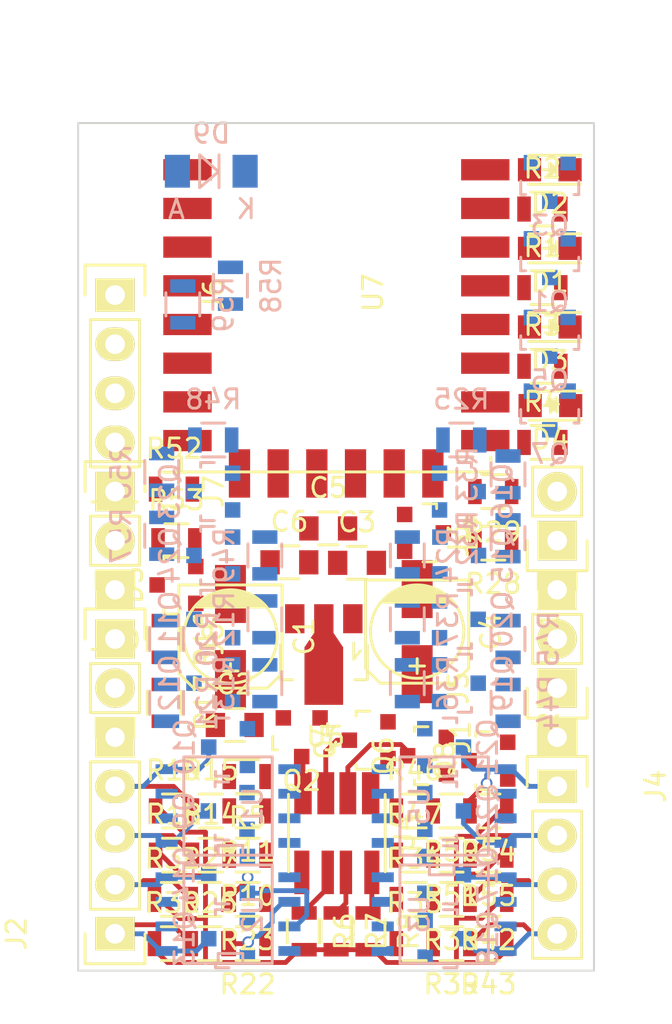
<source format=kicad_pcb>
(kicad_pcb (version 20171130) (host pcbnew "(5.0.0-rc2-dev-733-g23a9fcd91)")

  (general
    (thickness 1.6)
    (drawings 4)
    (tracks 157)
    (zones 0)
    (modules 113)
    (nets 58)
  )

  (page A4)
  (layers
    (0 F.Cu signal)
    (1 In1.Cu signal)
    (2 In2.Cu signal)
    (31 B.Cu signal)
    (32 B.Adhes user)
    (33 F.Adhes user)
    (34 B.Paste user)
    (35 F.Paste user)
    (36 B.SilkS user)
    (37 F.SilkS user)
    (38 B.Mask user)
    (39 F.Mask user)
    (40 Dwgs.User user)
    (41 Cmts.User user)
    (42 Eco1.User user)
    (43 Eco2.User user)
    (44 Edge.Cuts user)
    (45 Margin user)
    (46 B.CrtYd user)
    (47 F.CrtYd user)
    (48 B.Fab user)
    (49 F.Fab user)
  )

  (setup
    (last_trace_width 0.25)
    (trace_clearance 0.2)
    (zone_clearance 0.508)
    (zone_45_only no)
    (trace_min 0.2)
    (segment_width 0.2)
    (edge_width 0.1)
    (via_size 0.6)
    (via_drill 0.4)
    (via_min_size 0.4)
    (via_min_drill 0.3)
    (uvia_size 0.3)
    (uvia_drill 0.1)
    (uvias_allowed no)
    (uvia_min_size 0.2)
    (uvia_min_drill 0.1)
    (pcb_text_width 0.3)
    (pcb_text_size 1.5 1.5)
    (mod_edge_width 0.15)
    (mod_text_size 1 1)
    (mod_text_width 0.15)
    (pad_size 1.5 1.5)
    (pad_drill 0.6)
    (pad_to_mask_clearance 0)
    (aux_axis_origin 0 0)
    (visible_elements FFFFF79F)
    (pcbplotparams
      (layerselection 0x00030_80000001)
      (usegerberextensions false)
      (usegerberattributes false)
      (usegerberadvancedattributes false)
      (creategerberjobfile false)
      (excludeedgelayer true)
      (linewidth 0.100000)
      (plotframeref false)
      (viasonmask false)
      (mode 1)
      (useauxorigin false)
      (hpglpennumber 1)
      (hpglpenspeed 20)
      (hpglpendiameter 15)
      (psnegative false)
      (psa4output false)
      (plotreference true)
      (plotvalue true)
      (plotinvisibletext false)
      (padsonsilk false)
      (subtractmaskfromsilk false)
      (outputformat 1)
      (mirror false)
      (drillshape 1)
      (scaleselection 1)
      (outputdirectory ""))
  )

  (net 0 "")
  (net 1 "Net-(C1-Pad1)")
  (net 2 GND)
  (net 3 +3V3)
  (net 4 "Net-(D1-Pad2)")
  (net 5 "Net-(D1-Pad1)")
  (net 6 "Net-(D2-Pad2)")
  (net 7 "Net-(D2-Pad1)")
  (net 8 "Net-(D3-Pad2)")
  (net 9 "Net-(D3-Pad1)")
  (net 10 "Net-(D4-Pad2)")
  (net 11 "Net-(D4-Pad1)")
  (net 12 VIN)
  (net 13 VDD)
  (net 14 GPIO4)
  (net 15 GPIO5)
  (net 16 GPIO6)
  (net 17 GPIO7)
  (net 18 RX0)
  (net 19 TX0)
  (net 20 PWM0)
  (net 21 PWM1)
  (net 22 PWM2)
  (net 23 PWM3)
  (net 24 RX1)
  (net 25 TX1)
  (net 26 SWCLK)
  (net 27 SWDIO)
  (net 28 RESET)
  (net 29 SDA)
  (net 30 SCL)
  (net 31 SPI0)
  (net 32 SPI1)
  (net 33 IPWM0)
  (net 34 IPWM1)
  (net 35 IPWM2)
  (net 36 IPWM3)
  (net 37 IGPIO6)
  (net 38 IGPIO7)
  (net 39 ISPI0)
  (net 40 ISPI1)
  (net 41 IGPIO4)
  (net 42 IGPIO5)
  (net 43 I_RX0)
  (net 44 I_TX0)
  (net 45 I_RX1)
  (net 46 I_TX1)
  (net 47 I_SDA)
  (net 48 I_SCL)
  (net 49 EN_CH)
  (net 50 LC0)
  (net 51 LC1)
  (net 52 LC2)
  (net 53 LC3)
  (net 54 "Net-(R5-Pad1)")
  (net 55 "Net-(R6-Pad1)")
  (net 56 "Net-(R7-Pad1)")
  (net 57 "Net-(R8-Pad1)")

  (net_class Default "Dies ist die voreingestellte Netzklasse."
    (clearance 0.2)
    (trace_width 0.25)
    (via_dia 0.6)
    (via_drill 0.4)
    (uvia_dia 0.3)
    (uvia_drill 0.1)
    (add_net EN_CH)
    (add_net GND)
    (add_net GPIO4)
    (add_net GPIO5)
    (add_net GPIO6)
    (add_net GPIO7)
    (add_net IGPIO4)
    (add_net IGPIO5)
    (add_net IGPIO6)
    (add_net IGPIO7)
    (add_net IPWM0)
    (add_net IPWM1)
    (add_net IPWM2)
    (add_net IPWM3)
    (add_net ISPI0)
    (add_net ISPI1)
    (add_net I_RX0)
    (add_net I_RX1)
    (add_net I_SCL)
    (add_net I_SDA)
    (add_net I_TX0)
    (add_net I_TX1)
    (add_net LC0)
    (add_net LC1)
    (add_net LC2)
    (add_net LC3)
    (add_net "Net-(C1-Pad1)")
    (add_net "Net-(D1-Pad1)")
    (add_net "Net-(D1-Pad2)")
    (add_net "Net-(D2-Pad1)")
    (add_net "Net-(D2-Pad2)")
    (add_net "Net-(D3-Pad1)")
    (add_net "Net-(D3-Pad2)")
    (add_net "Net-(D4-Pad1)")
    (add_net "Net-(D4-Pad2)")
    (add_net "Net-(R5-Pad1)")
    (add_net "Net-(R6-Pad1)")
    (add_net "Net-(R7-Pad1)")
    (add_net "Net-(R8-Pad1)")
    (add_net PWM0)
    (add_net PWM1)
    (add_net PWM2)
    (add_net PWM3)
    (add_net RESET)
    (add_net RX0)
    (add_net RX1)
    (add_net SCL)
    (add_net SDA)
    (add_net SPI0)
    (add_net SPI1)
    (add_net SWCLK)
    (add_net SWDIO)
    (add_net TX0)
    (add_net TX1)
    (add_net VDD)
  )

  (net_class Output ""
    (clearance 0.2)
    (trace_width 0.4)
    (via_dia 0.6)
    (via_drill 0.4)
    (uvia_dia 0.3)
    (uvia_drill 0.1)
    (add_net +3V3)
    (add_net VIN)
  )

  (module TO_SOT_Packages_SMD.pretty:SOT-23 (layer F.Cu) (tedit 553634F8) (tstamp 5A6F7FBD)
    (at 101.092 134.62 180)
    (descr "SOT-23, Standard")
    (tags SOT-23)
    (path /5A6B6060)
    (attr smd)
    (fp_text reference Q2 (at 0 -2.25 180) (layer F.SilkS)
      (effects (font (size 1 1) (thickness 0.15)))
    )
    (fp_text value 2N7002 (at 0 2.3 180) (layer F.Fab)
      (effects (font (size 1 1) (thickness 0.15)))
    )
    (fp_line (start -1.65 -1.6) (end 1.65 -1.6) (layer F.CrtYd) (width 0.05))
    (fp_line (start 1.65 -1.6) (end 1.65 1.6) (layer F.CrtYd) (width 0.05))
    (fp_line (start 1.65 1.6) (end -1.65 1.6) (layer F.CrtYd) (width 0.05))
    (fp_line (start -1.65 1.6) (end -1.65 -1.6) (layer F.CrtYd) (width 0.05))
    (fp_line (start 1.29916 -0.65024) (end 1.2509 -0.65024) (layer F.SilkS) (width 0.15))
    (fp_line (start -1.49982 0.0508) (end -1.49982 -0.65024) (layer F.SilkS) (width 0.15))
    (fp_line (start -1.49982 -0.65024) (end -1.2509 -0.65024) (layer F.SilkS) (width 0.15))
    (fp_line (start 1.29916 -0.65024) (end 1.49982 -0.65024) (layer F.SilkS) (width 0.15))
    (fp_line (start 1.49982 -0.65024) (end 1.49982 0.0508) (layer F.SilkS) (width 0.15))
    (pad 1 smd rect (at -0.95 1.00076 180) (size 0.8001 0.8001) (layers F.Cu F.Paste F.Mask)
      (net 33 IPWM0))
    (pad 2 smd rect (at 0.95 1.00076 180) (size 0.8001 0.8001) (layers F.Cu F.Paste F.Mask)
      (net 2 GND))
    (pad 3 smd rect (at 0 -0.99822 180) (size 0.8001 0.8001) (layers F.Cu F.Paste F.Mask)
      (net 50 LC0))
    (model TO_SOT_Packages_SMD.3dshapes/SOT-23.wrl
      (at (xyz 0 0 0))
      (scale (xyz 1 1 1))
      (rotate (xyz 0 0 0))
    )
  )

  (module Capacitors_SMD.pretty:c_elec_5x4.5 (layer F.Cu) (tedit 556FE015) (tstamp 5A6F7DF6)
    (at 97.409 129.413 270)
    (descr "SMT capacitor, aluminium electrolytic, 5x4.5")
    (path /5A68686F)
    (attr smd)
    (fp_text reference C1 (at 0 -3.81 270) (layer F.SilkS)
      (effects (font (size 1 1) (thickness 0.15)))
    )
    (fp_text value CP (at 0 3.81 270) (layer F.Fab)
      (effects (font (size 1 1) (thickness 0.15)))
    )
    (fp_line (start -3.95 -3) (end 3.95 -3) (layer F.CrtYd) (width 0.05))
    (fp_line (start 3.95 -3) (end 3.95 3) (layer F.CrtYd) (width 0.05))
    (fp_line (start 3.95 3) (end -3.95 3) (layer F.CrtYd) (width 0.05))
    (fp_line (start -3.95 3) (end -3.95 -3) (layer F.CrtYd) (width 0.05))
    (fp_line (start -2.286 -0.635) (end -2.286 0.762) (layer F.SilkS) (width 0.15))
    (fp_line (start -2.159 -0.889) (end -2.159 0.889) (layer F.SilkS) (width 0.15))
    (fp_line (start -2.032 -1.27) (end -2.032 1.27) (layer F.SilkS) (width 0.15))
    (fp_line (start -1.905 1.397) (end -1.905 -1.397) (layer F.SilkS) (width 0.15))
    (fp_line (start -1.778 -1.524) (end -1.778 1.524) (layer F.SilkS) (width 0.15))
    (fp_line (start -1.651 1.651) (end -1.651 -1.651) (layer F.SilkS) (width 0.15))
    (fp_line (start -1.524 -1.778) (end -1.524 1.778) (layer F.SilkS) (width 0.15))
    (fp_line (start -2.667 -2.667) (end 1.905 -2.667) (layer F.SilkS) (width 0.15))
    (fp_line (start 1.905 -2.667) (end 2.667 -1.905) (layer F.SilkS) (width 0.15))
    (fp_line (start 2.667 -1.905) (end 2.667 1.905) (layer F.SilkS) (width 0.15))
    (fp_line (start 2.667 1.905) (end 1.905 2.667) (layer F.SilkS) (width 0.15))
    (fp_line (start 1.905 2.667) (end -2.667 2.667) (layer F.SilkS) (width 0.15))
    (fp_line (start -2.667 2.667) (end -2.667 -2.667) (layer F.SilkS) (width 0.15))
    (fp_line (start 2.159 0) (end 1.397 0) (layer F.SilkS) (width 0.15))
    (fp_line (start 1.778 -0.381) (end 1.778 0.381) (layer F.SilkS) (width 0.15))
    (fp_circle (center 0 0) (end -2.413 0) (layer F.SilkS) (width 0.15))
    (pad 1 smd rect (at 2.19964 0 270) (size 2.99974 1.6002) (layers F.Cu F.Paste F.Mask)
      (net 1 "Net-(C1-Pad1)"))
    (pad 2 smd rect (at -2.19964 0 270) (size 2.99974 1.6002) (layers F.Cu F.Paste F.Mask)
      (net 2 GND))
    (model Capacitors_SMD.3dshapes/c_elec_5x4.5.wrl
      (at (xyz 0 0 0))
      (scale (xyz 1 1 1))
      (rotate (xyz 0 0 0))
    )
  )

  (module Capacitors_SMD.pretty:C_0805 (layer F.Cu) (tedit 5415D6EA) (tstamp 5A6F7E02)
    (at 97.6282 133.985)
    (descr "Capacitor SMD 0805, reflow soldering, AVX (see smccp.pdf)")
    (tags "capacitor 0805")
    (path /5A68686C)
    (attr smd)
    (fp_text reference C2 (at 0 -2.1) (layer F.SilkS)
      (effects (font (size 1 1) (thickness 0.15)))
    )
    (fp_text value C (at 0 2.1) (layer F.Fab)
      (effects (font (size 1 1) (thickness 0.15)))
    )
    (fp_line (start -1.8 -1) (end 1.8 -1) (layer F.CrtYd) (width 0.05))
    (fp_line (start -1.8 1) (end 1.8 1) (layer F.CrtYd) (width 0.05))
    (fp_line (start -1.8 -1) (end -1.8 1) (layer F.CrtYd) (width 0.05))
    (fp_line (start 1.8 -1) (end 1.8 1) (layer F.CrtYd) (width 0.05))
    (fp_line (start 0.5 -0.85) (end -0.5 -0.85) (layer F.SilkS) (width 0.15))
    (fp_line (start -0.5 0.85) (end 0.5 0.85) (layer F.SilkS) (width 0.15))
    (pad 1 smd rect (at -1 0) (size 1 1.25) (layers F.Cu F.Paste F.Mask)
      (net 1 "Net-(C1-Pad1)"))
    (pad 2 smd rect (at 1 0) (size 1 1.25) (layers F.Cu F.Paste F.Mask)
      (net 2 GND))
    (model Capacitors_SMD.3dshapes/C_0805.wrl
      (at (xyz 0 0 0))
      (scale (xyz 1 1 1))
      (rotate (xyz 0 0 0))
    )
  )

  (module Capacitors_SMD.pretty:C_0805 (layer F.Cu) (tedit 5415D6EA) (tstamp 5A6F7E0E)
    (at 103.9528 125.603)
    (descr "Capacitor SMD 0805, reflow soldering, AVX (see smccp.pdf)")
    (tags "capacitor 0805")
    (path /5A68686B)
    (attr smd)
    (fp_text reference C3 (at 0 -2.1) (layer F.SilkS)
      (effects (font (size 1 1) (thickness 0.15)))
    )
    (fp_text value C (at 0 2.1) (layer F.Fab)
      (effects (font (size 1 1) (thickness 0.15)))
    )
    (fp_line (start -1.8 -1) (end 1.8 -1) (layer F.CrtYd) (width 0.05))
    (fp_line (start -1.8 1) (end 1.8 1) (layer F.CrtYd) (width 0.05))
    (fp_line (start -1.8 -1) (end -1.8 1) (layer F.CrtYd) (width 0.05))
    (fp_line (start 1.8 -1) (end 1.8 1) (layer F.CrtYd) (width 0.05))
    (fp_line (start 0.5 -0.85) (end -0.5 -0.85) (layer F.SilkS) (width 0.15))
    (fp_line (start -0.5 0.85) (end 0.5 0.85) (layer F.SilkS) (width 0.15))
    (pad 1 smd rect (at -1 0) (size 1 1.25) (layers F.Cu F.Paste F.Mask)
      (net 3 +3V3))
    (pad 2 smd rect (at 1 0) (size 1 1.25) (layers F.Cu F.Paste F.Mask)
      (net 2 GND))
    (model Capacitors_SMD.3dshapes/C_0805.wrl
      (at (xyz 0 0 0))
      (scale (xyz 1 1 1))
      (rotate (xyz 0 0 0))
    )
  )

  (module Capacitors_SMD.pretty:c_elec_5x5.3 (layer F.Cu) (tedit 55725CA0) (tstamp 5A6F7E28)
    (at 107.061 129.159 270)
    (descr "SMT capacitor, aluminium electrolytic, 5x5.3")
    (path /5A686870)
    (attr smd)
    (fp_text reference C4 (at 0 -3.81 270) (layer F.SilkS)
      (effects (font (size 1 1) (thickness 0.15)))
    )
    (fp_text value CP (at 0 3.81 270) (layer F.Fab)
      (effects (font (size 1 1) (thickness 0.15)))
    )
    (fp_line (start -3.95 -3) (end 3.95 -3) (layer F.CrtYd) (width 0.05))
    (fp_line (start 3.95 -3) (end 3.95 3) (layer F.CrtYd) (width 0.05))
    (fp_line (start 3.95 3) (end -3.95 3) (layer F.CrtYd) (width 0.05))
    (fp_line (start -3.95 3) (end -3.95 -3) (layer F.CrtYd) (width 0.05))
    (fp_line (start -2.286 -0.635) (end -2.286 0.762) (layer F.SilkS) (width 0.15))
    (fp_line (start -2.159 -0.889) (end -2.159 0.889) (layer F.SilkS) (width 0.15))
    (fp_line (start -2.032 -1.27) (end -2.032 1.27) (layer F.SilkS) (width 0.15))
    (fp_line (start -1.905 1.397) (end -1.905 -1.397) (layer F.SilkS) (width 0.15))
    (fp_line (start -1.778 -1.524) (end -1.778 1.524) (layer F.SilkS) (width 0.15))
    (fp_line (start -1.651 1.651) (end -1.651 -1.651) (layer F.SilkS) (width 0.15))
    (fp_line (start -1.524 -1.778) (end -1.524 1.778) (layer F.SilkS) (width 0.15))
    (fp_line (start -2.667 -2.667) (end 1.905 -2.667) (layer F.SilkS) (width 0.15))
    (fp_line (start 1.905 -2.667) (end 2.667 -1.905) (layer F.SilkS) (width 0.15))
    (fp_line (start 2.667 -1.905) (end 2.667 1.905) (layer F.SilkS) (width 0.15))
    (fp_line (start 2.667 1.905) (end 1.905 2.667) (layer F.SilkS) (width 0.15))
    (fp_line (start 1.905 2.667) (end -2.667 2.667) (layer F.SilkS) (width 0.15))
    (fp_line (start -2.667 2.667) (end -2.667 -2.667) (layer F.SilkS) (width 0.15))
    (fp_line (start 2.159 0) (end 1.397 0) (layer F.SilkS) (width 0.15))
    (fp_line (start 1.778 -0.381) (end 1.778 0.381) (layer F.SilkS) (width 0.15))
    (fp_circle (center 0 0) (end -2.413 0) (layer F.SilkS) (width 0.15))
    (pad 1 smd rect (at 2.19964 0 270) (size 2.99974 1.6002) (layers F.Cu F.Paste F.Mask)
      (net 3 +3V3))
    (pad 2 smd rect (at -2.19964 0 270) (size 2.99974 1.6002) (layers F.Cu F.Paste F.Mask)
      (net 2 GND))
    (model Capacitors_SMD.3dshapes/c_elec_5x5.3.wrl
      (at (xyz 0 0 0))
      (scale (xyz 1 1 1))
      (rotate (xyz 0 0 0))
    )
  )

  (module LEDs.pretty:LED_0805 (layer F.Cu) (tedit 55BDE1C2) (tstamp 5A6F7E3B)
    (at 113.919 109.347 180)
    (descr "LED 0805 smd package")
    (tags "LED 0805 SMD")
    (path /5A6BA5CC)
    (attr smd)
    (fp_text reference D1 (at 0 -1.75 180) (layer F.SilkS)
      (effects (font (size 1 1) (thickness 0.15)))
    )
    (fp_text value LED (at 0 1.75 180) (layer F.Fab)
      (effects (font (size 1 1) (thickness 0.15)))
    )
    (fp_line (start -1.6 0.75) (end 1.1 0.75) (layer F.SilkS) (width 0.15))
    (fp_line (start -1.6 -0.75) (end 1.1 -0.75) (layer F.SilkS) (width 0.15))
    (fp_line (start -0.1 0.15) (end -0.1 -0.1) (layer F.SilkS) (width 0.15))
    (fp_line (start -0.1 -0.1) (end -0.25 0.05) (layer F.SilkS) (width 0.15))
    (fp_line (start -0.35 -0.35) (end -0.35 0.35) (layer F.SilkS) (width 0.15))
    (fp_line (start 0 0) (end 0.35 0) (layer F.SilkS) (width 0.15))
    (fp_line (start -0.35 0) (end 0 -0.35) (layer F.SilkS) (width 0.15))
    (fp_line (start 0 -0.35) (end 0 0.35) (layer F.SilkS) (width 0.15))
    (fp_line (start 0 0.35) (end -0.35 0) (layer F.SilkS) (width 0.15))
    (fp_line (start 1.9 -0.95) (end 1.9 0.95) (layer F.CrtYd) (width 0.05))
    (fp_line (start 1.9 0.95) (end -1.9 0.95) (layer F.CrtYd) (width 0.05))
    (fp_line (start -1.9 0.95) (end -1.9 -0.95) (layer F.CrtYd) (width 0.05))
    (fp_line (start -1.9 -0.95) (end 1.9 -0.95) (layer F.CrtYd) (width 0.05))
    (pad 2 smd rect (at 1.04902 0) (size 1.19888 1.19888) (layers F.Cu F.Paste F.Mask)
      (net 4 "Net-(D1-Pad2)"))
    (pad 1 smd rect (at -1.04902 0) (size 1.19888 1.19888) (layers F.Cu F.Paste F.Mask)
      (net 5 "Net-(D1-Pad1)"))
    (model LEDs.3dshapes/LED_0805.wrl
      (at (xyz 0 0 0))
      (scale (xyz 1 1 1))
      (rotate (xyz 0 0 0))
    )
  )

  (module LEDs.pretty:LED_0805 (layer F.Cu) (tedit 55BDE1C2) (tstamp 5A6F7E4E)
    (at 113.919 105.283 180)
    (descr "LED 0805 smd package")
    (tags "LED 0805 SMD")
    (path /5A6BA8E6)
    (attr smd)
    (fp_text reference D2 (at 0 -1.75 180) (layer F.SilkS)
      (effects (font (size 1 1) (thickness 0.15)))
    )
    (fp_text value LED (at 0 1.75 180) (layer F.Fab)
      (effects (font (size 1 1) (thickness 0.15)))
    )
    (fp_line (start -1.6 0.75) (end 1.1 0.75) (layer F.SilkS) (width 0.15))
    (fp_line (start -1.6 -0.75) (end 1.1 -0.75) (layer F.SilkS) (width 0.15))
    (fp_line (start -0.1 0.15) (end -0.1 -0.1) (layer F.SilkS) (width 0.15))
    (fp_line (start -0.1 -0.1) (end -0.25 0.05) (layer F.SilkS) (width 0.15))
    (fp_line (start -0.35 -0.35) (end -0.35 0.35) (layer F.SilkS) (width 0.15))
    (fp_line (start 0 0) (end 0.35 0) (layer F.SilkS) (width 0.15))
    (fp_line (start -0.35 0) (end 0 -0.35) (layer F.SilkS) (width 0.15))
    (fp_line (start 0 -0.35) (end 0 0.35) (layer F.SilkS) (width 0.15))
    (fp_line (start 0 0.35) (end -0.35 0) (layer F.SilkS) (width 0.15))
    (fp_line (start 1.9 -0.95) (end 1.9 0.95) (layer F.CrtYd) (width 0.05))
    (fp_line (start 1.9 0.95) (end -1.9 0.95) (layer F.CrtYd) (width 0.05))
    (fp_line (start -1.9 0.95) (end -1.9 -0.95) (layer F.CrtYd) (width 0.05))
    (fp_line (start -1.9 -0.95) (end 1.9 -0.95) (layer F.CrtYd) (width 0.05))
    (pad 2 smd rect (at 1.04902 0) (size 1.19888 1.19888) (layers F.Cu F.Paste F.Mask)
      (net 6 "Net-(D2-Pad2)"))
    (pad 1 smd rect (at -1.04902 0) (size 1.19888 1.19888) (layers F.Cu F.Paste F.Mask)
      (net 7 "Net-(D2-Pad1)"))
    (model LEDs.3dshapes/LED_0805.wrl
      (at (xyz 0 0 0))
      (scale (xyz 1 1 1))
      (rotate (xyz 0 0 0))
    )
  )

  (module LEDs.pretty:LED_0805 (layer F.Cu) (tedit 55BDE1C2) (tstamp 5A6F7E61)
    (at 113.919 113.411 180)
    (descr "LED 0805 smd package")
    (tags "LED 0805 SMD")
    (path /5A6B9624)
    (attr smd)
    (fp_text reference D3 (at 0 -1.75 180) (layer F.SilkS)
      (effects (font (size 1 1) (thickness 0.15)))
    )
    (fp_text value LED (at 0 1.75 180) (layer F.Fab)
      (effects (font (size 1 1) (thickness 0.15)))
    )
    (fp_line (start -1.6 0.75) (end 1.1 0.75) (layer F.SilkS) (width 0.15))
    (fp_line (start -1.6 -0.75) (end 1.1 -0.75) (layer F.SilkS) (width 0.15))
    (fp_line (start -0.1 0.15) (end -0.1 -0.1) (layer F.SilkS) (width 0.15))
    (fp_line (start -0.1 -0.1) (end -0.25 0.05) (layer F.SilkS) (width 0.15))
    (fp_line (start -0.35 -0.35) (end -0.35 0.35) (layer F.SilkS) (width 0.15))
    (fp_line (start 0 0) (end 0.35 0) (layer F.SilkS) (width 0.15))
    (fp_line (start -0.35 0) (end 0 -0.35) (layer F.SilkS) (width 0.15))
    (fp_line (start 0 -0.35) (end 0 0.35) (layer F.SilkS) (width 0.15))
    (fp_line (start 0 0.35) (end -0.35 0) (layer F.SilkS) (width 0.15))
    (fp_line (start 1.9 -0.95) (end 1.9 0.95) (layer F.CrtYd) (width 0.05))
    (fp_line (start 1.9 0.95) (end -1.9 0.95) (layer F.CrtYd) (width 0.05))
    (fp_line (start -1.9 0.95) (end -1.9 -0.95) (layer F.CrtYd) (width 0.05))
    (fp_line (start -1.9 -0.95) (end 1.9 -0.95) (layer F.CrtYd) (width 0.05))
    (pad 2 smd rect (at 1.04902 0) (size 1.19888 1.19888) (layers F.Cu F.Paste F.Mask)
      (net 8 "Net-(D3-Pad2)"))
    (pad 1 smd rect (at -1.04902 0) (size 1.19888 1.19888) (layers F.Cu F.Paste F.Mask)
      (net 9 "Net-(D3-Pad1)"))
    (model LEDs.3dshapes/LED_0805.wrl
      (at (xyz 0 0 0))
      (scale (xyz 1 1 1))
      (rotate (xyz 0 0 0))
    )
  )

  (module LEDs.pretty:LED_0805 (layer F.Cu) (tedit 55BDE1C2) (tstamp 5A6F7E74)
    (at 113.95202 117.475 180)
    (descr "LED 0805 smd package")
    (tags "LED 0805 SMD")
    (path /5A6BA8C7)
    (attr smd)
    (fp_text reference D4 (at 0 -1.75 180) (layer F.SilkS)
      (effects (font (size 1 1) (thickness 0.15)))
    )
    (fp_text value LED (at 0 1.75 180) (layer F.Fab)
      (effects (font (size 1 1) (thickness 0.15)))
    )
    (fp_line (start -1.6 0.75) (end 1.1 0.75) (layer F.SilkS) (width 0.15))
    (fp_line (start -1.6 -0.75) (end 1.1 -0.75) (layer F.SilkS) (width 0.15))
    (fp_line (start -0.1 0.15) (end -0.1 -0.1) (layer F.SilkS) (width 0.15))
    (fp_line (start -0.1 -0.1) (end -0.25 0.05) (layer F.SilkS) (width 0.15))
    (fp_line (start -0.35 -0.35) (end -0.35 0.35) (layer F.SilkS) (width 0.15))
    (fp_line (start 0 0) (end 0.35 0) (layer F.SilkS) (width 0.15))
    (fp_line (start -0.35 0) (end 0 -0.35) (layer F.SilkS) (width 0.15))
    (fp_line (start 0 -0.35) (end 0 0.35) (layer F.SilkS) (width 0.15))
    (fp_line (start 0 0.35) (end -0.35 0) (layer F.SilkS) (width 0.15))
    (fp_line (start 1.9 -0.95) (end 1.9 0.95) (layer F.CrtYd) (width 0.05))
    (fp_line (start 1.9 0.95) (end -1.9 0.95) (layer F.CrtYd) (width 0.05))
    (fp_line (start -1.9 0.95) (end -1.9 -0.95) (layer F.CrtYd) (width 0.05))
    (fp_line (start -1.9 -0.95) (end 1.9 -0.95) (layer F.CrtYd) (width 0.05))
    (pad 2 smd rect (at 1.04902 0) (size 1.19888 1.19888) (layers F.Cu F.Paste F.Mask)
      (net 10 "Net-(D4-Pad2)"))
    (pad 1 smd rect (at -1.04902 0) (size 1.19888 1.19888) (layers F.Cu F.Paste F.Mask)
      (net 11 "Net-(D4-Pad1)"))
    (model LEDs.3dshapes/LED_0805.wrl
      (at (xyz 0 0 0))
      (scale (xyz 1 1 1))
      (rotate (xyz 0 0 0))
    )
  )

  (module Socket_Strips.pretty:Socket_Strip_Straight_1x04 (layer F.Cu) (tedit 0) (tstamp 5A6F7F33)
    (at 91.44 144.78 90)
    (descr "Through hole socket strip")
    (tags "socket strip")
    (path /5A6A6D29)
    (fp_text reference J2 (at 0 -5.1 90) (layer F.SilkS)
      (effects (font (size 1 1) (thickness 0.15)))
    )
    (fp_text value Conn_01x04 (at 0 -3.1 90) (layer F.Fab)
      (effects (font (size 1 1) (thickness 0.15)))
    )
    (fp_line (start -1.75 -1.75) (end -1.75 1.75) (layer F.CrtYd) (width 0.05))
    (fp_line (start 9.4 -1.75) (end 9.4 1.75) (layer F.CrtYd) (width 0.05))
    (fp_line (start -1.75 -1.75) (end 9.4 -1.75) (layer F.CrtYd) (width 0.05))
    (fp_line (start -1.75 1.75) (end 9.4 1.75) (layer F.CrtYd) (width 0.05))
    (fp_line (start 1.27 -1.27) (end 8.89 -1.27) (layer F.SilkS) (width 0.15))
    (fp_line (start 1.27 1.27) (end 8.89 1.27) (layer F.SilkS) (width 0.15))
    (fp_line (start -1.55 1.55) (end 0 1.55) (layer F.SilkS) (width 0.15))
    (fp_line (start 8.89 -1.27) (end 8.89 1.27) (layer F.SilkS) (width 0.15))
    (fp_line (start 1.27 1.27) (end 1.27 -1.27) (layer F.SilkS) (width 0.15))
    (fp_line (start 0 -1.55) (end -1.55 -1.55) (layer F.SilkS) (width 0.15))
    (fp_line (start -1.55 -1.55) (end -1.55 1.55) (layer F.SilkS) (width 0.15))
    (pad 1 thru_hole rect (at 0 0 90) (size 1.7272 2.032) (drill 1.016) (layers *.Cu *.Mask F.SilkS)
      (net 14 GPIO4))
    (pad 2 thru_hole oval (at 2.54 0 90) (size 1.7272 2.032) (drill 1.016) (layers *.Cu *.Mask F.SilkS)
      (net 15 GPIO5))
    (pad 3 thru_hole oval (at 5.08 0 90) (size 1.7272 2.032) (drill 1.016) (layers *.Cu *.Mask F.SilkS)
      (net 16 GPIO6))
    (pad 4 thru_hole oval (at 7.62 0 90) (size 1.7272 2.032) (drill 1.016) (layers *.Cu *.Mask F.SilkS)
      (net 17 GPIO7))
    (model Socket_Strips.3dshapes/Socket_Strip_Straight_1x04.wrl
      (offset (xyz 3.809999942779541 0 0))
      (scale (xyz 1 1 1))
      (rotate (xyz 0 0 180))
    )
  )

  (module Socket_Strips.pretty:Socket_Strip_Straight_1x02 (layer F.Cu) (tedit 54E9F75E) (tstamp 5A6F7F44)
    (at 114.3 124.46 90)
    (descr "Through hole socket strip")
    (tags "socket strip")
    (path /5A6A5274)
    (fp_text reference J3 (at 0 -5.1 90) (layer F.SilkS)
      (effects (font (size 1 1) (thickness 0.15)))
    )
    (fp_text value Conn_01x02 (at 0 -3.1 90) (layer F.Fab)
      (effects (font (size 1 1) (thickness 0.15)))
    )
    (fp_line (start -1.55 1.55) (end 0 1.55) (layer F.SilkS) (width 0.15))
    (fp_line (start 3.81 1.27) (end 1.27 1.27) (layer F.SilkS) (width 0.15))
    (fp_line (start -1.75 -1.75) (end -1.75 1.75) (layer F.CrtYd) (width 0.05))
    (fp_line (start 4.3 -1.75) (end 4.3 1.75) (layer F.CrtYd) (width 0.05))
    (fp_line (start -1.75 -1.75) (end 4.3 -1.75) (layer F.CrtYd) (width 0.05))
    (fp_line (start -1.75 1.75) (end 4.3 1.75) (layer F.CrtYd) (width 0.05))
    (fp_line (start 1.27 1.27) (end 1.27 -1.27) (layer F.SilkS) (width 0.15))
    (fp_line (start 0 -1.55) (end -1.55 -1.55) (layer F.SilkS) (width 0.15))
    (fp_line (start -1.55 -1.55) (end -1.55 1.55) (layer F.SilkS) (width 0.15))
    (fp_line (start 1.27 -1.27) (end 3.81 -1.27) (layer F.SilkS) (width 0.15))
    (fp_line (start 3.81 -1.27) (end 3.81 1.27) (layer F.SilkS) (width 0.15))
    (pad 1 thru_hole rect (at 0 0 90) (size 2.032 2.032) (drill 1.016) (layers *.Cu *.Mask F.SilkS)
      (net 18 RX0))
    (pad 2 thru_hole oval (at 2.54 0 90) (size 2.032 2.032) (drill 1.016) (layers *.Cu *.Mask F.SilkS)
      (net 19 TX0))
    (model Socket_Strips.3dshapes/Socket_Strip_Straight_1x02.wrl
      (offset (xyz 1.269999980926514 0 0))
      (scale (xyz 1 1 1))
      (rotate (xyz 0 0 180))
    )
  )

  (module Socket_Strips.pretty:Socket_Strip_Straight_1x04 (layer F.Cu) (tedit 0) (tstamp 5A6F7F57)
    (at 114.3 137.16 270)
    (descr "Through hole socket strip")
    (tags "socket strip")
    (path /5A6A6BD9)
    (fp_text reference J4 (at 0 -5.1 270) (layer F.SilkS)
      (effects (font (size 1 1) (thickness 0.15)))
    )
    (fp_text value Conn_01x04 (at 0 -3.1 270) (layer F.Fab)
      (effects (font (size 1 1) (thickness 0.15)))
    )
    (fp_line (start -1.75 -1.75) (end -1.75 1.75) (layer F.CrtYd) (width 0.05))
    (fp_line (start 9.4 -1.75) (end 9.4 1.75) (layer F.CrtYd) (width 0.05))
    (fp_line (start -1.75 -1.75) (end 9.4 -1.75) (layer F.CrtYd) (width 0.05))
    (fp_line (start -1.75 1.75) (end 9.4 1.75) (layer F.CrtYd) (width 0.05))
    (fp_line (start 1.27 -1.27) (end 8.89 -1.27) (layer F.SilkS) (width 0.15))
    (fp_line (start 1.27 1.27) (end 8.89 1.27) (layer F.SilkS) (width 0.15))
    (fp_line (start -1.55 1.55) (end 0 1.55) (layer F.SilkS) (width 0.15))
    (fp_line (start 8.89 -1.27) (end 8.89 1.27) (layer F.SilkS) (width 0.15))
    (fp_line (start 1.27 1.27) (end 1.27 -1.27) (layer F.SilkS) (width 0.15))
    (fp_line (start 0 -1.55) (end -1.55 -1.55) (layer F.SilkS) (width 0.15))
    (fp_line (start -1.55 -1.55) (end -1.55 1.55) (layer F.SilkS) (width 0.15))
    (pad 1 thru_hole rect (at 0 0 270) (size 1.7272 2.032) (drill 1.016) (layers *.Cu *.Mask F.SilkS)
      (net 20 PWM0))
    (pad 2 thru_hole oval (at 2.54 0 270) (size 1.7272 2.032) (drill 1.016) (layers *.Cu *.Mask F.SilkS)
      (net 21 PWM1))
    (pad 3 thru_hole oval (at 5.08 0 270) (size 1.7272 2.032) (drill 1.016) (layers *.Cu *.Mask F.SilkS)
      (net 22 PWM2))
    (pad 4 thru_hole oval (at 7.62 0 270) (size 1.7272 2.032) (drill 1.016) (layers *.Cu *.Mask F.SilkS)
      (net 23 PWM3))
    (model Socket_Strips.3dshapes/Socket_Strip_Straight_1x04.wrl
      (offset (xyz 3.809999942779541 0 0))
      (scale (xyz 1 1 1))
      (rotate (xyz 0 0 180))
    )
  )

  (module Socket_Strips.pretty:Socket_Strip_Straight_1x02 (layer F.Cu) (tedit 54E9F75E) (tstamp 5A6F7F68)
    (at 114.3 132.08 90)
    (descr "Through hole socket strip")
    (tags "socket strip")
    (path /5A652FAC)
    (fp_text reference J5 (at 0 -5.1 90) (layer F.SilkS)
      (effects (font (size 1 1) (thickness 0.15)))
    )
    (fp_text value Conn_01x02 (at 0 -3.1 90) (layer F.Fab)
      (effects (font (size 1 1) (thickness 0.15)))
    )
    (fp_line (start -1.55 1.55) (end 0 1.55) (layer F.SilkS) (width 0.15))
    (fp_line (start 3.81 1.27) (end 1.27 1.27) (layer F.SilkS) (width 0.15))
    (fp_line (start -1.75 -1.75) (end -1.75 1.75) (layer F.CrtYd) (width 0.05))
    (fp_line (start 4.3 -1.75) (end 4.3 1.75) (layer F.CrtYd) (width 0.05))
    (fp_line (start -1.75 -1.75) (end 4.3 -1.75) (layer F.CrtYd) (width 0.05))
    (fp_line (start -1.75 1.75) (end 4.3 1.75) (layer F.CrtYd) (width 0.05))
    (fp_line (start 1.27 1.27) (end 1.27 -1.27) (layer F.SilkS) (width 0.15))
    (fp_line (start 0 -1.55) (end -1.55 -1.55) (layer F.SilkS) (width 0.15))
    (fp_line (start -1.55 -1.55) (end -1.55 1.55) (layer F.SilkS) (width 0.15))
    (fp_line (start 1.27 -1.27) (end 3.81 -1.27) (layer F.SilkS) (width 0.15))
    (fp_line (start 3.81 -1.27) (end 3.81 1.27) (layer F.SilkS) (width 0.15))
    (pad 1 thru_hole rect (at 0 0 90) (size 2.032 2.032) (drill 1.016) (layers *.Cu *.Mask F.SilkS)
      (net 24 RX1))
    (pad 2 thru_hole oval (at 2.54 0 90) (size 2.032 2.032) (drill 1.016) (layers *.Cu *.Mask F.SilkS)
      (net 25 TX1))
    (model Socket_Strips.3dshapes/Socket_Strip_Straight_1x02.wrl
      (offset (xyz 1.269999980926514 0 0))
      (scale (xyz 1 1 1))
      (rotate (xyz 0 0 180))
    )
  )

  (module Socket_Strips.pretty:Socket_Strip_Straight_1x04 (layer F.Cu) (tedit 0) (tstamp 5A6F7F7B)
    (at 91.44 111.76 270)
    (descr "Through hole socket strip")
    (tags "socket strip")
    (path /5A652D53)
    (fp_text reference J6 (at 0 -5.1 270) (layer F.SilkS)
      (effects (font (size 1 1) (thickness 0.15)))
    )
    (fp_text value Conn_01x04 (at 0 -3.1 270) (layer F.Fab)
      (effects (font (size 1 1) (thickness 0.15)))
    )
    (fp_line (start -1.75 -1.75) (end -1.75 1.75) (layer F.CrtYd) (width 0.05))
    (fp_line (start 9.4 -1.75) (end 9.4 1.75) (layer F.CrtYd) (width 0.05))
    (fp_line (start -1.75 -1.75) (end 9.4 -1.75) (layer F.CrtYd) (width 0.05))
    (fp_line (start -1.75 1.75) (end 9.4 1.75) (layer F.CrtYd) (width 0.05))
    (fp_line (start 1.27 -1.27) (end 8.89 -1.27) (layer F.SilkS) (width 0.15))
    (fp_line (start 1.27 1.27) (end 8.89 1.27) (layer F.SilkS) (width 0.15))
    (fp_line (start -1.55 1.55) (end 0 1.55) (layer F.SilkS) (width 0.15))
    (fp_line (start 8.89 -1.27) (end 8.89 1.27) (layer F.SilkS) (width 0.15))
    (fp_line (start 1.27 1.27) (end 1.27 -1.27) (layer F.SilkS) (width 0.15))
    (fp_line (start 0 -1.55) (end -1.55 -1.55) (layer F.SilkS) (width 0.15))
    (fp_line (start -1.55 -1.55) (end -1.55 1.55) (layer F.SilkS) (width 0.15))
    (pad 1 thru_hole rect (at 0 0 270) (size 1.7272 2.032) (drill 1.016) (layers *.Cu *.Mask F.SilkS)
      (net 26 SWCLK))
    (pad 2 thru_hole oval (at 2.54 0 270) (size 1.7272 2.032) (drill 1.016) (layers *.Cu *.Mask F.SilkS)
      (net 2 GND))
    (pad 3 thru_hole oval (at 5.08 0 270) (size 1.7272 2.032) (drill 1.016) (layers *.Cu *.Mask F.SilkS)
      (net 27 SWDIO))
    (pad 4 thru_hole oval (at 7.62 0 270) (size 1.7272 2.032) (drill 1.016) (layers *.Cu *.Mask F.SilkS)
      (net 28 RESET))
    (model Socket_Strips.3dshapes/Socket_Strip_Straight_1x04.wrl
      (offset (xyz 3.809999942779541 0 0))
      (scale (xyz 1 1 1))
      (rotate (xyz 0 0 180))
    )
  )

  (module Socket_Strips.pretty:Socket_Strip_Straight_1x02 (layer F.Cu) (tedit 54E9F75E) (tstamp 5A6F7F8C)
    (at 91.44 121.92 270)
    (descr "Through hole socket strip")
    (tags "socket strip")
    (path /5A6A94E6)
    (fp_text reference J7 (at 0 -5.1 270) (layer F.SilkS)
      (effects (font (size 1 1) (thickness 0.15)))
    )
    (fp_text value Conn_01x02 (at 0 -3.1 270) (layer F.Fab)
      (effects (font (size 1 1) (thickness 0.15)))
    )
    (fp_line (start -1.55 1.55) (end 0 1.55) (layer F.SilkS) (width 0.15))
    (fp_line (start 3.81 1.27) (end 1.27 1.27) (layer F.SilkS) (width 0.15))
    (fp_line (start -1.75 -1.75) (end -1.75 1.75) (layer F.CrtYd) (width 0.05))
    (fp_line (start 4.3 -1.75) (end 4.3 1.75) (layer F.CrtYd) (width 0.05))
    (fp_line (start -1.75 -1.75) (end 4.3 -1.75) (layer F.CrtYd) (width 0.05))
    (fp_line (start -1.75 1.75) (end 4.3 1.75) (layer F.CrtYd) (width 0.05))
    (fp_line (start 1.27 1.27) (end 1.27 -1.27) (layer F.SilkS) (width 0.15))
    (fp_line (start 0 -1.55) (end -1.55 -1.55) (layer F.SilkS) (width 0.15))
    (fp_line (start -1.55 -1.55) (end -1.55 1.55) (layer F.SilkS) (width 0.15))
    (fp_line (start 1.27 -1.27) (end 3.81 -1.27) (layer F.SilkS) (width 0.15))
    (fp_line (start 3.81 -1.27) (end 3.81 1.27) (layer F.SilkS) (width 0.15))
    (pad 1 thru_hole rect (at 0 0 270) (size 2.032 2.032) (drill 1.016) (layers *.Cu *.Mask F.SilkS)
      (net 29 SDA))
    (pad 2 thru_hole oval (at 2.54 0 270) (size 2.032 2.032) (drill 1.016) (layers *.Cu *.Mask F.SilkS)
      (net 30 SCL))
    (model Socket_Strips.3dshapes/Socket_Strip_Straight_1x02.wrl
      (offset (xyz 1.269999980926514 0 0))
      (scale (xyz 1 1 1))
      (rotate (xyz 0 0 180))
    )
  )

  (module Socket_Strips.pretty:Socket_Strip_Straight_1x02 (layer F.Cu) (tedit 54E9F75E) (tstamp 5A6F7F9D)
    (at 91.44 129.54 270)
    (descr "Through hole socket strip")
    (tags "socket strip")
    (path /5A6C7E89)
    (fp_text reference J8 (at 0 -5.08 270) (layer F.SilkS)
      (effects (font (size 1 1) (thickness 0.15)))
    )
    (fp_text value Conn_01x02 (at 0 -3.1 270) (layer F.Fab)
      (effects (font (size 1 1) (thickness 0.15)))
    )
    (fp_line (start -1.55 1.55) (end 0 1.55) (layer F.SilkS) (width 0.15))
    (fp_line (start 3.81 1.27) (end 1.27 1.27) (layer F.SilkS) (width 0.15))
    (fp_line (start -1.75 -1.75) (end -1.75 1.75) (layer F.CrtYd) (width 0.05))
    (fp_line (start 4.3 -1.75) (end 4.3 1.75) (layer F.CrtYd) (width 0.05))
    (fp_line (start -1.75 -1.75) (end 4.3 -1.75) (layer F.CrtYd) (width 0.05))
    (fp_line (start -1.75 1.75) (end 4.3 1.75) (layer F.CrtYd) (width 0.05))
    (fp_line (start 1.27 1.27) (end 1.27 -1.27) (layer F.SilkS) (width 0.15))
    (fp_line (start 0 -1.55) (end -1.55 -1.55) (layer F.SilkS) (width 0.15))
    (fp_line (start -1.55 -1.55) (end -1.55 1.55) (layer F.SilkS) (width 0.15))
    (fp_line (start 1.27 -1.27) (end 3.81 -1.27) (layer F.SilkS) (width 0.15))
    (fp_line (start 3.81 -1.27) (end 3.81 1.27) (layer F.SilkS) (width 0.15))
    (pad 1 thru_hole rect (at 0 0 270) (size 2.032 2.032) (drill 1.016) (layers *.Cu *.Mask F.SilkS)
      (net 31 SPI0))
    (pad 2 thru_hole oval (at 2.54 0 270) (size 2.032 2.032) (drill 1.016) (layers *.Cu *.Mask F.SilkS)
      (net 32 SPI1))
    (model Socket_Strips.3dshapes/Socket_Strip_Straight_1x02.wrl
      (offset (xyz 1.269999980926514 0 0))
      (scale (xyz 1 1 1))
      (rotate (xyz 0 0 180))
    )
  )

  (module TO_SOT_Packages_SMD.pretty:SOT-23 (layer B.Cu) (tedit 553634F8) (tstamp 5A6F7FAD)
    (at 113.919 109.855)
    (descr "SOT-23, Standard")
    (tags SOT-23)
    (path /5A6BA5BF)
    (attr smd)
    (fp_text reference Q1 (at 0 2.25) (layer B.SilkS)
      (effects (font (size 1 1) (thickness 0.15)) (justify mirror))
    )
    (fp_text value 2N7002 (at 0 -2.3) (layer B.Fab)
      (effects (font (size 1 1) (thickness 0.15)) (justify mirror))
    )
    (fp_line (start -1.65 1.6) (end 1.65 1.6) (layer B.CrtYd) (width 0.05))
    (fp_line (start 1.65 1.6) (end 1.65 -1.6) (layer B.CrtYd) (width 0.05))
    (fp_line (start 1.65 -1.6) (end -1.65 -1.6) (layer B.CrtYd) (width 0.05))
    (fp_line (start -1.65 -1.6) (end -1.65 1.6) (layer B.CrtYd) (width 0.05))
    (fp_line (start 1.29916 0.65024) (end 1.2509 0.65024) (layer B.SilkS) (width 0.15))
    (fp_line (start -1.49982 -0.0508) (end -1.49982 0.65024) (layer B.SilkS) (width 0.15))
    (fp_line (start -1.49982 0.65024) (end -1.2509 0.65024) (layer B.SilkS) (width 0.15))
    (fp_line (start 1.29916 0.65024) (end 1.49982 0.65024) (layer B.SilkS) (width 0.15))
    (fp_line (start 1.49982 0.65024) (end 1.49982 -0.0508) (layer B.SilkS) (width 0.15))
    (pad 1 smd rect (at -0.95 -1.00076) (size 0.8001 0.8001) (layers B.Cu B.Paste B.Mask)
      (net 41 IGPIO4))
    (pad 2 smd rect (at 0.95 -1.00076) (size 0.8001 0.8001) (layers B.Cu B.Paste B.Mask)
      (net 2 GND))
    (pad 3 smd rect (at 0 0.99822) (size 0.8001 0.8001) (layers B.Cu B.Paste B.Mask)
      (net 5 "Net-(D1-Pad1)"))
    (model TO_SOT_Packages_SMD.3dshapes/SOT-23.wrl
      (at (xyz 0 0 0))
      (scale (xyz 1 1 1))
      (rotate (xyz 0 0 0))
    )
  )

  (module TO_SOT_Packages_SMD.pretty:SOT-23 (layer B.Cu) (tedit 553634F8) (tstamp 5A6F7FCD)
    (at 113.919 105.918)
    (descr "SOT-23, Standard")
    (tags SOT-23)
    (path /5A6BA8D9)
    (attr smd)
    (fp_text reference Q3 (at 0 2.25) (layer B.SilkS)
      (effects (font (size 1 1) (thickness 0.15)) (justify mirror))
    )
    (fp_text value 2N7002 (at 0 -2.3) (layer B.Fab)
      (effects (font (size 1 1) (thickness 0.15)) (justify mirror))
    )
    (fp_line (start -1.65 1.6) (end 1.65 1.6) (layer B.CrtYd) (width 0.05))
    (fp_line (start 1.65 1.6) (end 1.65 -1.6) (layer B.CrtYd) (width 0.05))
    (fp_line (start 1.65 -1.6) (end -1.65 -1.6) (layer B.CrtYd) (width 0.05))
    (fp_line (start -1.65 -1.6) (end -1.65 1.6) (layer B.CrtYd) (width 0.05))
    (fp_line (start 1.29916 0.65024) (end 1.2509 0.65024) (layer B.SilkS) (width 0.15))
    (fp_line (start -1.49982 -0.0508) (end -1.49982 0.65024) (layer B.SilkS) (width 0.15))
    (fp_line (start -1.49982 0.65024) (end -1.2509 0.65024) (layer B.SilkS) (width 0.15))
    (fp_line (start 1.29916 0.65024) (end 1.49982 0.65024) (layer B.SilkS) (width 0.15))
    (fp_line (start 1.49982 0.65024) (end 1.49982 -0.0508) (layer B.SilkS) (width 0.15))
    (pad 1 smd rect (at -0.95 -1.00076) (size 0.8001 0.8001) (layers B.Cu B.Paste B.Mask)
      (net 42 IGPIO5))
    (pad 2 smd rect (at 0.95 -1.00076) (size 0.8001 0.8001) (layers B.Cu B.Paste B.Mask)
      (net 2 GND))
    (pad 3 smd rect (at 0 0.99822) (size 0.8001 0.8001) (layers B.Cu B.Paste B.Mask)
      (net 7 "Net-(D2-Pad1)"))
    (model TO_SOT_Packages_SMD.3dshapes/SOT-23.wrl
      (at (xyz 0 0 0))
      (scale (xyz 1 1 1))
      (rotate (xyz 0 0 0))
    )
  )

  (module TO_SOT_Packages_SMD.pretty:SOT-23 (layer F.Cu) (tedit 553634F8) (tstamp 5A6F7FDD)
    (at 104.55402 134.7724 90)
    (descr "SOT-23, Standard")
    (tags SOT-23)
    (path /5A6B5D3D)
    (attr smd)
    (fp_text reference Q4 (at 0 -2.25 90) (layer F.SilkS)
      (effects (font (size 1 1) (thickness 0.15)))
    )
    (fp_text value 2N7002 (at 0 2.3 90) (layer F.Fab)
      (effects (font (size 1 1) (thickness 0.15)))
    )
    (fp_line (start -1.65 -1.6) (end 1.65 -1.6) (layer F.CrtYd) (width 0.05))
    (fp_line (start 1.65 -1.6) (end 1.65 1.6) (layer F.CrtYd) (width 0.05))
    (fp_line (start 1.65 1.6) (end -1.65 1.6) (layer F.CrtYd) (width 0.05))
    (fp_line (start -1.65 1.6) (end -1.65 -1.6) (layer F.CrtYd) (width 0.05))
    (fp_line (start 1.29916 -0.65024) (end 1.2509 -0.65024) (layer F.SilkS) (width 0.15))
    (fp_line (start -1.49982 0.0508) (end -1.49982 -0.65024) (layer F.SilkS) (width 0.15))
    (fp_line (start -1.49982 -0.65024) (end -1.2509 -0.65024) (layer F.SilkS) (width 0.15))
    (fp_line (start 1.29916 -0.65024) (end 1.49982 -0.65024) (layer F.SilkS) (width 0.15))
    (fp_line (start 1.49982 -0.65024) (end 1.49982 0.0508) (layer F.SilkS) (width 0.15))
    (pad 1 smd rect (at -0.95 1.00076 90) (size 0.8001 0.8001) (layers F.Cu F.Paste F.Mask)
      (net 34 IPWM1))
    (pad 2 smd rect (at 0.95 1.00076 90) (size 0.8001 0.8001) (layers F.Cu F.Paste F.Mask)
      (net 2 GND))
    (pad 3 smd rect (at 0 -0.99822 90) (size 0.8001 0.8001) (layers F.Cu F.Paste F.Mask)
      (net 51 LC1))
    (model TO_SOT_Packages_SMD.3dshapes/SOT-23.wrl
      (at (xyz 0 0 0))
      (scale (xyz 1 1 1))
      (rotate (xyz 0 0 0))
    )
  )

  (module TO_SOT_Packages_SMD.pretty:SOT-23 (layer B.Cu) (tedit 553634F8) (tstamp 5A6F7FED)
    (at 113.919 113.919)
    (descr "SOT-23, Standard")
    (tags SOT-23)
    (path /5A6B95AF)
    (attr smd)
    (fp_text reference Q5 (at 0 2.25) (layer B.SilkS)
      (effects (font (size 1 1) (thickness 0.15)) (justify mirror))
    )
    (fp_text value 2N7002 (at 0 -2.3) (layer B.Fab)
      (effects (font (size 1 1) (thickness 0.15)) (justify mirror))
    )
    (fp_line (start -1.65 1.6) (end 1.65 1.6) (layer B.CrtYd) (width 0.05))
    (fp_line (start 1.65 1.6) (end 1.65 -1.6) (layer B.CrtYd) (width 0.05))
    (fp_line (start 1.65 -1.6) (end -1.65 -1.6) (layer B.CrtYd) (width 0.05))
    (fp_line (start -1.65 -1.6) (end -1.65 1.6) (layer B.CrtYd) (width 0.05))
    (fp_line (start 1.29916 0.65024) (end 1.2509 0.65024) (layer B.SilkS) (width 0.15))
    (fp_line (start -1.49982 -0.0508) (end -1.49982 0.65024) (layer B.SilkS) (width 0.15))
    (fp_line (start -1.49982 0.65024) (end -1.2509 0.65024) (layer B.SilkS) (width 0.15))
    (fp_line (start 1.29916 0.65024) (end 1.49982 0.65024) (layer B.SilkS) (width 0.15))
    (fp_line (start 1.49982 0.65024) (end 1.49982 -0.0508) (layer B.SilkS) (width 0.15))
    (pad 1 smd rect (at -0.95 -1.00076) (size 0.8001 0.8001) (layers B.Cu B.Paste B.Mask)
      (net 37 IGPIO6))
    (pad 2 smd rect (at 0.95 -1.00076) (size 0.8001 0.8001) (layers B.Cu B.Paste B.Mask)
      (net 2 GND))
    (pad 3 smd rect (at 0 0.99822) (size 0.8001 0.8001) (layers B.Cu B.Paste B.Mask)
      (net 9 "Net-(D3-Pad1)"))
    (model TO_SOT_Packages_SMD.3dshapes/SOT-23.wrl
      (at (xyz 0 0 0))
      (scale (xyz 1 1 1))
      (rotate (xyz 0 0 0))
    )
  )

  (module TO_SOT_Packages_SMD.pretty:SOT-23 (layer F.Cu) (tedit 553634F8) (tstamp 5A6F7FFD)
    (at 107.569 135.575 90)
    (descr "SOT-23, Standard")
    (tags SOT-23)
    (path /5A6B5AFD)
    (attr smd)
    (fp_text reference Q6 (at 0 -2.25 90) (layer F.SilkS)
      (effects (font (size 1 1) (thickness 0.15)))
    )
    (fp_text value 2N7002 (at 0 2.3 90) (layer F.Fab)
      (effects (font (size 1 1) (thickness 0.15)))
    )
    (fp_line (start -1.65 -1.6) (end 1.65 -1.6) (layer F.CrtYd) (width 0.05))
    (fp_line (start 1.65 -1.6) (end 1.65 1.6) (layer F.CrtYd) (width 0.05))
    (fp_line (start 1.65 1.6) (end -1.65 1.6) (layer F.CrtYd) (width 0.05))
    (fp_line (start -1.65 1.6) (end -1.65 -1.6) (layer F.CrtYd) (width 0.05))
    (fp_line (start 1.29916 -0.65024) (end 1.2509 -0.65024) (layer F.SilkS) (width 0.15))
    (fp_line (start -1.49982 0.0508) (end -1.49982 -0.65024) (layer F.SilkS) (width 0.15))
    (fp_line (start -1.49982 -0.65024) (end -1.2509 -0.65024) (layer F.SilkS) (width 0.15))
    (fp_line (start 1.29916 -0.65024) (end 1.49982 -0.65024) (layer F.SilkS) (width 0.15))
    (fp_line (start 1.49982 -0.65024) (end 1.49982 0.0508) (layer F.SilkS) (width 0.15))
    (pad 1 smd rect (at -0.95 1.00076 90) (size 0.8001 0.8001) (layers F.Cu F.Paste F.Mask)
      (net 35 IPWM2))
    (pad 2 smd rect (at 0.95 1.00076 90) (size 0.8001 0.8001) (layers F.Cu F.Paste F.Mask)
      (net 2 GND))
    (pad 3 smd rect (at 0 -0.99822 90) (size 0.8001 0.8001) (layers F.Cu F.Paste F.Mask)
      (net 52 LC2))
    (model TO_SOT_Packages_SMD.3dshapes/SOT-23.wrl
      (at (xyz 0 0 0))
      (scale (xyz 1 1 1))
      (rotate (xyz 0 0 0))
    )
  )

  (module TO_SOT_Packages_SMD.pretty:SOT-23 (layer B.Cu) (tedit 553634F8) (tstamp 5A6F800D)
    (at 113.919 117.729)
    (descr "SOT-23, Standard")
    (tags SOT-23)
    (path /5A6BA8BA)
    (attr smd)
    (fp_text reference Q7 (at 0 2.25) (layer B.SilkS)
      (effects (font (size 1 1) (thickness 0.15)) (justify mirror))
    )
    (fp_text value 2N7002 (at 0 -2.3) (layer B.Fab)
      (effects (font (size 1 1) (thickness 0.15)) (justify mirror))
    )
    (fp_line (start -1.65 1.6) (end 1.65 1.6) (layer B.CrtYd) (width 0.05))
    (fp_line (start 1.65 1.6) (end 1.65 -1.6) (layer B.CrtYd) (width 0.05))
    (fp_line (start 1.65 -1.6) (end -1.65 -1.6) (layer B.CrtYd) (width 0.05))
    (fp_line (start -1.65 -1.6) (end -1.65 1.6) (layer B.CrtYd) (width 0.05))
    (fp_line (start 1.29916 0.65024) (end 1.2509 0.65024) (layer B.SilkS) (width 0.15))
    (fp_line (start -1.49982 -0.0508) (end -1.49982 0.65024) (layer B.SilkS) (width 0.15))
    (fp_line (start -1.49982 0.65024) (end -1.2509 0.65024) (layer B.SilkS) (width 0.15))
    (fp_line (start 1.29916 0.65024) (end 1.49982 0.65024) (layer B.SilkS) (width 0.15))
    (fp_line (start 1.49982 0.65024) (end 1.49982 -0.0508) (layer B.SilkS) (width 0.15))
    (pad 1 smd rect (at -0.95 -1.00076) (size 0.8001 0.8001) (layers B.Cu B.Paste B.Mask)
      (net 38 IGPIO7))
    (pad 2 smd rect (at 0.95 -1.00076) (size 0.8001 0.8001) (layers B.Cu B.Paste B.Mask)
      (net 2 GND))
    (pad 3 smd rect (at 0 0.99822) (size 0.8001 0.8001) (layers B.Cu B.Paste B.Mask)
      (net 11 "Net-(D4-Pad1)"))
    (model TO_SOT_Packages_SMD.3dshapes/SOT-23.wrl
      (at (xyz 0 0 0))
      (scale (xyz 1 1 1))
      (rotate (xyz 0 0 0))
    )
  )

  (module TO_SOT_Packages_SMD.pretty:SOT-23 (layer F.Cu) (tedit 553634F8) (tstamp 5A6F801D)
    (at 110.744 135.829 90)
    (descr "SOT-23, Standard")
    (tags SOT-23)
    (path /5A6B2800)
    (attr smd)
    (fp_text reference Q8 (at 0 -2.25 90) (layer F.SilkS)
      (effects (font (size 1 1) (thickness 0.15)))
    )
    (fp_text value 2N7002 (at 0 2.3 90) (layer F.Fab)
      (effects (font (size 1 1) (thickness 0.15)))
    )
    (fp_line (start -1.65 -1.6) (end 1.65 -1.6) (layer F.CrtYd) (width 0.05))
    (fp_line (start 1.65 -1.6) (end 1.65 1.6) (layer F.CrtYd) (width 0.05))
    (fp_line (start 1.65 1.6) (end -1.65 1.6) (layer F.CrtYd) (width 0.05))
    (fp_line (start -1.65 1.6) (end -1.65 -1.6) (layer F.CrtYd) (width 0.05))
    (fp_line (start 1.29916 -0.65024) (end 1.2509 -0.65024) (layer F.SilkS) (width 0.15))
    (fp_line (start -1.49982 0.0508) (end -1.49982 -0.65024) (layer F.SilkS) (width 0.15))
    (fp_line (start -1.49982 -0.65024) (end -1.2509 -0.65024) (layer F.SilkS) (width 0.15))
    (fp_line (start 1.29916 -0.65024) (end 1.49982 -0.65024) (layer F.SilkS) (width 0.15))
    (fp_line (start 1.49982 -0.65024) (end 1.49982 0.0508) (layer F.SilkS) (width 0.15))
    (pad 1 smd rect (at -0.95 1.00076 90) (size 0.8001 0.8001) (layers F.Cu F.Paste F.Mask)
      (net 36 IPWM3))
    (pad 2 smd rect (at 0.95 1.00076 90) (size 0.8001 0.8001) (layers F.Cu F.Paste F.Mask)
      (net 2 GND))
    (pad 3 smd rect (at 0 -0.99822 90) (size 0.8001 0.8001) (layers F.Cu F.Paste F.Mask)
      (net 53 LC3))
    (model TO_SOT_Packages_SMD.3dshapes/SOT-23.wrl
      (at (xyz 0 0 0))
      (scale (xyz 1 1 1))
      (rotate (xyz 0 0 0))
    )
  )

  (module TO_SOT_Packages_SMD.pretty:SOT-23 (layer B.Cu) (tedit 553634F8) (tstamp 5A6F802D)
    (at 97.26422 138.43 270)
    (descr "SOT-23, Standard")
    (tags SOT-23)
    (path /5A6BBABE/5A6C1E43)
    (attr smd)
    (fp_text reference Q9 (at 0 2.25 270) (layer B.SilkS)
      (effects (font (size 1 1) (thickness 0.15)) (justify mirror))
    )
    (fp_text value 2N7002 (at 0 -2.3 270) (layer B.Fab)
      (effects (font (size 1 1) (thickness 0.15)) (justify mirror))
    )
    (fp_line (start -1.65 1.6) (end 1.65 1.6) (layer B.CrtYd) (width 0.05))
    (fp_line (start 1.65 1.6) (end 1.65 -1.6) (layer B.CrtYd) (width 0.05))
    (fp_line (start 1.65 -1.6) (end -1.65 -1.6) (layer B.CrtYd) (width 0.05))
    (fp_line (start -1.65 -1.6) (end -1.65 1.6) (layer B.CrtYd) (width 0.05))
    (fp_line (start 1.29916 0.65024) (end 1.2509 0.65024) (layer B.SilkS) (width 0.15))
    (fp_line (start -1.49982 -0.0508) (end -1.49982 0.65024) (layer B.SilkS) (width 0.15))
    (fp_line (start -1.49982 0.65024) (end -1.2509 0.65024) (layer B.SilkS) (width 0.15))
    (fp_line (start 1.29916 0.65024) (end 1.49982 0.65024) (layer B.SilkS) (width 0.15))
    (fp_line (start 1.49982 0.65024) (end 1.49982 -0.0508) (layer B.SilkS) (width 0.15))
    (pad 1 smd rect (at -0.95 -1.00076 270) (size 0.8001 0.8001) (layers B.Cu B.Paste B.Mask)
      (net 3 +3V3))
    (pad 2 smd rect (at 0.95 -1.00076 270) (size 0.8001 0.8001) (layers B.Cu B.Paste B.Mask)
      (net 37 IGPIO6))
    (pad 3 smd rect (at 0 0.99822 270) (size 0.8001 0.8001) (layers B.Cu B.Paste B.Mask)
      (net 16 GPIO6))
    (model TO_SOT_Packages_SMD.3dshapes/SOT-23.wrl
      (at (xyz 0 0 0))
      (scale (xyz 1 1 1))
      (rotate (xyz 0 0 0))
    )
  )

  (module TO_SOT_Packages_SMD.pretty:SOT-23 (layer B.Cu) (tedit 553634F8) (tstamp 5A6F803D)
    (at 97.282 135.128 270)
    (descr "SOT-23, Standard")
    (tags SOT-23)
    (path /5A6BBABE/5A6C1E70)
    (attr smd)
    (fp_text reference Q10 (at 0 2.25 270) (layer B.SilkS)
      (effects (font (size 1 1) (thickness 0.15)) (justify mirror))
    )
    (fp_text value 2N7002 (at 0 -2.3 270) (layer B.Fab)
      (effects (font (size 1 1) (thickness 0.15)) (justify mirror))
    )
    (fp_line (start -1.65 1.6) (end 1.65 1.6) (layer B.CrtYd) (width 0.05))
    (fp_line (start 1.65 1.6) (end 1.65 -1.6) (layer B.CrtYd) (width 0.05))
    (fp_line (start 1.65 -1.6) (end -1.65 -1.6) (layer B.CrtYd) (width 0.05))
    (fp_line (start -1.65 -1.6) (end -1.65 1.6) (layer B.CrtYd) (width 0.05))
    (fp_line (start 1.29916 0.65024) (end 1.2509 0.65024) (layer B.SilkS) (width 0.15))
    (fp_line (start -1.49982 -0.0508) (end -1.49982 0.65024) (layer B.SilkS) (width 0.15))
    (fp_line (start -1.49982 0.65024) (end -1.2509 0.65024) (layer B.SilkS) (width 0.15))
    (fp_line (start 1.29916 0.65024) (end 1.49982 0.65024) (layer B.SilkS) (width 0.15))
    (fp_line (start 1.49982 0.65024) (end 1.49982 -0.0508) (layer B.SilkS) (width 0.15))
    (pad 1 smd rect (at -0.95 -1.00076 270) (size 0.8001 0.8001) (layers B.Cu B.Paste B.Mask)
      (net 3 +3V3))
    (pad 2 smd rect (at 0.95 -1.00076 270) (size 0.8001 0.8001) (layers B.Cu B.Paste B.Mask)
      (net 38 IGPIO7))
    (pad 3 smd rect (at 0 0.99822 270) (size 0.8001 0.8001) (layers B.Cu B.Paste B.Mask)
      (net 17 GPIO7))
    (model TO_SOT_Packages_SMD.3dshapes/SOT-23.wrl
      (at (xyz 0 0 0))
      (scale (xyz 1 1 1))
      (rotate (xyz 0 0 0))
    )
  )

  (module TO_SOT_Packages_SMD.pretty:SOT-23 (layer B.Cu) (tedit 553634F8) (tstamp 5A6F804D)
    (at 96.52 128.524 270)
    (descr "SOT-23, Standard")
    (tags SOT-23)
    (path /5A6BBABE/5A6C1FF7)
    (attr smd)
    (fp_text reference Q11 (at 0 2.25 270) (layer B.SilkS)
      (effects (font (size 1 1) (thickness 0.15)) (justify mirror))
    )
    (fp_text value 2N7002 (at 0 -2.3 270) (layer B.Fab)
      (effects (font (size 1 1) (thickness 0.15)) (justify mirror))
    )
    (fp_line (start -1.65 1.6) (end 1.65 1.6) (layer B.CrtYd) (width 0.05))
    (fp_line (start 1.65 1.6) (end 1.65 -1.6) (layer B.CrtYd) (width 0.05))
    (fp_line (start 1.65 -1.6) (end -1.65 -1.6) (layer B.CrtYd) (width 0.05))
    (fp_line (start -1.65 -1.6) (end -1.65 1.6) (layer B.CrtYd) (width 0.05))
    (fp_line (start 1.29916 0.65024) (end 1.2509 0.65024) (layer B.SilkS) (width 0.15))
    (fp_line (start -1.49982 -0.0508) (end -1.49982 0.65024) (layer B.SilkS) (width 0.15))
    (fp_line (start -1.49982 0.65024) (end -1.2509 0.65024) (layer B.SilkS) (width 0.15))
    (fp_line (start 1.29916 0.65024) (end 1.49982 0.65024) (layer B.SilkS) (width 0.15))
    (fp_line (start 1.49982 0.65024) (end 1.49982 -0.0508) (layer B.SilkS) (width 0.15))
    (pad 1 smd rect (at -0.95 -1.00076 270) (size 0.8001 0.8001) (layers B.Cu B.Paste B.Mask)
      (net 3 +3V3))
    (pad 2 smd rect (at 0.95 -1.00076 270) (size 0.8001 0.8001) (layers B.Cu B.Paste B.Mask)
      (net 39 ISPI0))
    (pad 3 smd rect (at 0 0.99822 270) (size 0.8001 0.8001) (layers B.Cu B.Paste B.Mask)
      (net 31 SPI0))
    (model TO_SOT_Packages_SMD.3dshapes/SOT-23.wrl
      (at (xyz 0 0 0))
      (scale (xyz 1 1 1))
      (rotate (xyz 0 0 0))
    )
  )

  (module TO_SOT_Packages_SMD.pretty:SOT-23 (layer B.Cu) (tedit 553634F8) (tstamp 5A6F805D)
    (at 96.52 131.826 270)
    (descr "SOT-23, Standard")
    (tags SOT-23)
    (path /5A6BBABE/5A6C2024)
    (attr smd)
    (fp_text reference Q12 (at 0 2.25 270) (layer B.SilkS)
      (effects (font (size 1 1) (thickness 0.15)) (justify mirror))
    )
    (fp_text value 2N7002 (at 0 -2.3 270) (layer B.Fab)
      (effects (font (size 1 1) (thickness 0.15)) (justify mirror))
    )
    (fp_line (start -1.65 1.6) (end 1.65 1.6) (layer B.CrtYd) (width 0.05))
    (fp_line (start 1.65 1.6) (end 1.65 -1.6) (layer B.CrtYd) (width 0.05))
    (fp_line (start 1.65 -1.6) (end -1.65 -1.6) (layer B.CrtYd) (width 0.05))
    (fp_line (start -1.65 -1.6) (end -1.65 1.6) (layer B.CrtYd) (width 0.05))
    (fp_line (start 1.29916 0.65024) (end 1.2509 0.65024) (layer B.SilkS) (width 0.15))
    (fp_line (start -1.49982 -0.0508) (end -1.49982 0.65024) (layer B.SilkS) (width 0.15))
    (fp_line (start -1.49982 0.65024) (end -1.2509 0.65024) (layer B.SilkS) (width 0.15))
    (fp_line (start 1.29916 0.65024) (end 1.49982 0.65024) (layer B.SilkS) (width 0.15))
    (fp_line (start 1.49982 0.65024) (end 1.49982 -0.0508) (layer B.SilkS) (width 0.15))
    (pad 1 smd rect (at -0.95 -1.00076 270) (size 0.8001 0.8001) (layers B.Cu B.Paste B.Mask)
      (net 3 +3V3))
    (pad 2 smd rect (at 0.95 -1.00076 270) (size 0.8001 0.8001) (layers B.Cu B.Paste B.Mask)
      (net 40 ISPI1))
    (pad 3 smd rect (at 0 0.99822 270) (size 0.8001 0.8001) (layers B.Cu B.Paste B.Mask)
      (net 32 SPI1))
    (model TO_SOT_Packages_SMD.3dshapes/SOT-23.wrl
      (at (xyz 0 0 0))
      (scale (xyz 1 1 1))
      (rotate (xyz 0 0 0))
    )
  )

  (module TO_SOT_Packages_SMD.pretty:SOT-23 (layer B.Cu) (tedit 553634F8) (tstamp 5A6F806D)
    (at 97.282 145.034 270)
    (descr "SOT-23, Standard")
    (tags SOT-23)
    (path /5A6BBABE/5A6C1DAD)
    (attr smd)
    (fp_text reference Q13 (at 0 2.25 270) (layer B.SilkS)
      (effects (font (size 1 1) (thickness 0.15)) (justify mirror))
    )
    (fp_text value 2N7002 (at 0 -2.3 270) (layer B.Fab)
      (effects (font (size 1 1) (thickness 0.15)) (justify mirror))
    )
    (fp_line (start -1.65 1.6) (end 1.65 1.6) (layer B.CrtYd) (width 0.05))
    (fp_line (start 1.65 1.6) (end 1.65 -1.6) (layer B.CrtYd) (width 0.05))
    (fp_line (start 1.65 -1.6) (end -1.65 -1.6) (layer B.CrtYd) (width 0.05))
    (fp_line (start -1.65 -1.6) (end -1.65 1.6) (layer B.CrtYd) (width 0.05))
    (fp_line (start 1.29916 0.65024) (end 1.2509 0.65024) (layer B.SilkS) (width 0.15))
    (fp_line (start -1.49982 -0.0508) (end -1.49982 0.65024) (layer B.SilkS) (width 0.15))
    (fp_line (start -1.49982 0.65024) (end -1.2509 0.65024) (layer B.SilkS) (width 0.15))
    (fp_line (start 1.29916 0.65024) (end 1.49982 0.65024) (layer B.SilkS) (width 0.15))
    (fp_line (start 1.49982 0.65024) (end 1.49982 -0.0508) (layer B.SilkS) (width 0.15))
    (pad 1 smd rect (at -0.95 -1.00076 270) (size 0.8001 0.8001) (layers B.Cu B.Paste B.Mask)
      (net 3 +3V3))
    (pad 2 smd rect (at 0.95 -1.00076 270) (size 0.8001 0.8001) (layers B.Cu B.Paste B.Mask)
      (net 41 IGPIO4))
    (pad 3 smd rect (at 0 0.99822 270) (size 0.8001 0.8001) (layers B.Cu B.Paste B.Mask)
      (net 14 GPIO4))
    (model TO_SOT_Packages_SMD.3dshapes/SOT-23.wrl
      (at (xyz 0 0 0))
      (scale (xyz 1 1 1))
      (rotate (xyz 0 0 0))
    )
  )

  (module TO_SOT_Packages_SMD.pretty:SOT-23 (layer B.Cu) (tedit 553634F8) (tstamp 5A6F807D)
    (at 97.282 141.732 270)
    (descr "SOT-23, Standard")
    (tags SOT-23)
    (path /5A6BBABE/5A6C1DDA)
    (attr smd)
    (fp_text reference Q14 (at 0 2.25 270) (layer B.SilkS)
      (effects (font (size 1 1) (thickness 0.15)) (justify mirror))
    )
    (fp_text value 2N7002 (at 0 -2.3 270) (layer B.Fab)
      (effects (font (size 1 1) (thickness 0.15)) (justify mirror))
    )
    (fp_line (start -1.65 1.6) (end 1.65 1.6) (layer B.CrtYd) (width 0.05))
    (fp_line (start 1.65 1.6) (end 1.65 -1.6) (layer B.CrtYd) (width 0.05))
    (fp_line (start 1.65 -1.6) (end -1.65 -1.6) (layer B.CrtYd) (width 0.05))
    (fp_line (start -1.65 -1.6) (end -1.65 1.6) (layer B.CrtYd) (width 0.05))
    (fp_line (start 1.29916 0.65024) (end 1.2509 0.65024) (layer B.SilkS) (width 0.15))
    (fp_line (start -1.49982 -0.0508) (end -1.49982 0.65024) (layer B.SilkS) (width 0.15))
    (fp_line (start -1.49982 0.65024) (end -1.2509 0.65024) (layer B.SilkS) (width 0.15))
    (fp_line (start 1.29916 0.65024) (end 1.49982 0.65024) (layer B.SilkS) (width 0.15))
    (fp_line (start 1.49982 0.65024) (end 1.49982 -0.0508) (layer B.SilkS) (width 0.15))
    (pad 1 smd rect (at -0.95 -1.00076 270) (size 0.8001 0.8001) (layers B.Cu B.Paste B.Mask)
      (net 3 +3V3))
    (pad 2 smd rect (at 0.95 -1.00076 270) (size 0.8001 0.8001) (layers B.Cu B.Paste B.Mask)
      (net 42 IGPIO5))
    (pad 3 smd rect (at 0 0.99822 270) (size 0.8001 0.8001) (layers B.Cu B.Paste B.Mask)
      (net 15 GPIO5))
    (model TO_SOT_Packages_SMD.3dshapes/SOT-23.wrl
      (at (xyz 0 0 0))
      (scale (xyz 1 1 1))
      (rotate (xyz 0 0 0))
    )
  )

  (module TO_SOT_Packages_SMD.pretty:SOT-23 (layer B.Cu) (tedit 553634F8) (tstamp 5A6F808D)
    (at 109.23778 125.222 90)
    (descr "SOT-23, Standard")
    (tags SOT-23)
    (path /5A6BBABE/5A6C1F61)
    (attr smd)
    (fp_text reference Q15 (at 0 2.25 90) (layer B.SilkS)
      (effects (font (size 1 1) (thickness 0.15)) (justify mirror))
    )
    (fp_text value 2N7002 (at 0 -2.3 90) (layer B.Fab)
      (effects (font (size 1 1) (thickness 0.15)) (justify mirror))
    )
    (fp_line (start -1.65 1.6) (end 1.65 1.6) (layer B.CrtYd) (width 0.05))
    (fp_line (start 1.65 1.6) (end 1.65 -1.6) (layer B.CrtYd) (width 0.05))
    (fp_line (start 1.65 -1.6) (end -1.65 -1.6) (layer B.CrtYd) (width 0.05))
    (fp_line (start -1.65 -1.6) (end -1.65 1.6) (layer B.CrtYd) (width 0.05))
    (fp_line (start 1.29916 0.65024) (end 1.2509 0.65024) (layer B.SilkS) (width 0.15))
    (fp_line (start -1.49982 -0.0508) (end -1.49982 0.65024) (layer B.SilkS) (width 0.15))
    (fp_line (start -1.49982 0.65024) (end -1.2509 0.65024) (layer B.SilkS) (width 0.15))
    (fp_line (start 1.29916 0.65024) (end 1.49982 0.65024) (layer B.SilkS) (width 0.15))
    (fp_line (start 1.49982 0.65024) (end 1.49982 -0.0508) (layer B.SilkS) (width 0.15))
    (pad 1 smd rect (at -0.95 -1.00076 90) (size 0.8001 0.8001) (layers B.Cu B.Paste B.Mask)
      (net 3 +3V3))
    (pad 2 smd rect (at 0.95 -1.00076 90) (size 0.8001 0.8001) (layers B.Cu B.Paste B.Mask)
      (net 43 I_RX0))
    (pad 3 smd rect (at 0 0.99822 90) (size 0.8001 0.8001) (layers B.Cu B.Paste B.Mask)
      (net 18 RX0))
    (model TO_SOT_Packages_SMD.3dshapes/SOT-23.wrl
      (at (xyz 0 0 0))
      (scale (xyz 1 1 1))
      (rotate (xyz 0 0 0))
    )
  )

  (module TO_SOT_Packages_SMD.pretty:SOT-23 (layer B.Cu) (tedit 553634F8) (tstamp 5A6F809D)
    (at 109.22 121.92 90)
    (descr "SOT-23, Standard")
    (tags SOT-23)
    (path /5A6BBABE/5A6C1F8E)
    (attr smd)
    (fp_text reference Q16 (at 0 2.25 90) (layer B.SilkS)
      (effects (font (size 1 1) (thickness 0.15)) (justify mirror))
    )
    (fp_text value 2N7002 (at 0 -2.3 90) (layer B.Fab)
      (effects (font (size 1 1) (thickness 0.15)) (justify mirror))
    )
    (fp_line (start -1.65 1.6) (end 1.65 1.6) (layer B.CrtYd) (width 0.05))
    (fp_line (start 1.65 1.6) (end 1.65 -1.6) (layer B.CrtYd) (width 0.05))
    (fp_line (start 1.65 -1.6) (end -1.65 -1.6) (layer B.CrtYd) (width 0.05))
    (fp_line (start -1.65 -1.6) (end -1.65 1.6) (layer B.CrtYd) (width 0.05))
    (fp_line (start 1.29916 0.65024) (end 1.2509 0.65024) (layer B.SilkS) (width 0.15))
    (fp_line (start -1.49982 -0.0508) (end -1.49982 0.65024) (layer B.SilkS) (width 0.15))
    (fp_line (start -1.49982 0.65024) (end -1.2509 0.65024) (layer B.SilkS) (width 0.15))
    (fp_line (start 1.29916 0.65024) (end 1.49982 0.65024) (layer B.SilkS) (width 0.15))
    (fp_line (start 1.49982 0.65024) (end 1.49982 -0.0508) (layer B.SilkS) (width 0.15))
    (pad 1 smd rect (at -0.95 -1.00076 90) (size 0.8001 0.8001) (layers B.Cu B.Paste B.Mask)
      (net 3 +3V3))
    (pad 2 smd rect (at 0.95 -1.00076 90) (size 0.8001 0.8001) (layers B.Cu B.Paste B.Mask)
      (net 44 I_TX0))
    (pad 3 smd rect (at 0 0.99822 90) (size 0.8001 0.8001) (layers B.Cu B.Paste B.Mask)
      (net 19 TX0))
    (model TO_SOT_Packages_SMD.3dshapes/SOT-23.wrl
      (at (xyz 0 0 0))
      (scale (xyz 1 1 1))
      (rotate (xyz 0 0 0))
    )
  )

  (module TO_SOT_Packages_SMD.pretty:SOT-23 (layer B.Cu) (tedit 553634F8) (tstamp 5A6F80AD)
    (at 108.458 141.732 90)
    (descr "SOT-23, Standard")
    (tags SOT-23)
    (path /5A6BBABE/5A6C1D53)
    (attr smd)
    (fp_text reference Q17 (at 0 2.25 90) (layer B.SilkS)
      (effects (font (size 1 1) (thickness 0.15)) (justify mirror))
    )
    (fp_text value 2N7002 (at 0 -2.3 90) (layer B.Fab)
      (effects (font (size 1 1) (thickness 0.15)) (justify mirror))
    )
    (fp_line (start -1.65 1.6) (end 1.65 1.6) (layer B.CrtYd) (width 0.05))
    (fp_line (start 1.65 1.6) (end 1.65 -1.6) (layer B.CrtYd) (width 0.05))
    (fp_line (start 1.65 -1.6) (end -1.65 -1.6) (layer B.CrtYd) (width 0.05))
    (fp_line (start -1.65 -1.6) (end -1.65 1.6) (layer B.CrtYd) (width 0.05))
    (fp_line (start 1.29916 0.65024) (end 1.2509 0.65024) (layer B.SilkS) (width 0.15))
    (fp_line (start -1.49982 -0.0508) (end -1.49982 0.65024) (layer B.SilkS) (width 0.15))
    (fp_line (start -1.49982 0.65024) (end -1.2509 0.65024) (layer B.SilkS) (width 0.15))
    (fp_line (start 1.29916 0.65024) (end 1.49982 0.65024) (layer B.SilkS) (width 0.15))
    (fp_line (start 1.49982 0.65024) (end 1.49982 -0.0508) (layer B.SilkS) (width 0.15))
    (pad 1 smd rect (at -0.95 -1.00076 90) (size 0.8001 0.8001) (layers B.Cu B.Paste B.Mask)
      (net 3 +3V3))
    (pad 2 smd rect (at 0.95 -1.00076 90) (size 0.8001 0.8001) (layers B.Cu B.Paste B.Mask)
      (net 35 IPWM2))
    (pad 3 smd rect (at 0 0.99822 90) (size 0.8001 0.8001) (layers B.Cu B.Paste B.Mask)
      (net 22 PWM2))
    (model TO_SOT_Packages_SMD.3dshapes/SOT-23.wrl
      (at (xyz 0 0 0))
      (scale (xyz 1 1 1))
      (rotate (xyz 0 0 0))
    )
  )

  (module TO_SOT_Packages_SMD.pretty:SOT-23 (layer B.Cu) (tedit 553634F8) (tstamp 5A6F80BD)
    (at 108.47578 145.034 90)
    (descr "SOT-23, Standard")
    (tags SOT-23)
    (path /5A6BBABE/5A6C1D80)
    (attr smd)
    (fp_text reference Q18 (at 0 2.25 90) (layer B.SilkS)
      (effects (font (size 1 1) (thickness 0.15)) (justify mirror))
    )
    (fp_text value 2N7002 (at 0 -2.3 90) (layer B.Fab)
      (effects (font (size 1 1) (thickness 0.15)) (justify mirror))
    )
    (fp_line (start -1.65 1.6) (end 1.65 1.6) (layer B.CrtYd) (width 0.05))
    (fp_line (start 1.65 1.6) (end 1.65 -1.6) (layer B.CrtYd) (width 0.05))
    (fp_line (start 1.65 -1.6) (end -1.65 -1.6) (layer B.CrtYd) (width 0.05))
    (fp_line (start -1.65 -1.6) (end -1.65 1.6) (layer B.CrtYd) (width 0.05))
    (fp_line (start 1.29916 0.65024) (end 1.2509 0.65024) (layer B.SilkS) (width 0.15))
    (fp_line (start -1.49982 -0.0508) (end -1.49982 0.65024) (layer B.SilkS) (width 0.15))
    (fp_line (start -1.49982 0.65024) (end -1.2509 0.65024) (layer B.SilkS) (width 0.15))
    (fp_line (start 1.29916 0.65024) (end 1.49982 0.65024) (layer B.SilkS) (width 0.15))
    (fp_line (start 1.49982 0.65024) (end 1.49982 -0.0508) (layer B.SilkS) (width 0.15))
    (pad 1 smd rect (at -0.95 -1.00076 90) (size 0.8001 0.8001) (layers B.Cu B.Paste B.Mask)
      (net 3 +3V3))
    (pad 2 smd rect (at 0.95 -1.00076 90) (size 0.8001 0.8001) (layers B.Cu B.Paste B.Mask)
      (net 36 IPWM3))
    (pad 3 smd rect (at 0 0.99822 90) (size 0.8001 0.8001) (layers B.Cu B.Paste B.Mask)
      (net 23 PWM3))
    (model TO_SOT_Packages_SMD.3dshapes/SOT-23.wrl
      (at (xyz 0 0 0))
      (scale (xyz 1 1 1))
      (rotate (xyz 0 0 0))
    )
  )

  (module TO_SOT_Packages_SMD.pretty:SOT-23 (layer B.Cu) (tedit 553634F8) (tstamp 5A6F80CD)
    (at 109.22 131.826 90)
    (descr "SOT-23, Standard")
    (tags SOT-23)
    (path /5A6BBABE/5A6C1F09)
    (attr smd)
    (fp_text reference Q19 (at 0 2.25 90) (layer B.SilkS)
      (effects (font (size 1 1) (thickness 0.15)) (justify mirror))
    )
    (fp_text value 2N7002 (at 0 -2.3 90) (layer B.Fab)
      (effects (font (size 1 1) (thickness 0.15)) (justify mirror))
    )
    (fp_line (start -1.65 1.6) (end 1.65 1.6) (layer B.CrtYd) (width 0.05))
    (fp_line (start 1.65 1.6) (end 1.65 -1.6) (layer B.CrtYd) (width 0.05))
    (fp_line (start 1.65 -1.6) (end -1.65 -1.6) (layer B.CrtYd) (width 0.05))
    (fp_line (start -1.65 -1.6) (end -1.65 1.6) (layer B.CrtYd) (width 0.05))
    (fp_line (start 1.29916 0.65024) (end 1.2509 0.65024) (layer B.SilkS) (width 0.15))
    (fp_line (start -1.49982 -0.0508) (end -1.49982 0.65024) (layer B.SilkS) (width 0.15))
    (fp_line (start -1.49982 0.65024) (end -1.2509 0.65024) (layer B.SilkS) (width 0.15))
    (fp_line (start 1.29916 0.65024) (end 1.49982 0.65024) (layer B.SilkS) (width 0.15))
    (fp_line (start 1.49982 0.65024) (end 1.49982 -0.0508) (layer B.SilkS) (width 0.15))
    (pad 1 smd rect (at -0.95 -1.00076 90) (size 0.8001 0.8001) (layers B.Cu B.Paste B.Mask)
      (net 3 +3V3))
    (pad 2 smd rect (at 0.95 -1.00076 90) (size 0.8001 0.8001) (layers B.Cu B.Paste B.Mask)
      (net 45 I_RX1))
    (pad 3 smd rect (at 0 0.99822 90) (size 0.8001 0.8001) (layers B.Cu B.Paste B.Mask)
      (net 24 RX1))
    (model TO_SOT_Packages_SMD.3dshapes/SOT-23.wrl
      (at (xyz 0 0 0))
      (scale (xyz 1 1 1))
      (rotate (xyz 0 0 0))
    )
  )

  (module TO_SOT_Packages_SMD.pretty:SOT-23 (layer B.Cu) (tedit 553634F8) (tstamp 5A6F80DD)
    (at 109.22 128.524 90)
    (descr "SOT-23, Standard")
    (tags SOT-23)
    (path /5A6BBABE/5A6C1F35)
    (attr smd)
    (fp_text reference Q20 (at 0 2.25 90) (layer B.SilkS)
      (effects (font (size 1 1) (thickness 0.15)) (justify mirror))
    )
    (fp_text value 2N7002 (at 0 -2.3 90) (layer B.Fab)
      (effects (font (size 1 1) (thickness 0.15)) (justify mirror))
    )
    (fp_line (start -1.65 1.6) (end 1.65 1.6) (layer B.CrtYd) (width 0.05))
    (fp_line (start 1.65 1.6) (end 1.65 -1.6) (layer B.CrtYd) (width 0.05))
    (fp_line (start 1.65 -1.6) (end -1.65 -1.6) (layer B.CrtYd) (width 0.05))
    (fp_line (start -1.65 -1.6) (end -1.65 1.6) (layer B.CrtYd) (width 0.05))
    (fp_line (start 1.29916 0.65024) (end 1.2509 0.65024) (layer B.SilkS) (width 0.15))
    (fp_line (start -1.49982 -0.0508) (end -1.49982 0.65024) (layer B.SilkS) (width 0.15))
    (fp_line (start -1.49982 0.65024) (end -1.2509 0.65024) (layer B.SilkS) (width 0.15))
    (fp_line (start 1.29916 0.65024) (end 1.49982 0.65024) (layer B.SilkS) (width 0.15))
    (fp_line (start 1.49982 0.65024) (end 1.49982 -0.0508) (layer B.SilkS) (width 0.15))
    (pad 1 smd rect (at -0.95 -1.00076 90) (size 0.8001 0.8001) (layers B.Cu B.Paste B.Mask)
      (net 3 +3V3))
    (pad 2 smd rect (at 0.95 -1.00076 90) (size 0.8001 0.8001) (layers B.Cu B.Paste B.Mask)
      (net 46 I_TX1))
    (pad 3 smd rect (at 0 0.99822 90) (size 0.8001 0.8001) (layers B.Cu B.Paste B.Mask)
      (net 25 TX1))
    (model TO_SOT_Packages_SMD.3dshapes/SOT-23.wrl
      (at (xyz 0 0 0))
      (scale (xyz 1 1 1))
      (rotate (xyz 0 0 0))
    )
  )

  (module TO_SOT_Packages_SMD.pretty:SOT-23 (layer B.Cu) (tedit 553634F8) (tstamp 5A6F80ED)
    (at 108.458 135.128 90)
    (descr "SOT-23, Standard")
    (tags SOT-23)
    (path /5A6BBABE/5A6C1CF9)
    (attr smd)
    (fp_text reference Q21 (at 0 2.25 90) (layer B.SilkS)
      (effects (font (size 1 1) (thickness 0.15)) (justify mirror))
    )
    (fp_text value 2N7002 (at 0 -2.3 90) (layer B.Fab)
      (effects (font (size 1 1) (thickness 0.15)) (justify mirror))
    )
    (fp_line (start -1.65 1.6) (end 1.65 1.6) (layer B.CrtYd) (width 0.05))
    (fp_line (start 1.65 1.6) (end 1.65 -1.6) (layer B.CrtYd) (width 0.05))
    (fp_line (start 1.65 -1.6) (end -1.65 -1.6) (layer B.CrtYd) (width 0.05))
    (fp_line (start -1.65 -1.6) (end -1.65 1.6) (layer B.CrtYd) (width 0.05))
    (fp_line (start 1.29916 0.65024) (end 1.2509 0.65024) (layer B.SilkS) (width 0.15))
    (fp_line (start -1.49982 -0.0508) (end -1.49982 0.65024) (layer B.SilkS) (width 0.15))
    (fp_line (start -1.49982 0.65024) (end -1.2509 0.65024) (layer B.SilkS) (width 0.15))
    (fp_line (start 1.29916 0.65024) (end 1.49982 0.65024) (layer B.SilkS) (width 0.15))
    (fp_line (start 1.49982 0.65024) (end 1.49982 -0.0508) (layer B.SilkS) (width 0.15))
    (pad 1 smd rect (at -0.95 -1.00076 90) (size 0.8001 0.8001) (layers B.Cu B.Paste B.Mask)
      (net 3 +3V3))
    (pad 2 smd rect (at 0.95 -1.00076 90) (size 0.8001 0.8001) (layers B.Cu B.Paste B.Mask)
      (net 33 IPWM0))
    (pad 3 smd rect (at 0 0.99822 90) (size 0.8001 0.8001) (layers B.Cu B.Paste B.Mask)
      (net 20 PWM0))
    (model TO_SOT_Packages_SMD.3dshapes/SOT-23.wrl
      (at (xyz 0 0 0))
      (scale (xyz 1 1 1))
      (rotate (xyz 0 0 0))
    )
  )

  (module TO_SOT_Packages_SMD.pretty:SOT-23 (layer B.Cu) (tedit 553634F8) (tstamp 5A6F80FD)
    (at 108.458 138.43 90)
    (descr "SOT-23, Standard")
    (tags SOT-23)
    (path /5A6BBABE/5A6C1D26)
    (attr smd)
    (fp_text reference Q22 (at 0 2.25 90) (layer B.SilkS)
      (effects (font (size 1 1) (thickness 0.15)) (justify mirror))
    )
    (fp_text value 2N7002 (at 0 -2.3 90) (layer B.Fab)
      (effects (font (size 1 1) (thickness 0.15)) (justify mirror))
    )
    (fp_line (start -1.65 1.6) (end 1.65 1.6) (layer B.CrtYd) (width 0.05))
    (fp_line (start 1.65 1.6) (end 1.65 -1.6) (layer B.CrtYd) (width 0.05))
    (fp_line (start 1.65 -1.6) (end -1.65 -1.6) (layer B.CrtYd) (width 0.05))
    (fp_line (start -1.65 -1.6) (end -1.65 1.6) (layer B.CrtYd) (width 0.05))
    (fp_line (start 1.29916 0.65024) (end 1.2509 0.65024) (layer B.SilkS) (width 0.15))
    (fp_line (start -1.49982 -0.0508) (end -1.49982 0.65024) (layer B.SilkS) (width 0.15))
    (fp_line (start -1.49982 0.65024) (end -1.2509 0.65024) (layer B.SilkS) (width 0.15))
    (fp_line (start 1.29916 0.65024) (end 1.49982 0.65024) (layer B.SilkS) (width 0.15))
    (fp_line (start 1.49982 0.65024) (end 1.49982 -0.0508) (layer B.SilkS) (width 0.15))
    (pad 1 smd rect (at -0.95 -1.00076 90) (size 0.8001 0.8001) (layers B.Cu B.Paste B.Mask)
      (net 3 +3V3))
    (pad 2 smd rect (at 0.95 -1.00076 90) (size 0.8001 0.8001) (layers B.Cu B.Paste B.Mask)
      (net 34 IPWM1))
    (pad 3 smd rect (at 0 0.99822 90) (size 0.8001 0.8001) (layers B.Cu B.Paste B.Mask)
      (net 21 PWM1))
    (model TO_SOT_Packages_SMD.3dshapes/SOT-23.wrl
      (at (xyz 0 0 0))
      (scale (xyz 1 1 1))
      (rotate (xyz 0 0 0))
    )
  )

  (module TO_SOT_Packages_SMD.pretty:SOT-23 (layer B.Cu) (tedit 553634F8) (tstamp 5A6F810D)
    (at 96.52 121.92 270)
    (descr "SOT-23, Standard")
    (tags SOT-23)
    (path /5A6BBABE/5A6C1EB1)
    (attr smd)
    (fp_text reference Q23 (at 0 2.25 270) (layer B.SilkS)
      (effects (font (size 1 1) (thickness 0.15)) (justify mirror))
    )
    (fp_text value 2N7002 (at 0 -2.3 270) (layer B.Fab)
      (effects (font (size 1 1) (thickness 0.15)) (justify mirror))
    )
    (fp_line (start -1.65 1.6) (end 1.65 1.6) (layer B.CrtYd) (width 0.05))
    (fp_line (start 1.65 1.6) (end 1.65 -1.6) (layer B.CrtYd) (width 0.05))
    (fp_line (start 1.65 -1.6) (end -1.65 -1.6) (layer B.CrtYd) (width 0.05))
    (fp_line (start -1.65 -1.6) (end -1.65 1.6) (layer B.CrtYd) (width 0.05))
    (fp_line (start 1.29916 0.65024) (end 1.2509 0.65024) (layer B.SilkS) (width 0.15))
    (fp_line (start -1.49982 -0.0508) (end -1.49982 0.65024) (layer B.SilkS) (width 0.15))
    (fp_line (start -1.49982 0.65024) (end -1.2509 0.65024) (layer B.SilkS) (width 0.15))
    (fp_line (start 1.29916 0.65024) (end 1.49982 0.65024) (layer B.SilkS) (width 0.15))
    (fp_line (start 1.49982 0.65024) (end 1.49982 -0.0508) (layer B.SilkS) (width 0.15))
    (pad 1 smd rect (at -0.95 -1.00076 270) (size 0.8001 0.8001) (layers B.Cu B.Paste B.Mask)
      (net 3 +3V3))
    (pad 2 smd rect (at 0.95 -1.00076 270) (size 0.8001 0.8001) (layers B.Cu B.Paste B.Mask)
      (net 47 I_SDA))
    (pad 3 smd rect (at 0 0.99822 270) (size 0.8001 0.8001) (layers B.Cu B.Paste B.Mask)
      (net 29 SDA))
    (model TO_SOT_Packages_SMD.3dshapes/SOT-23.wrl
      (at (xyz 0 0 0))
      (scale (xyz 1 1 1))
      (rotate (xyz 0 0 0))
    )
  )

  (module TO_SOT_Packages_SMD.pretty:SOT-23 (layer B.Cu) (tedit 553634F8) (tstamp 5A6F811D)
    (at 96.52 125.222 270)
    (descr "SOT-23, Standard")
    (tags SOT-23)
    (path /5A6BBABE/5A6C1EDD)
    (attr smd)
    (fp_text reference Q24 (at 0 2.25 270) (layer B.SilkS)
      (effects (font (size 1 1) (thickness 0.15)) (justify mirror))
    )
    (fp_text value 2N7002 (at 0 -2.3 270) (layer B.Fab)
      (effects (font (size 1 1) (thickness 0.15)) (justify mirror))
    )
    (fp_line (start -1.65 1.6) (end 1.65 1.6) (layer B.CrtYd) (width 0.05))
    (fp_line (start 1.65 1.6) (end 1.65 -1.6) (layer B.CrtYd) (width 0.05))
    (fp_line (start 1.65 -1.6) (end -1.65 -1.6) (layer B.CrtYd) (width 0.05))
    (fp_line (start -1.65 -1.6) (end -1.65 1.6) (layer B.CrtYd) (width 0.05))
    (fp_line (start 1.29916 0.65024) (end 1.2509 0.65024) (layer B.SilkS) (width 0.15))
    (fp_line (start -1.49982 -0.0508) (end -1.49982 0.65024) (layer B.SilkS) (width 0.15))
    (fp_line (start -1.49982 0.65024) (end -1.2509 0.65024) (layer B.SilkS) (width 0.15))
    (fp_line (start 1.29916 0.65024) (end 1.49982 0.65024) (layer B.SilkS) (width 0.15))
    (fp_line (start 1.49982 0.65024) (end 1.49982 -0.0508) (layer B.SilkS) (width 0.15))
    (pad 1 smd rect (at -0.95 -1.00076 270) (size 0.8001 0.8001) (layers B.Cu B.Paste B.Mask)
      (net 3 +3V3))
    (pad 2 smd rect (at 0.95 -1.00076 270) (size 0.8001 0.8001) (layers B.Cu B.Paste B.Mask)
      (net 48 I_SCL))
    (pad 3 smd rect (at 0 0.99822 270) (size 0.8001 0.8001) (layers B.Cu B.Paste B.Mask)
      (net 30 SCL))
    (model TO_SOT_Packages_SMD.3dshapes/SOT-23.wrl
      (at (xyz 0 0 0))
      (scale (xyz 1 1 1))
      (rotate (xyz 0 0 0))
    )
  )

  (module Resistors_SMD.pretty:R_0805 (layer F.Cu) (tedit 5415CDEB) (tstamp 5A6F8129)
    (at 113.538 111.379)
    (descr "Resistor SMD 0805, reflow soldering, Vishay (see dcrcw.pdf)")
    (tags "resistor 0805")
    (path /5A6BA5D2)
    (attr smd)
    (fp_text reference R1 (at 0 -2.1) (layer F.SilkS)
      (effects (font (size 1 1) (thickness 0.15)))
    )
    (fp_text value R (at 0 2.1) (layer F.Fab)
      (effects (font (size 1 1) (thickness 0.15)))
    )
    (fp_line (start -1.6 -1) (end 1.6 -1) (layer F.CrtYd) (width 0.05))
    (fp_line (start -1.6 1) (end 1.6 1) (layer F.CrtYd) (width 0.05))
    (fp_line (start -1.6 -1) (end -1.6 1) (layer F.CrtYd) (width 0.05))
    (fp_line (start 1.6 -1) (end 1.6 1) (layer F.CrtYd) (width 0.05))
    (fp_line (start 0.6 0.875) (end -0.6 0.875) (layer F.SilkS) (width 0.15))
    (fp_line (start -0.6 -0.875) (end 0.6 -0.875) (layer F.SilkS) (width 0.15))
    (pad 1 smd rect (at -0.95 0) (size 0.7 1.3) (layers F.Cu F.Paste F.Mask)
      (net 4 "Net-(D1-Pad2)"))
    (pad 2 smd rect (at 0.95 0) (size 0.7 1.3) (layers F.Cu F.Paste F.Mask)
      (net 13 VDD))
    (model Resistors_SMD.3dshapes/R_0805.wrl
      (at (xyz 0 0 0))
      (scale (xyz 1 1 1))
      (rotate (xyz 0 0 0))
    )
  )

  (module Resistors_SMD.pretty:R_0805 (layer F.Cu) (tedit 5415CDEB) (tstamp 5A6F8135)
    (at 113.538 107.315)
    (descr "Resistor SMD 0805, reflow soldering, Vishay (see dcrcw.pdf)")
    (tags "resistor 0805")
    (path /5A6BA8EC)
    (attr smd)
    (fp_text reference R2 (at 0 -2.1) (layer F.SilkS)
      (effects (font (size 1 1) (thickness 0.15)))
    )
    (fp_text value R (at 0 2.1) (layer F.Fab)
      (effects (font (size 1 1) (thickness 0.15)))
    )
    (fp_line (start -1.6 -1) (end 1.6 -1) (layer F.CrtYd) (width 0.05))
    (fp_line (start -1.6 1) (end 1.6 1) (layer F.CrtYd) (width 0.05))
    (fp_line (start -1.6 -1) (end -1.6 1) (layer F.CrtYd) (width 0.05))
    (fp_line (start 1.6 -1) (end 1.6 1) (layer F.CrtYd) (width 0.05))
    (fp_line (start 0.6 0.875) (end -0.6 0.875) (layer F.SilkS) (width 0.15))
    (fp_line (start -0.6 -0.875) (end 0.6 -0.875) (layer F.SilkS) (width 0.15))
    (pad 1 smd rect (at -0.95 0) (size 0.7 1.3) (layers F.Cu F.Paste F.Mask)
      (net 6 "Net-(D2-Pad2)"))
    (pad 2 smd rect (at 0.95 0) (size 0.7 1.3) (layers F.Cu F.Paste F.Mask)
      (net 13 VDD))
    (model Resistors_SMD.3dshapes/R_0805.wrl
      (at (xyz 0 0 0))
      (scale (xyz 1 1 1))
      (rotate (xyz 0 0 0))
    )
  )

  (module Resistors_SMD.pretty:R_0805 (layer F.Cu) (tedit 5415CDEB) (tstamp 5A6F8141)
    (at 113.538 115.443)
    (descr "Resistor SMD 0805, reflow soldering, Vishay (see dcrcw.pdf)")
    (tags "resistor 0805")
    (path /5A6B99B3)
    (attr smd)
    (fp_text reference R3 (at 0 -2.1) (layer F.SilkS)
      (effects (font (size 1 1) (thickness 0.15)))
    )
    (fp_text value R (at 0 2.1) (layer F.Fab)
      (effects (font (size 1 1) (thickness 0.15)))
    )
    (fp_line (start -1.6 -1) (end 1.6 -1) (layer F.CrtYd) (width 0.05))
    (fp_line (start -1.6 1) (end 1.6 1) (layer F.CrtYd) (width 0.05))
    (fp_line (start -1.6 -1) (end -1.6 1) (layer F.CrtYd) (width 0.05))
    (fp_line (start 1.6 -1) (end 1.6 1) (layer F.CrtYd) (width 0.05))
    (fp_line (start 0.6 0.875) (end -0.6 0.875) (layer F.SilkS) (width 0.15))
    (fp_line (start -0.6 -0.875) (end 0.6 -0.875) (layer F.SilkS) (width 0.15))
    (pad 1 smd rect (at -0.95 0) (size 0.7 1.3) (layers F.Cu F.Paste F.Mask)
      (net 8 "Net-(D3-Pad2)"))
    (pad 2 smd rect (at 0.95 0) (size 0.7 1.3) (layers F.Cu F.Paste F.Mask)
      (net 13 VDD))
    (model Resistors_SMD.3dshapes/R_0805.wrl
      (at (xyz 0 0 0))
      (scale (xyz 1 1 1))
      (rotate (xyz 0 0 0))
    )
  )

  (module Resistors_SMD.pretty:R_0805 (layer F.Cu) (tedit 5415CDEB) (tstamp 5A6F814D)
    (at 113.538 119.38)
    (descr "Resistor SMD 0805, reflow soldering, Vishay (see dcrcw.pdf)")
    (tags "resistor 0805")
    (path /5A6BA8CD)
    (attr smd)
    (fp_text reference R4 (at 0 -2.1) (layer F.SilkS)
      (effects (font (size 1 1) (thickness 0.15)))
    )
    (fp_text value R (at 0 2.1) (layer F.Fab)
      (effects (font (size 1 1) (thickness 0.15)))
    )
    (fp_line (start -1.6 -1) (end 1.6 -1) (layer F.CrtYd) (width 0.05))
    (fp_line (start -1.6 1) (end 1.6 1) (layer F.CrtYd) (width 0.05))
    (fp_line (start -1.6 -1) (end -1.6 1) (layer F.CrtYd) (width 0.05))
    (fp_line (start 1.6 -1) (end 1.6 1) (layer F.CrtYd) (width 0.05))
    (fp_line (start 0.6 0.875) (end -0.6 0.875) (layer F.SilkS) (width 0.15))
    (fp_line (start -0.6 -0.875) (end 0.6 -0.875) (layer F.SilkS) (width 0.15))
    (pad 1 smd rect (at -0.95 0) (size 0.7 1.3) (layers F.Cu F.Paste F.Mask)
      (net 10 "Net-(D4-Pad2)"))
    (pad 2 smd rect (at 0.95 0) (size 0.7 1.3) (layers F.Cu F.Paste F.Mask)
      (net 13 VDD))
    (model Resistors_SMD.3dshapes/R_0805.wrl
      (at (xyz 0 0 0))
      (scale (xyz 1 1 1))
      (rotate (xyz 0 0 0))
    )
  )

  (module Resistors_SMD.pretty:R_0805 (layer F.Cu) (tedit 5415CDEB) (tstamp 5A6F8159)
    (at 98.298 136.652 180)
    (descr "Resistor SMD 0805, reflow soldering, Vishay (see dcrcw.pdf)")
    (tags "resistor 0805")
    (path /5A6B0B9D)
    (attr smd)
    (fp_text reference R5 (at 0 -2.1 180) (layer F.SilkS)
      (effects (font (size 1 1) (thickness 0.15)))
    )
    (fp_text value R (at 0 2.1 180) (layer F.Fab)
      (effects (font (size 1 1) (thickness 0.15)))
    )
    (fp_line (start -1.6 -1) (end 1.6 -1) (layer F.CrtYd) (width 0.05))
    (fp_line (start -1.6 1) (end 1.6 1) (layer F.CrtYd) (width 0.05))
    (fp_line (start -1.6 -1) (end -1.6 1) (layer F.CrtYd) (width 0.05))
    (fp_line (start 1.6 -1) (end 1.6 1) (layer F.CrtYd) (width 0.05))
    (fp_line (start 0.6 0.875) (end -0.6 0.875) (layer F.SilkS) (width 0.15))
    (fp_line (start -0.6 -0.875) (end 0.6 -0.875) (layer F.SilkS) (width 0.15))
    (pad 1 smd rect (at -0.95 0 180) (size 0.7 1.3) (layers F.Cu F.Paste F.Mask)
      (net 54 "Net-(R5-Pad1)"))
    (pad 2 smd rect (at 0.95 0 180) (size 0.7 1.3) (layers F.Cu F.Paste F.Mask)
      (net 13 VDD))
    (model Resistors_SMD.3dshapes/R_0805.wrl
      (at (xyz 0 0 0))
      (scale (xyz 1 1 1))
      (rotate (xyz 0 0 0))
    )
  )

  (module Resistors_SMD.pretty:R_0805 (layer F.Cu) (tedit 5415CDEB) (tstamp 5A6F8165)
    (at 101.219 144.653 270)
    (descr "Resistor SMD 0805, reflow soldering, Vishay (see dcrcw.pdf)")
    (tags "resistor 0805")
    (path /5A6B0CCE)
    (attr smd)
    (fp_text reference R6 (at 0 -2.1 270) (layer F.SilkS)
      (effects (font (size 1 1) (thickness 0.15)))
    )
    (fp_text value R (at 0 2.1 270) (layer F.Fab)
      (effects (font (size 1 1) (thickness 0.15)))
    )
    (fp_line (start -1.6 -1) (end 1.6 -1) (layer F.CrtYd) (width 0.05))
    (fp_line (start -1.6 1) (end 1.6 1) (layer F.CrtYd) (width 0.05))
    (fp_line (start -1.6 -1) (end -1.6 1) (layer F.CrtYd) (width 0.05))
    (fp_line (start 1.6 -1) (end 1.6 1) (layer F.CrtYd) (width 0.05))
    (fp_line (start 0.6 0.875) (end -0.6 0.875) (layer F.SilkS) (width 0.15))
    (fp_line (start -0.6 -0.875) (end 0.6 -0.875) (layer F.SilkS) (width 0.15))
    (pad 1 smd rect (at -0.95 0 270) (size 0.7 1.3) (layers F.Cu F.Paste F.Mask)
      (net 55 "Net-(R6-Pad1)"))
    (pad 2 smd rect (at 0.95 0 270) (size 0.7 1.3) (layers F.Cu F.Paste F.Mask)
      (net 13 VDD))
    (model Resistors_SMD.3dshapes/R_0805.wrl
      (at (xyz 0 0 0))
      (scale (xyz 1 1 1))
      (rotate (xyz 0 0 0))
    )
  )

  (module Resistors_SMD.pretty:R_0805 (layer F.Cu) (tedit 5415CDEB) (tstamp 5A6F8171)
    (at 102.87 144.653 270)
    (descr "Resistor SMD 0805, reflow soldering, Vishay (see dcrcw.pdf)")
    (tags "resistor 0805")
    (path /5A6B0DF7)
    (attr smd)
    (fp_text reference R7 (at 0 -2.1 270) (layer F.SilkS)
      (effects (font (size 1 1) (thickness 0.15)))
    )
    (fp_text value R (at 0 2.1 270) (layer F.Fab)
      (effects (font (size 1 1) (thickness 0.15)))
    )
    (fp_line (start -1.6 -1) (end 1.6 -1) (layer F.CrtYd) (width 0.05))
    (fp_line (start -1.6 1) (end 1.6 1) (layer F.CrtYd) (width 0.05))
    (fp_line (start -1.6 -1) (end -1.6 1) (layer F.CrtYd) (width 0.05))
    (fp_line (start 1.6 -1) (end 1.6 1) (layer F.CrtYd) (width 0.05))
    (fp_line (start 0.6 0.875) (end -0.6 0.875) (layer F.SilkS) (width 0.15))
    (fp_line (start -0.6 -0.875) (end 0.6 -0.875) (layer F.SilkS) (width 0.15))
    (pad 1 smd rect (at -0.95 0 270) (size 0.7 1.3) (layers F.Cu F.Paste F.Mask)
      (net 56 "Net-(R7-Pad1)"))
    (pad 2 smd rect (at 0.95 0 270) (size 0.7 1.3) (layers F.Cu F.Paste F.Mask)
      (net 13 VDD))
    (model Resistors_SMD.3dshapes/R_0805.wrl
      (at (xyz 0 0 0))
      (scale (xyz 1 1 1))
      (rotate (xyz 0 0 0))
    )
  )

  (module Resistors_SMD.pretty:R_0805 (layer F.Cu) (tedit 5415CDEB) (tstamp 5A6F817D)
    (at 104.521 144.653 270)
    (descr "Resistor SMD 0805, reflow soldering, Vishay (see dcrcw.pdf)")
    (tags "resistor 0805")
    (path /5A6B0F23)
    (attr smd)
    (fp_text reference R8 (at 0 -2.1 270) (layer F.SilkS)
      (effects (font (size 1 1) (thickness 0.15)))
    )
    (fp_text value R (at 0 2.1 270) (layer F.Fab)
      (effects (font (size 1 1) (thickness 0.15)))
    )
    (fp_line (start -1.6 -1) (end 1.6 -1) (layer F.CrtYd) (width 0.05))
    (fp_line (start -1.6 1) (end 1.6 1) (layer F.CrtYd) (width 0.05))
    (fp_line (start -1.6 -1) (end -1.6 1) (layer F.CrtYd) (width 0.05))
    (fp_line (start 1.6 -1) (end 1.6 1) (layer F.CrtYd) (width 0.05))
    (fp_line (start 0.6 0.875) (end -0.6 0.875) (layer F.SilkS) (width 0.15))
    (fp_line (start -0.6 -0.875) (end 0.6 -0.875) (layer F.SilkS) (width 0.15))
    (pad 1 smd rect (at -0.95 0 270) (size 0.7 1.3) (layers F.Cu F.Paste F.Mask)
      (net 57 "Net-(R8-Pad1)"))
    (pad 2 smd rect (at 0.95 0 270) (size 0.7 1.3) (layers F.Cu F.Paste F.Mask)
      (net 13 VDD))
    (model Resistors_SMD.3dshapes/R_0805.wrl
      (at (xyz 0 0 0))
      (scale (xyz 1 1 1))
      (rotate (xyz 0 0 0))
    )
  )

  (module Resistors_SMD.pretty:R_0805 (layer F.Cu) (tedit 5415CDEB) (tstamp 5A6F8195)
    (at 98.298 140.716 180)
    (descr "Resistor SMD 0805, reflow soldering, Vishay (see dcrcw.pdf)")
    (tags "resistor 0805")
    (path /5A6BBABE/5A6C1E51)
    (attr smd)
    (fp_text reference R10 (at 0 -2.1 180) (layer F.SilkS)
      (effects (font (size 1 1) (thickness 0.15)))
    )
    (fp_text value R (at 0 2.1 180) (layer F.Fab)
      (effects (font (size 1 1) (thickness 0.15)))
    )
    (fp_line (start -1.6 -1) (end 1.6 -1) (layer F.CrtYd) (width 0.05))
    (fp_line (start -1.6 1) (end 1.6 1) (layer F.CrtYd) (width 0.05))
    (fp_line (start -1.6 -1) (end -1.6 1) (layer F.CrtYd) (width 0.05))
    (fp_line (start 1.6 -1) (end 1.6 1) (layer F.CrtYd) (width 0.05))
    (fp_line (start 0.6 0.875) (end -0.6 0.875) (layer F.SilkS) (width 0.15))
    (fp_line (start -0.6 -0.875) (end 0.6 -0.875) (layer F.SilkS) (width 0.15))
    (pad 1 smd rect (at -0.95 0 180) (size 0.7 1.3) (layers F.Cu F.Paste F.Mask)
      (net 3 +3V3))
    (pad 2 smd rect (at 0.95 0 180) (size 0.7 1.3) (layers F.Cu F.Paste F.Mask)
      (net 37 IGPIO6))
    (model Resistors_SMD.3dshapes/R_0805.wrl
      (at (xyz 0 0 0))
      (scale (xyz 1 1 1))
      (rotate (xyz 0 0 0))
    )
  )

  (module Resistors_SMD.pretty:R_0805 (layer F.Cu) (tedit 5415CDEB) (tstamp 5A6F81A1)
    (at 98.298 138.43 180)
    (descr "Resistor SMD 0805, reflow soldering, Vishay (see dcrcw.pdf)")
    (tags "resistor 0805")
    (path /5A6BBABE/5A6C1E7E)
    (attr smd)
    (fp_text reference R11 (at 0 -2.1 180) (layer F.SilkS)
      (effects (font (size 1 1) (thickness 0.15)))
    )
    (fp_text value R (at 0 2.1 180) (layer F.Fab)
      (effects (font (size 1 1) (thickness 0.15)))
    )
    (fp_line (start -1.6 -1) (end 1.6 -1) (layer F.CrtYd) (width 0.05))
    (fp_line (start -1.6 1) (end 1.6 1) (layer F.CrtYd) (width 0.05))
    (fp_line (start -1.6 -1) (end -1.6 1) (layer F.CrtYd) (width 0.05))
    (fp_line (start 1.6 -1) (end 1.6 1) (layer F.CrtYd) (width 0.05))
    (fp_line (start 0.6 0.875) (end -0.6 0.875) (layer F.SilkS) (width 0.15))
    (fp_line (start -0.6 -0.875) (end 0.6 -0.875) (layer F.SilkS) (width 0.15))
    (pad 1 smd rect (at -0.95 0 180) (size 0.7 1.3) (layers F.Cu F.Paste F.Mask)
      (net 3 +3V3))
    (pad 2 smd rect (at 0.95 0 180) (size 0.7 1.3) (layers F.Cu F.Paste F.Mask)
      (net 38 IGPIO7))
    (model Resistors_SMD.3dshapes/R_0805.wrl
      (at (xyz 0 0 0))
      (scale (xyz 1 1 1))
      (rotate (xyz 0 0 0))
    )
  )

  (module Resistors_SMD.pretty:R_0805 (layer B.Cu) (tedit 5415CDEB) (tstamp 5A6F81AD)
    (at 99.187 128.524 270)
    (descr "Resistor SMD 0805, reflow soldering, Vishay (see dcrcw.pdf)")
    (tags "resistor 0805")
    (path /5A6BBABE/5A6C2005)
    (attr smd)
    (fp_text reference R12 (at 0 2.1 270) (layer B.SilkS)
      (effects (font (size 1 1) (thickness 0.15)) (justify mirror))
    )
    (fp_text value R (at 0 -2.1 270) (layer B.Fab)
      (effects (font (size 1 1) (thickness 0.15)) (justify mirror))
    )
    (fp_line (start -1.6 1) (end 1.6 1) (layer B.CrtYd) (width 0.05))
    (fp_line (start -1.6 -1) (end 1.6 -1) (layer B.CrtYd) (width 0.05))
    (fp_line (start -1.6 1) (end -1.6 -1) (layer B.CrtYd) (width 0.05))
    (fp_line (start 1.6 1) (end 1.6 -1) (layer B.CrtYd) (width 0.05))
    (fp_line (start 0.6 -0.875) (end -0.6 -0.875) (layer B.SilkS) (width 0.15))
    (fp_line (start -0.6 0.875) (end 0.6 0.875) (layer B.SilkS) (width 0.15))
    (pad 1 smd rect (at -0.95 0 270) (size 0.7 1.3) (layers B.Cu B.Paste B.Mask)
      (net 3 +3V3))
    (pad 2 smd rect (at 0.95 0 270) (size 0.7 1.3) (layers B.Cu B.Paste B.Mask)
      (net 39 ISPI0))
    (model Resistors_SMD.3dshapes/R_0805.wrl
      (at (xyz 0 0 0))
      (scale (xyz 1 1 1))
      (rotate (xyz 0 0 0))
    )
  )

  (module Resistors_SMD.pretty:R_0805 (layer B.Cu) (tedit 5415CDEB) (tstamp 5A6F81B9)
    (at 99.187 131.826 270)
    (descr "Resistor SMD 0805, reflow soldering, Vishay (see dcrcw.pdf)")
    (tags "resistor 0805")
    (path /5A6BBABE/5A6C2032)
    (attr smd)
    (fp_text reference R13 (at 0 2.1 270) (layer B.SilkS)
      (effects (font (size 1 1) (thickness 0.15)) (justify mirror))
    )
    (fp_text value R (at 0 -2.1 270) (layer B.Fab)
      (effects (font (size 1 1) (thickness 0.15)) (justify mirror))
    )
    (fp_line (start -1.6 1) (end 1.6 1) (layer B.CrtYd) (width 0.05))
    (fp_line (start -1.6 -1) (end 1.6 -1) (layer B.CrtYd) (width 0.05))
    (fp_line (start -1.6 1) (end -1.6 -1) (layer B.CrtYd) (width 0.05))
    (fp_line (start 1.6 1) (end 1.6 -1) (layer B.CrtYd) (width 0.05))
    (fp_line (start 0.6 -0.875) (end -0.6 -0.875) (layer B.SilkS) (width 0.15))
    (fp_line (start -0.6 0.875) (end 0.6 0.875) (layer B.SilkS) (width 0.15))
    (pad 1 smd rect (at -0.95 0 270) (size 0.7 1.3) (layers B.Cu B.Paste B.Mask)
      (net 3 +3V3))
    (pad 2 smd rect (at 0.95 0 270) (size 0.7 1.3) (layers B.Cu B.Paste B.Mask)
      (net 40 ISPI1))
    (model Resistors_SMD.3dshapes/R_0805.wrl
      (at (xyz 0 0 0))
      (scale (xyz 1 1 1))
      (rotate (xyz 0 0 0))
    )
  )

  (module Resistors_SMD.pretty:R_0805 (layer F.Cu) (tedit 5415CDEB) (tstamp 5A6F81C5)
    (at 96.393 140.716)
    (descr "Resistor SMD 0805, reflow soldering, Vishay (see dcrcw.pdf)")
    (tags "resistor 0805")
    (path /5A6BBABE/5A6C1EA2)
    (attr smd)
    (fp_text reference R14 (at 0 -2.1) (layer F.SilkS)
      (effects (font (size 1 1) (thickness 0.15)))
    )
    (fp_text value R (at 0 2.1) (layer F.Fab)
      (effects (font (size 1 1) (thickness 0.15)))
    )
    (fp_line (start -1.6 -1) (end 1.6 -1) (layer F.CrtYd) (width 0.05))
    (fp_line (start -1.6 1) (end 1.6 1) (layer F.CrtYd) (width 0.05))
    (fp_line (start -1.6 -1) (end -1.6 1) (layer F.CrtYd) (width 0.05))
    (fp_line (start 1.6 -1) (end 1.6 1) (layer F.CrtYd) (width 0.05))
    (fp_line (start 0.6 0.875) (end -0.6 0.875) (layer F.SilkS) (width 0.15))
    (fp_line (start -0.6 -0.875) (end 0.6 -0.875) (layer F.SilkS) (width 0.15))
    (pad 1 smd rect (at -0.95 0) (size 0.7 1.3) (layers F.Cu F.Paste F.Mask)
      (net 16 GPIO6))
    (pad 2 smd rect (at 0.95 0) (size 0.7 1.3) (layers F.Cu F.Paste F.Mask)
      (net 37 IGPIO6))
    (model Resistors_SMD.3dshapes/R_0805.wrl
      (at (xyz 0 0 0))
      (scale (xyz 1 1 1))
      (rotate (xyz 0 0 0))
    )
  )

  (module Resistors_SMD.pretty:R_0805 (layer F.Cu) (tedit 5415CDEB) (tstamp 5A6F81D1)
    (at 96.393 138.43)
    (descr "Resistor SMD 0805, reflow soldering, Vishay (see dcrcw.pdf)")
    (tags "resistor 0805")
    (path /5A6BBABE/5A6C1E99)
    (attr smd)
    (fp_text reference R15 (at 0 -2.1) (layer F.SilkS)
      (effects (font (size 1 1) (thickness 0.15)))
    )
    (fp_text value R (at 0 2.1) (layer F.Fab)
      (effects (font (size 1 1) (thickness 0.15)))
    )
    (fp_line (start -1.6 -1) (end 1.6 -1) (layer F.CrtYd) (width 0.05))
    (fp_line (start -1.6 1) (end 1.6 1) (layer F.CrtYd) (width 0.05))
    (fp_line (start -1.6 -1) (end -1.6 1) (layer F.CrtYd) (width 0.05))
    (fp_line (start 1.6 -1) (end 1.6 1) (layer F.CrtYd) (width 0.05))
    (fp_line (start 0.6 0.875) (end -0.6 0.875) (layer F.SilkS) (width 0.15))
    (fp_line (start -0.6 -0.875) (end 0.6 -0.875) (layer F.SilkS) (width 0.15))
    (pad 1 smd rect (at -0.95 0) (size 0.7 1.3) (layers F.Cu F.Paste F.Mask)
      (net 17 GPIO7))
    (pad 2 smd rect (at 0.95 0) (size 0.7 1.3) (layers F.Cu F.Paste F.Mask)
      (net 38 IGPIO7))
    (model Resistors_SMD.3dshapes/R_0805.wrl
      (at (xyz 0 0 0))
      (scale (xyz 1 1 1))
      (rotate (xyz 0 0 0))
    )
  )

  (module Resistors_SMD.pretty:R_0805 (layer F.Cu) (tedit 5415CDEB) (tstamp 5A6F81DD)
    (at 93.98 129.54 270)
    (descr "Resistor SMD 0805, reflow soldering, Vishay (see dcrcw.pdf)")
    (tags "resistor 0805")
    (path /5A6BBABE/5A6C2056)
    (attr smd)
    (fp_text reference R16 (at 0 -2.1 270) (layer F.SilkS)
      (effects (font (size 1 1) (thickness 0.15)))
    )
    (fp_text value R (at 0 2.1 270) (layer F.Fab)
      (effects (font (size 1 1) (thickness 0.15)))
    )
    (fp_line (start -1.6 -1) (end 1.6 -1) (layer F.CrtYd) (width 0.05))
    (fp_line (start -1.6 1) (end 1.6 1) (layer F.CrtYd) (width 0.05))
    (fp_line (start -1.6 -1) (end -1.6 1) (layer F.CrtYd) (width 0.05))
    (fp_line (start 1.6 -1) (end 1.6 1) (layer F.CrtYd) (width 0.05))
    (fp_line (start 0.6 0.875) (end -0.6 0.875) (layer F.SilkS) (width 0.15))
    (fp_line (start -0.6 -0.875) (end 0.6 -0.875) (layer F.SilkS) (width 0.15))
    (pad 1 smd rect (at -0.95 0 270) (size 0.7 1.3) (layers F.Cu F.Paste F.Mask)
      (net 31 SPI0))
    (pad 2 smd rect (at 0.95 0 270) (size 0.7 1.3) (layers F.Cu F.Paste F.Mask)
      (net 39 ISPI0))
    (model Resistors_SMD.3dshapes/R_0805.wrl
      (at (xyz 0 0 0))
      (scale (xyz 1 1 1))
      (rotate (xyz 0 0 0))
    )
  )

  (module Resistors_SMD.pretty:R_0805 (layer F.Cu) (tedit 5415CDEB) (tstamp 5A6F81E9)
    (at 93.98 132.842 270)
    (descr "Resistor SMD 0805, reflow soldering, Vishay (see dcrcw.pdf)")
    (tags "resistor 0805")
    (path /5A6BBABE/5A6C204D)
    (attr smd)
    (fp_text reference R17 (at 0 -2.1 270) (layer F.SilkS)
      (effects (font (size 1 1) (thickness 0.15)))
    )
    (fp_text value R (at 0 2.1 270) (layer F.Fab)
      (effects (font (size 1 1) (thickness 0.15)))
    )
    (fp_line (start -1.6 -1) (end 1.6 -1) (layer F.CrtYd) (width 0.05))
    (fp_line (start -1.6 1) (end 1.6 1) (layer F.CrtYd) (width 0.05))
    (fp_line (start -1.6 -1) (end -1.6 1) (layer F.CrtYd) (width 0.05))
    (fp_line (start 1.6 -1) (end 1.6 1) (layer F.CrtYd) (width 0.05))
    (fp_line (start 0.6 0.875) (end -0.6 0.875) (layer F.SilkS) (width 0.15))
    (fp_line (start -0.6 -0.875) (end 0.6 -0.875) (layer F.SilkS) (width 0.15))
    (pad 1 smd rect (at -0.95 0 270) (size 0.7 1.3) (layers F.Cu F.Paste F.Mask)
      (net 32 SPI1))
    (pad 2 smd rect (at 0.95 0 270) (size 0.7 1.3) (layers F.Cu F.Paste F.Mask)
      (net 40 ISPI1))
    (model Resistors_SMD.3dshapes/R_0805.wrl
      (at (xyz 0 0 0))
      (scale (xyz 1 1 1))
      (rotate (xyz 0 0 0))
    )
  )

  (module Resistors_SMD.pretty:R_0805 (layer F.Cu) (tedit 5415CDEB) (tstamp 5A6F81F5)
    (at 94.488 140.716)
    (descr "Resistor SMD 0805, reflow soldering, Vishay (see dcrcw.pdf)")
    (tags "resistor 0805")
    (path /5A6BBABE/5A6C1E4A)
    (attr smd)
    (fp_text reference R18 (at 0 -2.1) (layer F.SilkS)
      (effects (font (size 1 1) (thickness 0.15)))
    )
    (fp_text value R (at 0 2.1) (layer F.Fab)
      (effects (font (size 1 1) (thickness 0.15)))
    )
    (fp_line (start -1.6 -1) (end 1.6 -1) (layer F.CrtYd) (width 0.05))
    (fp_line (start -1.6 1) (end 1.6 1) (layer F.CrtYd) (width 0.05))
    (fp_line (start -1.6 -1) (end -1.6 1) (layer F.CrtYd) (width 0.05))
    (fp_line (start 1.6 -1) (end 1.6 1) (layer F.CrtYd) (width 0.05))
    (fp_line (start 0.6 0.875) (end -0.6 0.875) (layer F.SilkS) (width 0.15))
    (fp_line (start -0.6 -0.875) (end 0.6 -0.875) (layer F.SilkS) (width 0.15))
    (pad 1 smd rect (at -0.95 0) (size 0.7 1.3) (layers F.Cu F.Paste F.Mask)
      (net 13 VDD))
    (pad 2 smd rect (at 0.95 0) (size 0.7 1.3) (layers F.Cu F.Paste F.Mask)
      (net 16 GPIO6))
    (model Resistors_SMD.3dshapes/R_0805.wrl
      (at (xyz 0 0 0))
      (scale (xyz 1 1 1))
      (rotate (xyz 0 0 0))
    )
  )

  (module Resistors_SMD.pretty:R_0805 (layer F.Cu) (tedit 5415CDEB) (tstamp 5A6F8201)
    (at 94.488 138.43)
    (descr "Resistor SMD 0805, reflow soldering, Vishay (see dcrcw.pdf)")
    (tags "resistor 0805")
    (path /5A6BBABE/5A6C1E77)
    (attr smd)
    (fp_text reference R19 (at 0 -2.1) (layer F.SilkS)
      (effects (font (size 1 1) (thickness 0.15)))
    )
    (fp_text value R (at 0 2.1) (layer F.Fab)
      (effects (font (size 1 1) (thickness 0.15)))
    )
    (fp_line (start -1.6 -1) (end 1.6 -1) (layer F.CrtYd) (width 0.05))
    (fp_line (start -1.6 1) (end 1.6 1) (layer F.CrtYd) (width 0.05))
    (fp_line (start -1.6 -1) (end -1.6 1) (layer F.CrtYd) (width 0.05))
    (fp_line (start 1.6 -1) (end 1.6 1) (layer F.CrtYd) (width 0.05))
    (fp_line (start 0.6 0.875) (end -0.6 0.875) (layer F.SilkS) (width 0.15))
    (fp_line (start -0.6 -0.875) (end 0.6 -0.875) (layer F.SilkS) (width 0.15))
    (pad 1 smd rect (at -0.95 0) (size 0.7 1.3) (layers F.Cu F.Paste F.Mask)
      (net 13 VDD))
    (pad 2 smd rect (at 0.95 0) (size 0.7 1.3) (layers F.Cu F.Paste F.Mask)
      (net 17 GPIO7))
    (model Resistors_SMD.3dshapes/R_0805.wrl
      (at (xyz 0 0 0))
      (scale (xyz 1 1 1))
      (rotate (xyz 0 0 0))
    )
  )

  (module Resistors_SMD.pretty:R_0805 (layer B.Cu) (tedit 5415CDEB) (tstamp 5A6F820D)
    (at 94.107 129.54 90)
    (descr "Resistor SMD 0805, reflow soldering, Vishay (see dcrcw.pdf)")
    (tags "resistor 0805")
    (path /5A6BBABE/5A6C1FFE)
    (attr smd)
    (fp_text reference R20 (at 0 2.1 90) (layer B.SilkS)
      (effects (font (size 1 1) (thickness 0.15)) (justify mirror))
    )
    (fp_text value R (at 0 -2.1 90) (layer B.Fab)
      (effects (font (size 1 1) (thickness 0.15)) (justify mirror))
    )
    (fp_line (start -1.6 1) (end 1.6 1) (layer B.CrtYd) (width 0.05))
    (fp_line (start -1.6 -1) (end 1.6 -1) (layer B.CrtYd) (width 0.05))
    (fp_line (start -1.6 1) (end -1.6 -1) (layer B.CrtYd) (width 0.05))
    (fp_line (start 1.6 1) (end 1.6 -1) (layer B.CrtYd) (width 0.05))
    (fp_line (start 0.6 -0.875) (end -0.6 -0.875) (layer B.SilkS) (width 0.15))
    (fp_line (start -0.6 0.875) (end 0.6 0.875) (layer B.SilkS) (width 0.15))
    (pad 1 smd rect (at -0.95 0 90) (size 0.7 1.3) (layers B.Cu B.Paste B.Mask)
      (net 13 VDD))
    (pad 2 smd rect (at 0.95 0 90) (size 0.7 1.3) (layers B.Cu B.Paste B.Mask)
      (net 31 SPI0))
    (model Resistors_SMD.3dshapes/R_0805.wrl
      (at (xyz 0 0 0))
      (scale (xyz 1 1 1))
      (rotate (xyz 0 0 0))
    )
  )

  (module Resistors_SMD.pretty:R_0805 (layer B.Cu) (tedit 5415CDEB) (tstamp 5A6F8219)
    (at 94.107 132.842 90)
    (descr "Resistor SMD 0805, reflow soldering, Vishay (see dcrcw.pdf)")
    (tags "resistor 0805")
    (path /5A6BBABE/5A6C202B)
    (attr smd)
    (fp_text reference R21 (at 0 2.1 90) (layer B.SilkS)
      (effects (font (size 1 1) (thickness 0.15)) (justify mirror))
    )
    (fp_text value R (at 0 -2.1 90) (layer B.Fab)
      (effects (font (size 1 1) (thickness 0.15)) (justify mirror))
    )
    (fp_line (start -1.6 1) (end 1.6 1) (layer B.CrtYd) (width 0.05))
    (fp_line (start -1.6 -1) (end 1.6 -1) (layer B.CrtYd) (width 0.05))
    (fp_line (start -1.6 1) (end -1.6 -1) (layer B.CrtYd) (width 0.05))
    (fp_line (start 1.6 1) (end 1.6 -1) (layer B.CrtYd) (width 0.05))
    (fp_line (start 0.6 -0.875) (end -0.6 -0.875) (layer B.SilkS) (width 0.15))
    (fp_line (start -0.6 0.875) (end 0.6 0.875) (layer B.SilkS) (width 0.15))
    (pad 1 smd rect (at -0.95 0 90) (size 0.7 1.3) (layers B.Cu B.Paste B.Mask)
      (net 13 VDD))
    (pad 2 smd rect (at 0.95 0 90) (size 0.7 1.3) (layers B.Cu B.Paste B.Mask)
      (net 32 SPI1))
    (model Resistors_SMD.3dshapes/R_0805.wrl
      (at (xyz 0 0 0))
      (scale (xyz 1 1 1))
      (rotate (xyz 0 0 0))
    )
  )

  (module Resistors_SMD.pretty:R_0805 (layer F.Cu) (tedit 5415CDEB) (tstamp 5A6F8225)
    (at 98.298 145.288 180)
    (descr "Resistor SMD 0805, reflow soldering, Vishay (see dcrcw.pdf)")
    (tags "resistor 0805")
    (path /5A6BBABE/5A6C1DBB)
    (attr smd)
    (fp_text reference R22 (at 0 -2.1 180) (layer F.SilkS)
      (effects (font (size 1 1) (thickness 0.15)))
    )
    (fp_text value R (at 0 2.1 180) (layer F.Fab)
      (effects (font (size 1 1) (thickness 0.15)))
    )
    (fp_line (start -1.6 -1) (end 1.6 -1) (layer F.CrtYd) (width 0.05))
    (fp_line (start -1.6 1) (end 1.6 1) (layer F.CrtYd) (width 0.05))
    (fp_line (start -1.6 -1) (end -1.6 1) (layer F.CrtYd) (width 0.05))
    (fp_line (start 1.6 -1) (end 1.6 1) (layer F.CrtYd) (width 0.05))
    (fp_line (start 0.6 0.875) (end -0.6 0.875) (layer F.SilkS) (width 0.15))
    (fp_line (start -0.6 -0.875) (end 0.6 -0.875) (layer F.SilkS) (width 0.15))
    (pad 1 smd rect (at -0.95 0 180) (size 0.7 1.3) (layers F.Cu F.Paste F.Mask)
      (net 3 +3V3))
    (pad 2 smd rect (at 0.95 0 180) (size 0.7 1.3) (layers F.Cu F.Paste F.Mask)
      (net 41 IGPIO4))
    (model Resistors_SMD.3dshapes/R_0805.wrl
      (at (xyz 0 0 0))
      (scale (xyz 1 1 1))
      (rotate (xyz 0 0 0))
    )
  )

  (module Resistors_SMD.pretty:R_0805 (layer F.Cu) (tedit 5415CDEB) (tstamp 5A6F8231)
    (at 98.298 143.002 180)
    (descr "Resistor SMD 0805, reflow soldering, Vishay (see dcrcw.pdf)")
    (tags "resistor 0805")
    (path /5A6BBABE/5A6C1DE8)
    (attr smd)
    (fp_text reference R23 (at 0 -2.1 180) (layer F.SilkS)
      (effects (font (size 1 1) (thickness 0.15)))
    )
    (fp_text value R (at 0 2.1 180) (layer F.Fab)
      (effects (font (size 1 1) (thickness 0.15)))
    )
    (fp_line (start -1.6 -1) (end 1.6 -1) (layer F.CrtYd) (width 0.05))
    (fp_line (start -1.6 1) (end 1.6 1) (layer F.CrtYd) (width 0.05))
    (fp_line (start -1.6 -1) (end -1.6 1) (layer F.CrtYd) (width 0.05))
    (fp_line (start 1.6 -1) (end 1.6 1) (layer F.CrtYd) (width 0.05))
    (fp_line (start 0.6 0.875) (end -0.6 0.875) (layer F.SilkS) (width 0.15))
    (fp_line (start -0.6 -0.875) (end 0.6 -0.875) (layer F.SilkS) (width 0.15))
    (pad 1 smd rect (at -0.95 0 180) (size 0.7 1.3) (layers F.Cu F.Paste F.Mask)
      (net 3 +3V3))
    (pad 2 smd rect (at 0.95 0 180) (size 0.7 1.3) (layers F.Cu F.Paste F.Mask)
      (net 42 IGPIO5))
    (model Resistors_SMD.3dshapes/R_0805.wrl
      (at (xyz 0 0 0))
      (scale (xyz 1 1 1))
      (rotate (xyz 0 0 0))
    )
  )

  (module Resistors_SMD.pretty:R_0805 (layer B.Cu) (tedit 5415CDEB) (tstamp 5A6F823D)
    (at 106.553 125.222 90)
    (descr "Resistor SMD 0805, reflow soldering, Vishay (see dcrcw.pdf)")
    (tags "resistor 0805")
    (path /5A6BBABE/5A6C1F6F)
    (attr smd)
    (fp_text reference R24 (at 0 2.1 90) (layer B.SilkS)
      (effects (font (size 1 1) (thickness 0.15)) (justify mirror))
    )
    (fp_text value R (at 0 -2.1 90) (layer B.Fab)
      (effects (font (size 1 1) (thickness 0.15)) (justify mirror))
    )
    (fp_line (start -1.6 1) (end 1.6 1) (layer B.CrtYd) (width 0.05))
    (fp_line (start -1.6 -1) (end 1.6 -1) (layer B.CrtYd) (width 0.05))
    (fp_line (start -1.6 1) (end -1.6 -1) (layer B.CrtYd) (width 0.05))
    (fp_line (start 1.6 1) (end 1.6 -1) (layer B.CrtYd) (width 0.05))
    (fp_line (start 0.6 -0.875) (end -0.6 -0.875) (layer B.SilkS) (width 0.15))
    (fp_line (start -0.6 0.875) (end 0.6 0.875) (layer B.SilkS) (width 0.15))
    (pad 1 smd rect (at -0.95 0 90) (size 0.7 1.3) (layers B.Cu B.Paste B.Mask)
      (net 3 +3V3))
    (pad 2 smd rect (at 0.95 0 90) (size 0.7 1.3) (layers B.Cu B.Paste B.Mask)
      (net 43 I_RX0))
    (model Resistors_SMD.3dshapes/R_0805.wrl
      (at (xyz 0 0 0))
      (scale (xyz 1 1 1))
      (rotate (xyz 0 0 0))
    )
  )

  (module Resistors_SMD.pretty:R_0805 (layer B.Cu) (tedit 5415CDEB) (tstamp 5A6F8249)
    (at 109.347 119.253 180)
    (descr "Resistor SMD 0805, reflow soldering, Vishay (see dcrcw.pdf)")
    (tags "resistor 0805")
    (path /5A6BBABE/5A6C1F9C)
    (attr smd)
    (fp_text reference R25 (at 0 2.1 180) (layer B.SilkS)
      (effects (font (size 1 1) (thickness 0.15)) (justify mirror))
    )
    (fp_text value R (at 0 -2.1 180) (layer B.Fab)
      (effects (font (size 1 1) (thickness 0.15)) (justify mirror))
    )
    (fp_line (start -1.6 1) (end 1.6 1) (layer B.CrtYd) (width 0.05))
    (fp_line (start -1.6 -1) (end 1.6 -1) (layer B.CrtYd) (width 0.05))
    (fp_line (start -1.6 1) (end -1.6 -1) (layer B.CrtYd) (width 0.05))
    (fp_line (start 1.6 1) (end 1.6 -1) (layer B.CrtYd) (width 0.05))
    (fp_line (start 0.6 -0.875) (end -0.6 -0.875) (layer B.SilkS) (width 0.15))
    (fp_line (start -0.6 0.875) (end 0.6 0.875) (layer B.SilkS) (width 0.15))
    (pad 1 smd rect (at -0.95 0 180) (size 0.7 1.3) (layers B.Cu B.Paste B.Mask)
      (net 3 +3V3))
    (pad 2 smd rect (at 0.95 0 180) (size 0.7 1.3) (layers B.Cu B.Paste B.Mask)
      (net 44 I_TX0))
    (model Resistors_SMD.3dshapes/R_0805.wrl
      (at (xyz 0 0 0))
      (scale (xyz 1 1 1))
      (rotate (xyz 0 0 0))
    )
  )

  (module Resistors_SMD.pretty:R_0805 (layer F.Cu) (tedit 5415CDEB) (tstamp 5A6F8255)
    (at 96.327 145.288)
    (descr "Resistor SMD 0805, reflow soldering, Vishay (see dcrcw.pdf)")
    (tags "resistor 0805")
    (path /5A6BBABE/5A6C1E34)
    (attr smd)
    (fp_text reference R26 (at 0 -2.1) (layer F.SilkS)
      (effects (font (size 1 1) (thickness 0.15)))
    )
    (fp_text value R (at 0 2.1) (layer F.Fab)
      (effects (font (size 1 1) (thickness 0.15)))
    )
    (fp_line (start -1.6 -1) (end 1.6 -1) (layer F.CrtYd) (width 0.05))
    (fp_line (start -1.6 1) (end 1.6 1) (layer F.CrtYd) (width 0.05))
    (fp_line (start -1.6 -1) (end -1.6 1) (layer F.CrtYd) (width 0.05))
    (fp_line (start 1.6 -1) (end 1.6 1) (layer F.CrtYd) (width 0.05))
    (fp_line (start 0.6 0.875) (end -0.6 0.875) (layer F.SilkS) (width 0.15))
    (fp_line (start -0.6 -0.875) (end 0.6 -0.875) (layer F.SilkS) (width 0.15))
    (pad 1 smd rect (at -0.95 0) (size 0.7 1.3) (layers F.Cu F.Paste F.Mask)
      (net 14 GPIO4))
    (pad 2 smd rect (at 0.95 0) (size 0.7 1.3) (layers F.Cu F.Paste F.Mask)
      (net 41 IGPIO4))
    (model Resistors_SMD.3dshapes/R_0805.wrl
      (at (xyz 0 0 0))
      (scale (xyz 1 1 1))
      (rotate (xyz 0 0 0))
    )
  )

  (module Resistors_SMD.pretty:R_0805 (layer F.Cu) (tedit 5415CDEB) (tstamp 5A6F8261)
    (at 96.327 143.002)
    (descr "Resistor SMD 0805, reflow soldering, Vishay (see dcrcw.pdf)")
    (tags "resistor 0805")
    (path /5A6BBABE/5A6C1E22)
    (attr smd)
    (fp_text reference R27 (at 0 -2.1) (layer F.SilkS)
      (effects (font (size 1 1) (thickness 0.15)))
    )
    (fp_text value R (at 0 2.1) (layer F.Fab)
      (effects (font (size 1 1) (thickness 0.15)))
    )
    (fp_line (start -1.6 -1) (end 1.6 -1) (layer F.CrtYd) (width 0.05))
    (fp_line (start -1.6 1) (end 1.6 1) (layer F.CrtYd) (width 0.05))
    (fp_line (start -1.6 -1) (end -1.6 1) (layer F.CrtYd) (width 0.05))
    (fp_line (start 1.6 -1) (end 1.6 1) (layer F.CrtYd) (width 0.05))
    (fp_line (start 0.6 0.875) (end -0.6 0.875) (layer F.SilkS) (width 0.15))
    (fp_line (start -0.6 -0.875) (end 0.6 -0.875) (layer F.SilkS) (width 0.15))
    (pad 1 smd rect (at -0.95 0) (size 0.7 1.3) (layers F.Cu F.Paste F.Mask)
      (net 15 GPIO5))
    (pad 2 smd rect (at 0.95 0) (size 0.7 1.3) (layers F.Cu F.Paste F.Mask)
      (net 42 IGPIO5))
    (model Resistors_SMD.3dshapes/R_0805.wrl
      (at (xyz 0 0 0))
      (scale (xyz 1 1 1))
      (rotate (xyz 0 0 0))
    )
  )

  (module Resistors_SMD.pretty:R_0805 (layer F.Cu) (tedit 5415CDEB) (tstamp 5A6F826D)
    (at 110.998 124.587 180)
    (descr "Resistor SMD 0805, reflow soldering, Vishay (see dcrcw.pdf)")
    (tags "resistor 0805")
    (path /5A6BBABE/5A6C1FE8)
    (attr smd)
    (fp_text reference R28 (at 0 -2.1 180) (layer F.SilkS)
      (effects (font (size 1 1) (thickness 0.15)))
    )
    (fp_text value R (at 0 2.1 180) (layer F.Fab)
      (effects (font (size 1 1) (thickness 0.15)))
    )
    (fp_line (start -1.6 -1) (end 1.6 -1) (layer F.CrtYd) (width 0.05))
    (fp_line (start -1.6 1) (end 1.6 1) (layer F.CrtYd) (width 0.05))
    (fp_line (start -1.6 -1) (end -1.6 1) (layer F.CrtYd) (width 0.05))
    (fp_line (start 1.6 -1) (end 1.6 1) (layer F.CrtYd) (width 0.05))
    (fp_line (start 0.6 0.875) (end -0.6 0.875) (layer F.SilkS) (width 0.15))
    (fp_line (start -0.6 -0.875) (end 0.6 -0.875) (layer F.SilkS) (width 0.15))
    (pad 1 smd rect (at -0.95 0 180) (size 0.7 1.3) (layers F.Cu F.Paste F.Mask)
      (net 18 RX0))
    (pad 2 smd rect (at 0.95 0 180) (size 0.7 1.3) (layers F.Cu F.Paste F.Mask)
      (net 43 I_RX0))
    (model Resistors_SMD.3dshapes/R_0805.wrl
      (at (xyz 0 0 0))
      (scale (xyz 1 1 1))
      (rotate (xyz 0 0 0))
    )
  )

  (module Resistors_SMD.pretty:R_0805 (layer F.Cu) (tedit 5415CDEB) (tstamp 5A6F8279)
    (at 110.998 121.92 180)
    (descr "Resistor SMD 0805, reflow soldering, Vishay (see dcrcw.pdf)")
    (tags "resistor 0805")
    (path /5A6BBABE/5A6C1FD6)
    (attr smd)
    (fp_text reference R29 (at 0 -2.1 180) (layer F.SilkS)
      (effects (font (size 1 1) (thickness 0.15)))
    )
    (fp_text value R (at 0 2.1 180) (layer F.Fab)
      (effects (font (size 1 1) (thickness 0.15)))
    )
    (fp_line (start -1.6 -1) (end 1.6 -1) (layer F.CrtYd) (width 0.05))
    (fp_line (start -1.6 1) (end 1.6 1) (layer F.CrtYd) (width 0.05))
    (fp_line (start -1.6 -1) (end -1.6 1) (layer F.CrtYd) (width 0.05))
    (fp_line (start 1.6 -1) (end 1.6 1) (layer F.CrtYd) (width 0.05))
    (fp_line (start 0.6 0.875) (end -0.6 0.875) (layer F.SilkS) (width 0.15))
    (fp_line (start -0.6 -0.875) (end 0.6 -0.875) (layer F.SilkS) (width 0.15))
    (pad 1 smd rect (at -0.95 0 180) (size 0.7 1.3) (layers F.Cu F.Paste F.Mask)
      (net 19 TX0))
    (pad 2 smd rect (at 0.95 0 180) (size 0.7 1.3) (layers F.Cu F.Paste F.Mask)
      (net 44 I_TX0))
    (model Resistors_SMD.3dshapes/R_0805.wrl
      (at (xyz 0 0 0))
      (scale (xyz 1 1 1))
      (rotate (xyz 0 0 0))
    )
  )

  (module Resistors_SMD.pretty:R_0805 (layer F.Cu) (tedit 5415CDEB) (tstamp 5A6F8285)
    (at 94.427 145.288)
    (descr "Resistor SMD 0805, reflow soldering, Vishay (see dcrcw.pdf)")
    (tags "resistor 0805")
    (path /5A6BBABE/5A6C1DB4)
    (attr smd)
    (fp_text reference R30 (at 0 -2.1) (layer F.SilkS)
      (effects (font (size 1 1) (thickness 0.15)))
    )
    (fp_text value R (at 0 2.1) (layer F.Fab)
      (effects (font (size 1 1) (thickness 0.15)))
    )
    (fp_line (start -1.6 -1) (end 1.6 -1) (layer F.CrtYd) (width 0.05))
    (fp_line (start -1.6 1) (end 1.6 1) (layer F.CrtYd) (width 0.05))
    (fp_line (start -1.6 -1) (end -1.6 1) (layer F.CrtYd) (width 0.05))
    (fp_line (start 1.6 -1) (end 1.6 1) (layer F.CrtYd) (width 0.05))
    (fp_line (start 0.6 0.875) (end -0.6 0.875) (layer F.SilkS) (width 0.15))
    (fp_line (start -0.6 -0.875) (end 0.6 -0.875) (layer F.SilkS) (width 0.15))
    (pad 1 smd rect (at -0.95 0) (size 0.7 1.3) (layers F.Cu F.Paste F.Mask)
      (net 13 VDD))
    (pad 2 smd rect (at 0.95 0) (size 0.7 1.3) (layers F.Cu F.Paste F.Mask)
      (net 14 GPIO4))
    (model Resistors_SMD.3dshapes/R_0805.wrl
      (at (xyz 0 0 0))
      (scale (xyz 1 1 1))
      (rotate (xyz 0 0 0))
    )
  )

  (module Resistors_SMD.pretty:R_0805 (layer F.Cu) (tedit 5415CDEB) (tstamp 5A6F8291)
    (at 94.427 143.002)
    (descr "Resistor SMD 0805, reflow soldering, Vishay (see dcrcw.pdf)")
    (tags "resistor 0805")
    (path /5A6BBABE/5A6C1DE1)
    (attr smd)
    (fp_text reference R31 (at 0 -2.1) (layer F.SilkS)
      (effects (font (size 1 1) (thickness 0.15)))
    )
    (fp_text value R (at 0 2.1) (layer F.Fab)
      (effects (font (size 1 1) (thickness 0.15)))
    )
    (fp_line (start -1.6 -1) (end 1.6 -1) (layer F.CrtYd) (width 0.05))
    (fp_line (start -1.6 1) (end 1.6 1) (layer F.CrtYd) (width 0.05))
    (fp_line (start -1.6 -1) (end -1.6 1) (layer F.CrtYd) (width 0.05))
    (fp_line (start 1.6 -1) (end 1.6 1) (layer F.CrtYd) (width 0.05))
    (fp_line (start 0.6 0.875) (end -0.6 0.875) (layer F.SilkS) (width 0.15))
    (fp_line (start -0.6 -0.875) (end 0.6 -0.875) (layer F.SilkS) (width 0.15))
    (pad 1 smd rect (at -0.95 0) (size 0.7 1.3) (layers F.Cu F.Paste F.Mask)
      (net 13 VDD))
    (pad 2 smd rect (at 0.95 0) (size 0.7 1.3) (layers F.Cu F.Paste F.Mask)
      (net 15 GPIO5))
    (model Resistors_SMD.3dshapes/R_0805.wrl
      (at (xyz 0 0 0))
      (scale (xyz 1 1 1))
      (rotate (xyz 0 0 0))
    )
  )

  (module Resistors_SMD.pretty:R_0805 (layer B.Cu) (tedit 5415CDEB) (tstamp 5A6F829D)
    (at 111.76 124.333 270)
    (descr "Resistor SMD 0805, reflow soldering, Vishay (see dcrcw.pdf)")
    (tags "resistor 0805")
    (path /5A6BBABE/5A6C1F68)
    (attr smd)
    (fp_text reference R32 (at 0 2.1 270) (layer B.SilkS)
      (effects (font (size 1 1) (thickness 0.15)) (justify mirror))
    )
    (fp_text value R (at 0 -2.1 270) (layer B.Fab)
      (effects (font (size 1 1) (thickness 0.15)) (justify mirror))
    )
    (fp_line (start -1.6 1) (end 1.6 1) (layer B.CrtYd) (width 0.05))
    (fp_line (start -1.6 -1) (end 1.6 -1) (layer B.CrtYd) (width 0.05))
    (fp_line (start -1.6 1) (end -1.6 -1) (layer B.CrtYd) (width 0.05))
    (fp_line (start 1.6 1) (end 1.6 -1) (layer B.CrtYd) (width 0.05))
    (fp_line (start 0.6 -0.875) (end -0.6 -0.875) (layer B.SilkS) (width 0.15))
    (fp_line (start -0.6 0.875) (end 0.6 0.875) (layer B.SilkS) (width 0.15))
    (pad 1 smd rect (at -0.95 0 270) (size 0.7 1.3) (layers B.Cu B.Paste B.Mask)
      (net 13 VDD))
    (pad 2 smd rect (at 0.95 0 270) (size 0.7 1.3) (layers B.Cu B.Paste B.Mask)
      (net 18 RX0))
    (model Resistors_SMD.3dshapes/R_0805.wrl
      (at (xyz 0 0 0))
      (scale (xyz 1 1 1))
      (rotate (xyz 0 0 0))
    )
  )

  (module Resistors_SMD.pretty:R_0805 (layer B.Cu) (tedit 5415CDEB) (tstamp 5A6F82A9)
    (at 111.76 121.031 270)
    (descr "Resistor SMD 0805, reflow soldering, Vishay (see dcrcw.pdf)")
    (tags "resistor 0805")
    (path /5A6BBABE/5A6C1F95)
    (attr smd)
    (fp_text reference R33 (at 0 2.1 270) (layer B.SilkS)
      (effects (font (size 1 1) (thickness 0.15)) (justify mirror))
    )
    (fp_text value R (at 0 -2.1 270) (layer B.Fab)
      (effects (font (size 1 1) (thickness 0.15)) (justify mirror))
    )
    (fp_line (start -1.6 1) (end 1.6 1) (layer B.CrtYd) (width 0.05))
    (fp_line (start -1.6 -1) (end 1.6 -1) (layer B.CrtYd) (width 0.05))
    (fp_line (start -1.6 1) (end -1.6 -1) (layer B.CrtYd) (width 0.05))
    (fp_line (start 1.6 1) (end 1.6 -1) (layer B.CrtYd) (width 0.05))
    (fp_line (start 0.6 -0.875) (end -0.6 -0.875) (layer B.SilkS) (width 0.15))
    (fp_line (start -0.6 0.875) (end 0.6 0.875) (layer B.SilkS) (width 0.15))
    (pad 1 smd rect (at -0.95 0 270) (size 0.7 1.3) (layers B.Cu B.Paste B.Mask)
      (net 13 VDD))
    (pad 2 smd rect (at 0.95 0 270) (size 0.7 1.3) (layers B.Cu B.Paste B.Mask)
      (net 19 TX0))
    (model Resistors_SMD.3dshapes/R_0805.wrl
      (at (xyz 0 0 0))
      (scale (xyz 1 1 1))
      (rotate (xyz 0 0 0))
    )
  )

  (module Resistors_SMD.pretty:R_0805 (layer F.Cu) (tedit 5415CDEB) (tstamp 5A6F82B5)
    (at 106.934 143.002)
    (descr "Resistor SMD 0805, reflow soldering, Vishay (see dcrcw.pdf)")
    (tags "resistor 0805")
    (path /5A6BBABE/5A6C1D61)
    (attr smd)
    (fp_text reference R34 (at 0 -2.1) (layer F.SilkS)
      (effects (font (size 1 1) (thickness 0.15)))
    )
    (fp_text value R (at 0 2.1) (layer F.Fab)
      (effects (font (size 1 1) (thickness 0.15)))
    )
    (fp_line (start -1.6 -1) (end 1.6 -1) (layer F.CrtYd) (width 0.05))
    (fp_line (start -1.6 1) (end 1.6 1) (layer F.CrtYd) (width 0.05))
    (fp_line (start -1.6 -1) (end -1.6 1) (layer F.CrtYd) (width 0.05))
    (fp_line (start 1.6 -1) (end 1.6 1) (layer F.CrtYd) (width 0.05))
    (fp_line (start 0.6 0.875) (end -0.6 0.875) (layer F.SilkS) (width 0.15))
    (fp_line (start -0.6 -0.875) (end 0.6 -0.875) (layer F.SilkS) (width 0.15))
    (pad 1 smd rect (at -0.95 0) (size 0.7 1.3) (layers F.Cu F.Paste F.Mask)
      (net 3 +3V3))
    (pad 2 smd rect (at 0.95 0) (size 0.7 1.3) (layers F.Cu F.Paste F.Mask)
      (net 35 IPWM2))
    (model Resistors_SMD.3dshapes/R_0805.wrl
      (at (xyz 0 0 0))
      (scale (xyz 1 1 1))
      (rotate (xyz 0 0 0))
    )
  )

  (module Resistors_SMD.pretty:R_0805 (layer F.Cu) (tedit 5415CDEB) (tstamp 5A6F82C1)
    (at 106.934 145.288)
    (descr "Resistor SMD 0805, reflow soldering, Vishay (see dcrcw.pdf)")
    (tags "resistor 0805")
    (path /5A6BBABE/5A6C1D8E)
    (attr smd)
    (fp_text reference R35 (at 0 -2.1) (layer F.SilkS)
      (effects (font (size 1 1) (thickness 0.15)))
    )
    (fp_text value R (at 0 2.1) (layer F.Fab)
      (effects (font (size 1 1) (thickness 0.15)))
    )
    (fp_line (start -1.6 -1) (end 1.6 -1) (layer F.CrtYd) (width 0.05))
    (fp_line (start -1.6 1) (end 1.6 1) (layer F.CrtYd) (width 0.05))
    (fp_line (start -1.6 -1) (end -1.6 1) (layer F.CrtYd) (width 0.05))
    (fp_line (start 1.6 -1) (end 1.6 1) (layer F.CrtYd) (width 0.05))
    (fp_line (start 0.6 0.875) (end -0.6 0.875) (layer F.SilkS) (width 0.15))
    (fp_line (start -0.6 -0.875) (end 0.6 -0.875) (layer F.SilkS) (width 0.15))
    (pad 1 smd rect (at -0.95 0) (size 0.7 1.3) (layers F.Cu F.Paste F.Mask)
      (net 3 +3V3))
    (pad 2 smd rect (at 0.95 0) (size 0.7 1.3) (layers F.Cu F.Paste F.Mask)
      (net 36 IPWM3))
    (model Resistors_SMD.3dshapes/R_0805.wrl
      (at (xyz 0 0 0))
      (scale (xyz 1 1 1))
      (rotate (xyz 0 0 0))
    )
  )

  (module Resistors_SMD.pretty:R_0805 (layer B.Cu) (tedit 5415CDEB) (tstamp 5A6F82CD)
    (at 106.553 131.826 90)
    (descr "Resistor SMD 0805, reflow soldering, Vishay (see dcrcw.pdf)")
    (tags "resistor 0805")
    (path /5A6BBABE/5A6C1F17)
    (attr smd)
    (fp_text reference R36 (at 0 2.1 90) (layer B.SilkS)
      (effects (font (size 1 1) (thickness 0.15)) (justify mirror))
    )
    (fp_text value R (at 0 -2.1 90) (layer B.Fab)
      (effects (font (size 1 1) (thickness 0.15)) (justify mirror))
    )
    (fp_line (start -1.6 1) (end 1.6 1) (layer B.CrtYd) (width 0.05))
    (fp_line (start -1.6 -1) (end 1.6 -1) (layer B.CrtYd) (width 0.05))
    (fp_line (start -1.6 1) (end -1.6 -1) (layer B.CrtYd) (width 0.05))
    (fp_line (start 1.6 1) (end 1.6 -1) (layer B.CrtYd) (width 0.05))
    (fp_line (start 0.6 -0.875) (end -0.6 -0.875) (layer B.SilkS) (width 0.15))
    (fp_line (start -0.6 0.875) (end 0.6 0.875) (layer B.SilkS) (width 0.15))
    (pad 1 smd rect (at -0.95 0 90) (size 0.7 1.3) (layers B.Cu B.Paste B.Mask)
      (net 3 +3V3))
    (pad 2 smd rect (at 0.95 0 90) (size 0.7 1.3) (layers B.Cu B.Paste B.Mask)
      (net 45 I_RX1))
    (model Resistors_SMD.3dshapes/R_0805.wrl
      (at (xyz 0 0 0))
      (scale (xyz 1 1 1))
      (rotate (xyz 0 0 0))
    )
  )

  (module Resistors_SMD.pretty:R_0805 (layer B.Cu) (tedit 5415CDEB) (tstamp 5A6F82D9)
    (at 106.553 128.524 90)
    (descr "Resistor SMD 0805, reflow soldering, Vishay (see dcrcw.pdf)")
    (tags "resistor 0805")
    (path /5A6BBABE/5A6C1F43)
    (attr smd)
    (fp_text reference R37 (at 0 2.1 90) (layer B.SilkS)
      (effects (font (size 1 1) (thickness 0.15)) (justify mirror))
    )
    (fp_text value R (at 0 -2.1 90) (layer B.Fab)
      (effects (font (size 1 1) (thickness 0.15)) (justify mirror))
    )
    (fp_line (start -1.6 1) (end 1.6 1) (layer B.CrtYd) (width 0.05))
    (fp_line (start -1.6 -1) (end 1.6 -1) (layer B.CrtYd) (width 0.05))
    (fp_line (start -1.6 1) (end -1.6 -1) (layer B.CrtYd) (width 0.05))
    (fp_line (start 1.6 1) (end 1.6 -1) (layer B.CrtYd) (width 0.05))
    (fp_line (start 0.6 -0.875) (end -0.6 -0.875) (layer B.SilkS) (width 0.15))
    (fp_line (start -0.6 0.875) (end 0.6 0.875) (layer B.SilkS) (width 0.15))
    (pad 1 smd rect (at -0.95 0 90) (size 0.7 1.3) (layers B.Cu B.Paste B.Mask)
      (net 3 +3V3))
    (pad 2 smd rect (at 0.95 0 90) (size 0.7 1.3) (layers B.Cu B.Paste B.Mask)
      (net 46 I_TX1))
    (model Resistors_SMD.3dshapes/R_0805.wrl
      (at (xyz 0 0 0))
      (scale (xyz 1 1 1))
      (rotate (xyz 0 0 0))
    )
  )

  (module Resistors_SMD.pretty:R_0805 (layer F.Cu) (tedit 5415CDEB) (tstamp 5A6F82E5)
    (at 108.839 143.002 180)
    (descr "Resistor SMD 0805, reflow soldering, Vishay (see dcrcw.pdf)")
    (tags "resistor 0805")
    (path /5A6BBABE/5A6C1E2B)
    (attr smd)
    (fp_text reference R38 (at 0 -2.1 180) (layer F.SilkS)
      (effects (font (size 1 1) (thickness 0.15)))
    )
    (fp_text value R (at 0 2.1 180) (layer F.Fab)
      (effects (font (size 1 1) (thickness 0.15)))
    )
    (fp_line (start -1.6 -1) (end 1.6 -1) (layer F.CrtYd) (width 0.05))
    (fp_line (start -1.6 1) (end 1.6 1) (layer F.CrtYd) (width 0.05))
    (fp_line (start -1.6 -1) (end -1.6 1) (layer F.CrtYd) (width 0.05))
    (fp_line (start 1.6 -1) (end 1.6 1) (layer F.CrtYd) (width 0.05))
    (fp_line (start 0.6 0.875) (end -0.6 0.875) (layer F.SilkS) (width 0.15))
    (fp_line (start -0.6 -0.875) (end 0.6 -0.875) (layer F.SilkS) (width 0.15))
    (pad 1 smd rect (at -0.95 0 180) (size 0.7 1.3) (layers F.Cu F.Paste F.Mask)
      (net 22 PWM2))
    (pad 2 smd rect (at 0.95 0 180) (size 0.7 1.3) (layers F.Cu F.Paste F.Mask)
      (net 35 IPWM2))
    (model Resistors_SMD.3dshapes/R_0805.wrl
      (at (xyz 0 0 0))
      (scale (xyz 1 1 1))
      (rotate (xyz 0 0 0))
    )
  )

  (module Resistors_SMD.pretty:R_0805 (layer F.Cu) (tedit 5415CDEB) (tstamp 5A6F82F1)
    (at 108.839 145.288 180)
    (descr "Resistor SMD 0805, reflow soldering, Vishay (see dcrcw.pdf)")
    (tags "resistor 0805")
    (path /5A6BBABE/5A6C1E19)
    (attr smd)
    (fp_text reference R39 (at 0 -2.1 180) (layer F.SilkS)
      (effects (font (size 1 1) (thickness 0.15)))
    )
    (fp_text value R (at 0 2.1 180) (layer F.Fab)
      (effects (font (size 1 1) (thickness 0.15)))
    )
    (fp_line (start -1.6 -1) (end 1.6 -1) (layer F.CrtYd) (width 0.05))
    (fp_line (start -1.6 1) (end 1.6 1) (layer F.CrtYd) (width 0.05))
    (fp_line (start -1.6 -1) (end -1.6 1) (layer F.CrtYd) (width 0.05))
    (fp_line (start 1.6 -1) (end 1.6 1) (layer F.CrtYd) (width 0.05))
    (fp_line (start 0.6 0.875) (end -0.6 0.875) (layer F.SilkS) (width 0.15))
    (fp_line (start -0.6 -0.875) (end 0.6 -0.875) (layer F.SilkS) (width 0.15))
    (pad 1 smd rect (at -0.95 0 180) (size 0.7 1.3) (layers F.Cu F.Paste F.Mask)
      (net 23 PWM3))
    (pad 2 smd rect (at 0.95 0 180) (size 0.7 1.3) (layers F.Cu F.Paste F.Mask)
      (net 36 IPWM3))
    (model Resistors_SMD.3dshapes/R_0805.wrl
      (at (xyz 0 0 0))
      (scale (xyz 1 1 1))
      (rotate (xyz 0 0 0))
    )
  )

  (module Resistors_SMD.pretty:R_0805 (layer F.Cu) (tedit 5415CDEB) (tstamp 5A6F82FD)
    (at 111.76 132.842 270)
    (descr "Resistor SMD 0805, reflow soldering, Vishay (see dcrcw.pdf)")
    (tags "resistor 0805")
    (path /5A6BBABE/5A6C1FDF)
    (attr smd)
    (fp_text reference R40 (at 0 -2.1 270) (layer F.SilkS)
      (effects (font (size 1 1) (thickness 0.15)))
    )
    (fp_text value R (at 0 2.1 270) (layer F.Fab)
      (effects (font (size 1 1) (thickness 0.15)))
    )
    (fp_line (start -1.6 -1) (end 1.6 -1) (layer F.CrtYd) (width 0.05))
    (fp_line (start -1.6 1) (end 1.6 1) (layer F.CrtYd) (width 0.05))
    (fp_line (start -1.6 -1) (end -1.6 1) (layer F.CrtYd) (width 0.05))
    (fp_line (start 1.6 -1) (end 1.6 1) (layer F.CrtYd) (width 0.05))
    (fp_line (start 0.6 0.875) (end -0.6 0.875) (layer F.SilkS) (width 0.15))
    (fp_line (start -0.6 -0.875) (end 0.6 -0.875) (layer F.SilkS) (width 0.15))
    (pad 1 smd rect (at -0.95 0 270) (size 0.7 1.3) (layers F.Cu F.Paste F.Mask)
      (net 24 RX1))
    (pad 2 smd rect (at 0.95 0 270) (size 0.7 1.3) (layers F.Cu F.Paste F.Mask)
      (net 45 I_RX1))
    (model Resistors_SMD.3dshapes/R_0805.wrl
      (at (xyz 0 0 0))
      (scale (xyz 1 1 1))
      (rotate (xyz 0 0 0))
    )
  )

  (module Resistors_SMD.pretty:R_0805 (layer F.Cu) (tedit 5415CDEB) (tstamp 5A6F8309)
    (at 111.76 129.54 270)
    (descr "Resistor SMD 0805, reflow soldering, Vishay (see dcrcw.pdf)")
    (tags "resistor 0805")
    (path /5A6BBABE/5A6C1FCD)
    (attr smd)
    (fp_text reference R41 (at 0 -2.1 270) (layer F.SilkS)
      (effects (font (size 1 1) (thickness 0.15)))
    )
    (fp_text value R (at 0 2.1 270) (layer F.Fab)
      (effects (font (size 1 1) (thickness 0.15)))
    )
    (fp_line (start -1.6 -1) (end 1.6 -1) (layer F.CrtYd) (width 0.05))
    (fp_line (start -1.6 1) (end 1.6 1) (layer F.CrtYd) (width 0.05))
    (fp_line (start -1.6 -1) (end -1.6 1) (layer F.CrtYd) (width 0.05))
    (fp_line (start 1.6 -1) (end 1.6 1) (layer F.CrtYd) (width 0.05))
    (fp_line (start 0.6 0.875) (end -0.6 0.875) (layer F.SilkS) (width 0.15))
    (fp_line (start -0.6 -0.875) (end 0.6 -0.875) (layer F.SilkS) (width 0.15))
    (pad 1 smd rect (at -0.95 0 270) (size 0.7 1.3) (layers F.Cu F.Paste F.Mask)
      (net 25 TX1))
    (pad 2 smd rect (at 0.95 0 270) (size 0.7 1.3) (layers F.Cu F.Paste F.Mask)
      (net 46 I_TX1))
    (model Resistors_SMD.3dshapes/R_0805.wrl
      (at (xyz 0 0 0))
      (scale (xyz 1 1 1))
      (rotate (xyz 0 0 0))
    )
  )

  (module Resistors_SMD.pretty:R_0805 (layer F.Cu) (tedit 5415CDEB) (tstamp 5A6F8315)
    (at 110.744 143.002 180)
    (descr "Resistor SMD 0805, reflow soldering, Vishay (see dcrcw.pdf)")
    (tags "resistor 0805")
    (path /5A6BBABE/5A6C1D5A)
    (attr smd)
    (fp_text reference R42 (at 0 -2.1 180) (layer F.SilkS)
      (effects (font (size 1 1) (thickness 0.15)))
    )
    (fp_text value R (at 0 2.1 180) (layer F.Fab)
      (effects (font (size 1 1) (thickness 0.15)))
    )
    (fp_line (start -1.6 -1) (end 1.6 -1) (layer F.CrtYd) (width 0.05))
    (fp_line (start -1.6 1) (end 1.6 1) (layer F.CrtYd) (width 0.05))
    (fp_line (start -1.6 -1) (end -1.6 1) (layer F.CrtYd) (width 0.05))
    (fp_line (start 1.6 -1) (end 1.6 1) (layer F.CrtYd) (width 0.05))
    (fp_line (start 0.6 0.875) (end -0.6 0.875) (layer F.SilkS) (width 0.15))
    (fp_line (start -0.6 -0.875) (end 0.6 -0.875) (layer F.SilkS) (width 0.15))
    (pad 1 smd rect (at -0.95 0 180) (size 0.7 1.3) (layers F.Cu F.Paste F.Mask)
      (net 13 VDD))
    (pad 2 smd rect (at 0.95 0 180) (size 0.7 1.3) (layers F.Cu F.Paste F.Mask)
      (net 22 PWM2))
    (model Resistors_SMD.3dshapes/R_0805.wrl
      (at (xyz 0 0 0))
      (scale (xyz 1 1 1))
      (rotate (xyz 0 0 0))
    )
  )

  (module Resistors_SMD.pretty:R_0805 (layer F.Cu) (tedit 5415CDEB) (tstamp 5A6F8321)
    (at 110.744 145.288 180)
    (descr "Resistor SMD 0805, reflow soldering, Vishay (see dcrcw.pdf)")
    (tags "resistor 0805")
    (path /5A6BBABE/5A6C1D87)
    (attr smd)
    (fp_text reference R43 (at 0 -2.1 180) (layer F.SilkS)
      (effects (font (size 1 1) (thickness 0.15)))
    )
    (fp_text value R (at 0 2.1 180) (layer F.Fab)
      (effects (font (size 1 1) (thickness 0.15)))
    )
    (fp_line (start -1.6 -1) (end 1.6 -1) (layer F.CrtYd) (width 0.05))
    (fp_line (start -1.6 1) (end 1.6 1) (layer F.CrtYd) (width 0.05))
    (fp_line (start -1.6 -1) (end -1.6 1) (layer F.CrtYd) (width 0.05))
    (fp_line (start 1.6 -1) (end 1.6 1) (layer F.CrtYd) (width 0.05))
    (fp_line (start 0.6 0.875) (end -0.6 0.875) (layer F.SilkS) (width 0.15))
    (fp_line (start -0.6 -0.875) (end 0.6 -0.875) (layer F.SilkS) (width 0.15))
    (pad 1 smd rect (at -0.95 0 180) (size 0.7 1.3) (layers F.Cu F.Paste F.Mask)
      (net 13 VDD))
    (pad 2 smd rect (at 0.95 0 180) (size 0.7 1.3) (layers F.Cu F.Paste F.Mask)
      (net 23 PWM3))
    (model Resistors_SMD.3dshapes/R_0805.wrl
      (at (xyz 0 0 0))
      (scale (xyz 1 1 1))
      (rotate (xyz 0 0 0))
    )
  )

  (module Resistors_SMD.pretty:R_0805 (layer B.Cu) (tedit 5415CDEB) (tstamp 5A6F832D)
    (at 111.76 132.842 90)
    (descr "Resistor SMD 0805, reflow soldering, Vishay (see dcrcw.pdf)")
    (tags "resistor 0805")
    (path /5A6BBABE/5A6C1F10)
    (attr smd)
    (fp_text reference R44 (at 0 2.1 90) (layer B.SilkS)
      (effects (font (size 1 1) (thickness 0.15)) (justify mirror))
    )
    (fp_text value R (at 0 -2.1 90) (layer B.Fab)
      (effects (font (size 1 1) (thickness 0.15)) (justify mirror))
    )
    (fp_line (start -1.6 1) (end 1.6 1) (layer B.CrtYd) (width 0.05))
    (fp_line (start -1.6 -1) (end 1.6 -1) (layer B.CrtYd) (width 0.05))
    (fp_line (start -1.6 1) (end -1.6 -1) (layer B.CrtYd) (width 0.05))
    (fp_line (start 1.6 1) (end 1.6 -1) (layer B.CrtYd) (width 0.05))
    (fp_line (start 0.6 -0.875) (end -0.6 -0.875) (layer B.SilkS) (width 0.15))
    (fp_line (start -0.6 0.875) (end 0.6 0.875) (layer B.SilkS) (width 0.15))
    (pad 1 smd rect (at -0.95 0 90) (size 0.7 1.3) (layers B.Cu B.Paste B.Mask)
      (net 13 VDD))
    (pad 2 smd rect (at 0.95 0 90) (size 0.7 1.3) (layers B.Cu B.Paste B.Mask)
      (net 24 RX1))
    (model Resistors_SMD.3dshapes/R_0805.wrl
      (at (xyz 0 0 0))
      (scale (xyz 1 1 1))
      (rotate (xyz 0 0 0))
    )
  )

  (module Resistors_SMD.pretty:R_0805 (layer B.Cu) (tedit 5415CDEB) (tstamp 5A6F8339)
    (at 111.76 129.54 90)
    (descr "Resistor SMD 0805, reflow soldering, Vishay (see dcrcw.pdf)")
    (tags "resistor 0805")
    (path /5A6BBABE/5A6C1F3C)
    (attr smd)
    (fp_text reference R45 (at 0 2.1 90) (layer B.SilkS)
      (effects (font (size 1 1) (thickness 0.15)) (justify mirror))
    )
    (fp_text value R (at 0 -2.1 90) (layer B.Fab)
      (effects (font (size 1 1) (thickness 0.15)) (justify mirror))
    )
    (fp_line (start -1.6 1) (end 1.6 1) (layer B.CrtYd) (width 0.05))
    (fp_line (start -1.6 -1) (end 1.6 -1) (layer B.CrtYd) (width 0.05))
    (fp_line (start -1.6 1) (end -1.6 -1) (layer B.CrtYd) (width 0.05))
    (fp_line (start 1.6 1) (end 1.6 -1) (layer B.CrtYd) (width 0.05))
    (fp_line (start 0.6 -0.875) (end -0.6 -0.875) (layer B.SilkS) (width 0.15))
    (fp_line (start -0.6 0.875) (end 0.6 0.875) (layer B.SilkS) (width 0.15))
    (pad 1 smd rect (at -0.95 0 90) (size 0.7 1.3) (layers B.Cu B.Paste B.Mask)
      (net 13 VDD))
    (pad 2 smd rect (at 0.95 0 90) (size 0.7 1.3) (layers B.Cu B.Paste B.Mask)
      (net 25 TX1))
    (model Resistors_SMD.3dshapes/R_0805.wrl
      (at (xyz 0 0 0))
      (scale (xyz 1 1 1))
      (rotate (xyz 0 0 0))
    )
  )

  (module Resistors_SMD.pretty:R_0805 (layer F.Cu) (tedit 5415CDEB) (tstamp 5A6F8345)
    (at 106.934 138.43)
    (descr "Resistor SMD 0805, reflow soldering, Vishay (see dcrcw.pdf)")
    (tags "resistor 0805")
    (path /5A6BBABE/5A6C1D07)
    (attr smd)
    (fp_text reference R46 (at 0 -2.1) (layer F.SilkS)
      (effects (font (size 1 1) (thickness 0.15)))
    )
    (fp_text value R (at 0 2.1) (layer F.Fab)
      (effects (font (size 1 1) (thickness 0.15)))
    )
    (fp_line (start -1.6 -1) (end 1.6 -1) (layer F.CrtYd) (width 0.05))
    (fp_line (start -1.6 1) (end 1.6 1) (layer F.CrtYd) (width 0.05))
    (fp_line (start -1.6 -1) (end -1.6 1) (layer F.CrtYd) (width 0.05))
    (fp_line (start 1.6 -1) (end 1.6 1) (layer F.CrtYd) (width 0.05))
    (fp_line (start 0.6 0.875) (end -0.6 0.875) (layer F.SilkS) (width 0.15))
    (fp_line (start -0.6 -0.875) (end 0.6 -0.875) (layer F.SilkS) (width 0.15))
    (pad 1 smd rect (at -0.95 0) (size 0.7 1.3) (layers F.Cu F.Paste F.Mask)
      (net 3 +3V3))
    (pad 2 smd rect (at 0.95 0) (size 0.7 1.3) (layers F.Cu F.Paste F.Mask)
      (net 33 IPWM0))
    (model Resistors_SMD.3dshapes/R_0805.wrl
      (at (xyz 0 0 0))
      (scale (xyz 1 1 1))
      (rotate (xyz 0 0 0))
    )
  )

  (module Resistors_SMD.pretty:R_0805 (layer F.Cu) (tedit 5415CDEB) (tstamp 5A6F8351)
    (at 106.934 140.716)
    (descr "Resistor SMD 0805, reflow soldering, Vishay (see dcrcw.pdf)")
    (tags "resistor 0805")
    (path /5A6BBABE/5A6C1D34)
    (attr smd)
    (fp_text reference R47 (at 0 -2.1) (layer F.SilkS)
      (effects (font (size 1 1) (thickness 0.15)))
    )
    (fp_text value R (at 0 2.1) (layer F.Fab)
      (effects (font (size 1 1) (thickness 0.15)))
    )
    (fp_line (start -1.6 -1) (end 1.6 -1) (layer F.CrtYd) (width 0.05))
    (fp_line (start -1.6 1) (end 1.6 1) (layer F.CrtYd) (width 0.05))
    (fp_line (start -1.6 -1) (end -1.6 1) (layer F.CrtYd) (width 0.05))
    (fp_line (start 1.6 -1) (end 1.6 1) (layer F.CrtYd) (width 0.05))
    (fp_line (start 0.6 0.875) (end -0.6 0.875) (layer F.SilkS) (width 0.15))
    (fp_line (start -0.6 -0.875) (end 0.6 -0.875) (layer F.SilkS) (width 0.15))
    (pad 1 smd rect (at -0.95 0) (size 0.7 1.3) (layers F.Cu F.Paste F.Mask)
      (net 3 +3V3))
    (pad 2 smd rect (at 0.95 0) (size 0.7 1.3) (layers F.Cu F.Paste F.Mask)
      (net 34 IPWM1))
    (model Resistors_SMD.3dshapes/R_0805.wrl
      (at (xyz 0 0 0))
      (scale (xyz 1 1 1))
      (rotate (xyz 0 0 0))
    )
  )

  (module Resistors_SMD.pretty:R_0805 (layer B.Cu) (tedit 5415CDEB) (tstamp 5A6F835D)
    (at 96.52 119.253 180)
    (descr "Resistor SMD 0805, reflow soldering, Vishay (see dcrcw.pdf)")
    (tags "resistor 0805")
    (path /5A6BBABE/5A6C1EBF)
    (attr smd)
    (fp_text reference R48 (at 0 2.1 180) (layer B.SilkS)
      (effects (font (size 1 1) (thickness 0.15)) (justify mirror))
    )
    (fp_text value R (at 0 -2.1 180) (layer B.Fab)
      (effects (font (size 1 1) (thickness 0.15)) (justify mirror))
    )
    (fp_line (start -1.6 1) (end 1.6 1) (layer B.CrtYd) (width 0.05))
    (fp_line (start -1.6 -1) (end 1.6 -1) (layer B.CrtYd) (width 0.05))
    (fp_line (start -1.6 1) (end -1.6 -1) (layer B.CrtYd) (width 0.05))
    (fp_line (start 1.6 1) (end 1.6 -1) (layer B.CrtYd) (width 0.05))
    (fp_line (start 0.6 -0.875) (end -0.6 -0.875) (layer B.SilkS) (width 0.15))
    (fp_line (start -0.6 0.875) (end 0.6 0.875) (layer B.SilkS) (width 0.15))
    (pad 1 smd rect (at -0.95 0 180) (size 0.7 1.3) (layers B.Cu B.Paste B.Mask)
      (net 3 +3V3))
    (pad 2 smd rect (at 0.95 0 180) (size 0.7 1.3) (layers B.Cu B.Paste B.Mask)
      (net 47 I_SDA))
    (model Resistors_SMD.3dshapes/R_0805.wrl
      (at (xyz 0 0 0))
      (scale (xyz 1 1 1))
      (rotate (xyz 0 0 0))
    )
  )

  (module Resistors_SMD.pretty:R_0805 (layer B.Cu) (tedit 5415CDEB) (tstamp 5A6F8369)
    (at 99.187 125.222 270)
    (descr "Resistor SMD 0805, reflow soldering, Vishay (see dcrcw.pdf)")
    (tags "resistor 0805")
    (path /5A6BBABE/5A6C1EEB)
    (attr smd)
    (fp_text reference R49 (at 0 2.1 270) (layer B.SilkS)
      (effects (font (size 1 1) (thickness 0.15)) (justify mirror))
    )
    (fp_text value R (at 0 -2.1 270) (layer B.Fab)
      (effects (font (size 1 1) (thickness 0.15)) (justify mirror))
    )
    (fp_line (start -1.6 1) (end 1.6 1) (layer B.CrtYd) (width 0.05))
    (fp_line (start -1.6 -1) (end 1.6 -1) (layer B.CrtYd) (width 0.05))
    (fp_line (start -1.6 1) (end -1.6 -1) (layer B.CrtYd) (width 0.05))
    (fp_line (start 1.6 1) (end 1.6 -1) (layer B.CrtYd) (width 0.05))
    (fp_line (start 0.6 -0.875) (end -0.6 -0.875) (layer B.SilkS) (width 0.15))
    (fp_line (start -0.6 0.875) (end 0.6 0.875) (layer B.SilkS) (width 0.15))
    (pad 1 smd rect (at -0.95 0 270) (size 0.7 1.3) (layers B.Cu B.Paste B.Mask)
      (net 3 +3V3))
    (pad 2 smd rect (at 0.95 0 270) (size 0.7 1.3) (layers B.Cu B.Paste B.Mask)
      (net 48 I_SCL))
    (model Resistors_SMD.3dshapes/R_0805.wrl
      (at (xyz 0 0 0))
      (scale (xyz 1 1 1))
      (rotate (xyz 0 0 0))
    )
  )

  (module Resistors_SMD.pretty:R_0805 (layer F.Cu) (tedit 5415CDEB) (tstamp 5A6F8375)
    (at 108.839 138.43 180)
    (descr "Resistor SMD 0805, reflow soldering, Vishay (see dcrcw.pdf)")
    (tags "resistor 0805")
    (path /5A6BBABE/5A6C1E10)
    (attr smd)
    (fp_text reference R50 (at 0 -2.1 180) (layer F.SilkS)
      (effects (font (size 1 1) (thickness 0.15)))
    )
    (fp_text value R (at 0 2.1 180) (layer F.Fab)
      (effects (font (size 1 1) (thickness 0.15)))
    )
    (fp_line (start -1.6 -1) (end 1.6 -1) (layer F.CrtYd) (width 0.05))
    (fp_line (start -1.6 1) (end 1.6 1) (layer F.CrtYd) (width 0.05))
    (fp_line (start -1.6 -1) (end -1.6 1) (layer F.CrtYd) (width 0.05))
    (fp_line (start 1.6 -1) (end 1.6 1) (layer F.CrtYd) (width 0.05))
    (fp_line (start 0.6 0.875) (end -0.6 0.875) (layer F.SilkS) (width 0.15))
    (fp_line (start -0.6 -0.875) (end 0.6 -0.875) (layer F.SilkS) (width 0.15))
    (pad 1 smd rect (at -0.95 0 180) (size 0.7 1.3) (layers F.Cu F.Paste F.Mask)
      (net 20 PWM0))
    (pad 2 smd rect (at 0.95 0 180) (size 0.7 1.3) (layers F.Cu F.Paste F.Mask)
      (net 33 IPWM0))
    (model Resistors_SMD.3dshapes/R_0805.wrl
      (at (xyz 0 0 0))
      (scale (xyz 1 1 1))
      (rotate (xyz 0 0 0))
    )
  )

  (module Resistors_SMD.pretty:R_0805 (layer F.Cu) (tedit 5415CDEB) (tstamp 5A6F8381)
    (at 108.839 140.716 180)
    (descr "Resistor SMD 0805, reflow soldering, Vishay (see dcrcw.pdf)")
    (tags "resistor 0805")
    (path /5A6BBABE/5A6C1E07)
    (attr smd)
    (fp_text reference R51 (at 0 -2.1 180) (layer F.SilkS)
      (effects (font (size 1 1) (thickness 0.15)))
    )
    (fp_text value R (at 0 2.1 180) (layer F.Fab)
      (effects (font (size 1 1) (thickness 0.15)))
    )
    (fp_line (start -1.6 -1) (end 1.6 -1) (layer F.CrtYd) (width 0.05))
    (fp_line (start -1.6 1) (end 1.6 1) (layer F.CrtYd) (width 0.05))
    (fp_line (start -1.6 -1) (end -1.6 1) (layer F.CrtYd) (width 0.05))
    (fp_line (start 1.6 -1) (end 1.6 1) (layer F.CrtYd) (width 0.05))
    (fp_line (start 0.6 0.875) (end -0.6 0.875) (layer F.SilkS) (width 0.15))
    (fp_line (start -0.6 -0.875) (end 0.6 -0.875) (layer F.SilkS) (width 0.15))
    (pad 1 smd rect (at -0.95 0 180) (size 0.7 1.3) (layers F.Cu F.Paste F.Mask)
      (net 21 PWM1))
    (pad 2 smd rect (at 0.95 0 180) (size 0.7 1.3) (layers F.Cu F.Paste F.Mask)
      (net 34 IPWM1))
    (model Resistors_SMD.3dshapes/R_0805.wrl
      (at (xyz 0 0 0))
      (scale (xyz 1 1 1))
      (rotate (xyz 0 0 0))
    )
  )

  (module Resistors_SMD.pretty:R_0805 (layer F.Cu) (tedit 5415CDEB) (tstamp 5A6F838D)
    (at 94.488 121.793)
    (descr "Resistor SMD 0805, reflow soldering, Vishay (see dcrcw.pdf)")
    (tags "resistor 0805")
    (path /5A6BBABE/5A6C1FC4)
    (attr smd)
    (fp_text reference R52 (at 0 -2.1) (layer F.SilkS)
      (effects (font (size 1 1) (thickness 0.15)))
    )
    (fp_text value R (at 0 2.1) (layer F.Fab)
      (effects (font (size 1 1) (thickness 0.15)))
    )
    (fp_line (start -1.6 -1) (end 1.6 -1) (layer F.CrtYd) (width 0.05))
    (fp_line (start -1.6 1) (end 1.6 1) (layer F.CrtYd) (width 0.05))
    (fp_line (start -1.6 -1) (end -1.6 1) (layer F.CrtYd) (width 0.05))
    (fp_line (start 1.6 -1) (end 1.6 1) (layer F.CrtYd) (width 0.05))
    (fp_line (start 0.6 0.875) (end -0.6 0.875) (layer F.SilkS) (width 0.15))
    (fp_line (start -0.6 -0.875) (end 0.6 -0.875) (layer F.SilkS) (width 0.15))
    (pad 1 smd rect (at -0.95 0) (size 0.7 1.3) (layers F.Cu F.Paste F.Mask)
      (net 29 SDA))
    (pad 2 smd rect (at 0.95 0) (size 0.7 1.3) (layers F.Cu F.Paste F.Mask)
      (net 47 I_SDA))
    (model Resistors_SMD.3dshapes/R_0805.wrl
      (at (xyz 0 0 0))
      (scale (xyz 1 1 1))
      (rotate (xyz 0 0 0))
    )
  )

  (module Resistors_SMD.pretty:R_0805 (layer F.Cu) (tedit 5415CDEB) (tstamp 5A6F8399)
    (at 94.615 124.46)
    (descr "Resistor SMD 0805, reflow soldering, Vishay (see dcrcw.pdf)")
    (tags "resistor 0805")
    (path /5A6BBABE/5A6C1FBB)
    (attr smd)
    (fp_text reference R53 (at 0 -2.1) (layer F.SilkS)
      (effects (font (size 1 1) (thickness 0.15)))
    )
    (fp_text value R (at 0 2.1) (layer F.Fab)
      (effects (font (size 1 1) (thickness 0.15)))
    )
    (fp_line (start -1.6 -1) (end 1.6 -1) (layer F.CrtYd) (width 0.05))
    (fp_line (start -1.6 1) (end 1.6 1) (layer F.CrtYd) (width 0.05))
    (fp_line (start -1.6 -1) (end -1.6 1) (layer F.CrtYd) (width 0.05))
    (fp_line (start 1.6 -1) (end 1.6 1) (layer F.CrtYd) (width 0.05))
    (fp_line (start 0.6 0.875) (end -0.6 0.875) (layer F.SilkS) (width 0.15))
    (fp_line (start -0.6 -0.875) (end 0.6 -0.875) (layer F.SilkS) (width 0.15))
    (pad 1 smd rect (at -0.95 0) (size 0.7 1.3) (layers F.Cu F.Paste F.Mask)
      (net 30 SCL))
    (pad 2 smd rect (at 0.95 0) (size 0.7 1.3) (layers F.Cu F.Paste F.Mask)
      (net 48 I_SCL))
    (model Resistors_SMD.3dshapes/R_0805.wrl
      (at (xyz 0 0 0))
      (scale (xyz 1 1 1))
      (rotate (xyz 0 0 0))
    )
  )

  (module Resistors_SMD.pretty:R_0805 (layer F.Cu) (tedit 5415CDEB) (tstamp 5A6F83A5)
    (at 110.744 138.43 180)
    (descr "Resistor SMD 0805, reflow soldering, Vishay (see dcrcw.pdf)")
    (tags "resistor 0805")
    (path /5A6BBABE/5A6C1D00)
    (attr smd)
    (fp_text reference R54 (at 0 -2.1 180) (layer F.SilkS)
      (effects (font (size 1 1) (thickness 0.15)))
    )
    (fp_text value R (at 0 2.1 180) (layer F.Fab)
      (effects (font (size 1 1) (thickness 0.15)))
    )
    (fp_line (start -1.6 -1) (end 1.6 -1) (layer F.CrtYd) (width 0.05))
    (fp_line (start -1.6 1) (end 1.6 1) (layer F.CrtYd) (width 0.05))
    (fp_line (start -1.6 -1) (end -1.6 1) (layer F.CrtYd) (width 0.05))
    (fp_line (start 1.6 -1) (end 1.6 1) (layer F.CrtYd) (width 0.05))
    (fp_line (start 0.6 0.875) (end -0.6 0.875) (layer F.SilkS) (width 0.15))
    (fp_line (start -0.6 -0.875) (end 0.6 -0.875) (layer F.SilkS) (width 0.15))
    (pad 1 smd rect (at -0.95 0 180) (size 0.7 1.3) (layers F.Cu F.Paste F.Mask)
      (net 13 VDD))
    (pad 2 smd rect (at 0.95 0 180) (size 0.7 1.3) (layers F.Cu F.Paste F.Mask)
      (net 20 PWM0))
    (model Resistors_SMD.3dshapes/R_0805.wrl
      (at (xyz 0 0 0))
      (scale (xyz 1 1 1))
      (rotate (xyz 0 0 0))
    )
  )

  (module Resistors_SMD.pretty:R_0805 (layer F.Cu) (tedit 5415CDEB) (tstamp 5A6F83B1)
    (at 110.744 140.716 180)
    (descr "Resistor SMD 0805, reflow soldering, Vishay (see dcrcw.pdf)")
    (tags "resistor 0805")
    (path /5A6BBABE/5A6C1D2D)
    (attr smd)
    (fp_text reference R55 (at 0 -2.1 180) (layer F.SilkS)
      (effects (font (size 1 1) (thickness 0.15)))
    )
    (fp_text value R (at 0 2.1 180) (layer F.Fab)
      (effects (font (size 1 1) (thickness 0.15)))
    )
    (fp_line (start -1.6 -1) (end 1.6 -1) (layer F.CrtYd) (width 0.05))
    (fp_line (start -1.6 1) (end 1.6 1) (layer F.CrtYd) (width 0.05))
    (fp_line (start -1.6 -1) (end -1.6 1) (layer F.CrtYd) (width 0.05))
    (fp_line (start 1.6 -1) (end 1.6 1) (layer F.CrtYd) (width 0.05))
    (fp_line (start 0.6 0.875) (end -0.6 0.875) (layer F.SilkS) (width 0.15))
    (fp_line (start -0.6 -0.875) (end 0.6 -0.875) (layer F.SilkS) (width 0.15))
    (pad 1 smd rect (at -0.95 0 180) (size 0.7 1.3) (layers F.Cu F.Paste F.Mask)
      (net 13 VDD))
    (pad 2 smd rect (at 0.95 0 180) (size 0.7 1.3) (layers F.Cu F.Paste F.Mask)
      (net 21 PWM1))
    (model Resistors_SMD.3dshapes/R_0805.wrl
      (at (xyz 0 0 0))
      (scale (xyz 1 1 1))
      (rotate (xyz 0 0 0))
    )
  )

  (module Resistors_SMD.pretty:R_0805 (layer B.Cu) (tedit 5415CDEB) (tstamp 5A6F83BD)
    (at 93.853 120.904 270)
    (descr "Resistor SMD 0805, reflow soldering, Vishay (see dcrcw.pdf)")
    (tags "resistor 0805")
    (path /5A6BBABE/5A6C1EB8)
    (attr smd)
    (fp_text reference R56 (at 0 2.1 270) (layer B.SilkS)
      (effects (font (size 1 1) (thickness 0.15)) (justify mirror))
    )
    (fp_text value R (at 0 -2.1 270) (layer B.Fab)
      (effects (font (size 1 1) (thickness 0.15)) (justify mirror))
    )
    (fp_line (start -1.6 1) (end 1.6 1) (layer B.CrtYd) (width 0.05))
    (fp_line (start -1.6 -1) (end 1.6 -1) (layer B.CrtYd) (width 0.05))
    (fp_line (start -1.6 1) (end -1.6 -1) (layer B.CrtYd) (width 0.05))
    (fp_line (start 1.6 1) (end 1.6 -1) (layer B.CrtYd) (width 0.05))
    (fp_line (start 0.6 -0.875) (end -0.6 -0.875) (layer B.SilkS) (width 0.15))
    (fp_line (start -0.6 0.875) (end 0.6 0.875) (layer B.SilkS) (width 0.15))
    (pad 1 smd rect (at -0.95 0 270) (size 0.7 1.3) (layers B.Cu B.Paste B.Mask)
      (net 13 VDD))
    (pad 2 smd rect (at 0.95 0 270) (size 0.7 1.3) (layers B.Cu B.Paste B.Mask)
      (net 29 SDA))
    (model Resistors_SMD.3dshapes/R_0805.wrl
      (at (xyz 0 0 0))
      (scale (xyz 1 1 1))
      (rotate (xyz 0 0 0))
    )
  )

  (module Resistors_SMD.pretty:R_0805 (layer B.Cu) (tedit 5415CDEB) (tstamp 5A6F83C9)
    (at 93.853 124.206 270)
    (descr "Resistor SMD 0805, reflow soldering, Vishay (see dcrcw.pdf)")
    (tags "resistor 0805")
    (path /5A6BBABE/5A6C1EE4)
    (attr smd)
    (fp_text reference R57 (at 0 2.1 270) (layer B.SilkS)
      (effects (font (size 1 1) (thickness 0.15)) (justify mirror))
    )
    (fp_text value R (at 0 -2.1 270) (layer B.Fab)
      (effects (font (size 1 1) (thickness 0.15)) (justify mirror))
    )
    (fp_line (start -1.6 1) (end 1.6 1) (layer B.CrtYd) (width 0.05))
    (fp_line (start -1.6 -1) (end 1.6 -1) (layer B.CrtYd) (width 0.05))
    (fp_line (start -1.6 1) (end -1.6 -1) (layer B.CrtYd) (width 0.05))
    (fp_line (start 1.6 1) (end 1.6 -1) (layer B.CrtYd) (width 0.05))
    (fp_line (start 0.6 -0.875) (end -0.6 -0.875) (layer B.SilkS) (width 0.15))
    (fp_line (start -0.6 0.875) (end 0.6 0.875) (layer B.SilkS) (width 0.15))
    (pad 1 smd rect (at -0.95 0 270) (size 0.7 1.3) (layers B.Cu B.Paste B.Mask)
      (net 13 VDD))
    (pad 2 smd rect (at 0.95 0 270) (size 0.7 1.3) (layers B.Cu B.Paste B.Mask)
      (net 30 SCL))
    (model Resistors_SMD.3dshapes/R_0805.wrl
      (at (xyz 0 0 0))
      (scale (xyz 1 1 1))
      (rotate (xyz 0 0 0))
    )
  )

  (module SMD_Packages.pretty:SOIC-8-N (layer B.Cu) (tedit 0) (tstamp 5A6F83DC)
    (at 97.282 138.176 90)
    (descr "Module Narrow CMS SOJ 8 pins large")
    (tags "CMS SOJ")
    (path /5A68EC00)
    (attr smd)
    (fp_text reference U1 (at 0 1.27 90) (layer B.SilkS)
      (effects (font (size 1 1) (thickness 0.15)) (justify mirror))
    )
    (fp_text value L9110S (at 0 -1.27 90) (layer B.Fab)
      (effects (font (size 1 1) (thickness 0.15)) (justify mirror))
    )
    (fp_line (start -2.54 2.286) (end 2.54 2.286) (layer B.SilkS) (width 0.15))
    (fp_line (start 2.54 2.286) (end 2.54 -2.286) (layer B.SilkS) (width 0.15))
    (fp_line (start 2.54 -2.286) (end -2.54 -2.286) (layer B.SilkS) (width 0.15))
    (fp_line (start -2.54 -2.286) (end -2.54 2.286) (layer B.SilkS) (width 0.15))
    (fp_line (start -2.54 0.762) (end -2.032 0.762) (layer B.SilkS) (width 0.15))
    (fp_line (start -2.032 0.762) (end -2.032 -0.508) (layer B.SilkS) (width 0.15))
    (fp_line (start -2.032 -0.508) (end -2.54 -0.508) (layer B.SilkS) (width 0.15))
    (pad 8 smd rect (at -1.905 3.175 90) (size 0.508 1.143) (layers B.Cu B.Paste B.Mask)
      (net 2 GND))
    (pad 7 smd rect (at -0.635 3.175 90) (size 0.508 1.143) (layers B.Cu B.Paste B.Mask)
      (net 38 IGPIO7))
    (pad 6 smd rect (at 0.635 3.175 90) (size 0.508 1.143) (layers B.Cu B.Paste B.Mask)
      (net 37 IGPIO6))
    (pad 5 smd rect (at 1.905 3.175 90) (size 0.508 1.143) (layers B.Cu B.Paste B.Mask)
      (net 2 GND))
    (pad 4 smd rect (at 1.905 -3.175 90) (size 0.508 1.143) (layers B.Cu B.Paste B.Mask)
      (net 17 GPIO7))
    (pad 3 smd rect (at 0.635 -3.175 90) (size 0.508 1.143) (layers B.Cu B.Paste B.Mask)
      (net 13 VDD))
    (pad 2 smd rect (at -0.635 -3.175 90) (size 0.508 1.143) (layers B.Cu B.Paste B.Mask)
      (net 13 VDD))
    (pad 1 smd rect (at -1.905 -3.175 90) (size 0.508 1.143) (layers B.Cu B.Paste B.Mask)
      (net 16 GPIO6))
    (model SMD_Packages.3dshapes/SOIC-8-N.wrl
      (at (xyz 0 0 0))
      (scale (xyz 0.5 0.38 0.5))
      (rotate (xyz 0 0 0))
    )
  )

  (module SMD_Packages.pretty:SOIC-8-N (layer B.Cu) (tedit 0) (tstamp 5A6F83EF)
    (at 97.282 143.764 90)
    (descr "Module Narrow CMS SOJ 8 pins large")
    (tags "CMS SOJ")
    (path /5A6740C9)
    (attr smd)
    (fp_text reference U2 (at 0 1.27 90) (layer B.SilkS)
      (effects (font (size 1 1) (thickness 0.15)) (justify mirror))
    )
    (fp_text value L9110S (at 0 -1.27 90) (layer B.Fab)
      (effects (font (size 1 1) (thickness 0.15)) (justify mirror))
    )
    (fp_line (start -2.54 2.286) (end 2.54 2.286) (layer B.SilkS) (width 0.15))
    (fp_line (start 2.54 2.286) (end 2.54 -2.286) (layer B.SilkS) (width 0.15))
    (fp_line (start 2.54 -2.286) (end -2.54 -2.286) (layer B.SilkS) (width 0.15))
    (fp_line (start -2.54 -2.286) (end -2.54 2.286) (layer B.SilkS) (width 0.15))
    (fp_line (start -2.54 0.762) (end -2.032 0.762) (layer B.SilkS) (width 0.15))
    (fp_line (start -2.032 0.762) (end -2.032 -0.508) (layer B.SilkS) (width 0.15))
    (fp_line (start -2.032 -0.508) (end -2.54 -0.508) (layer B.SilkS) (width 0.15))
    (pad 8 smd rect (at -1.905 3.175 90) (size 0.508 1.143) (layers B.Cu B.Paste B.Mask)
      (net 2 GND))
    (pad 7 smd rect (at -0.635 3.175 90) (size 0.508 1.143) (layers B.Cu B.Paste B.Mask)
      (net 42 IGPIO5))
    (pad 6 smd rect (at 0.635 3.175 90) (size 0.508 1.143) (layers B.Cu B.Paste B.Mask)
      (net 41 IGPIO4))
    (pad 5 smd rect (at 1.905 3.175 90) (size 0.508 1.143) (layers B.Cu B.Paste B.Mask)
      (net 2 GND))
    (pad 4 smd rect (at 1.905 -3.175 90) (size 0.508 1.143) (layers B.Cu B.Paste B.Mask)
      (net 15 GPIO5))
    (pad 3 smd rect (at 0.635 -3.175 90) (size 0.508 1.143) (layers B.Cu B.Paste B.Mask)
      (net 13 VDD))
    (pad 2 smd rect (at -0.635 -3.175 90) (size 0.508 1.143) (layers B.Cu B.Paste B.Mask)
      (net 13 VDD))
    (pad 1 smd rect (at -1.905 -3.175 90) (size 0.508 1.143) (layers B.Cu B.Paste B.Mask)
      (net 14 GPIO4))
    (model SMD_Packages.3dshapes/SOIC-8-N.wrl
      (at (xyz 0 0 0))
      (scale (xyz 0.5 0.38 0.5))
      (rotate (xyz 0 0 0))
    )
  )

  (module SMD_Packages.pretty:SOIC-8-N (layer B.Cu) (tedit 0) (tstamp 5A6F8402)
    (at 108.458 143.764 270)
    (descr "Module Narrow CMS SOJ 8 pins large")
    (tags "CMS SOJ")
    (path /5A673F9B)
    (attr smd)
    (fp_text reference U3 (at 0 1.27 270) (layer B.SilkS)
      (effects (font (size 1 1) (thickness 0.15)) (justify mirror))
    )
    (fp_text value L9110S (at 0 -1.27 270) (layer B.Fab)
      (effects (font (size 1 1) (thickness 0.15)) (justify mirror))
    )
    (fp_line (start -2.54 2.286) (end 2.54 2.286) (layer B.SilkS) (width 0.15))
    (fp_line (start 2.54 2.286) (end 2.54 -2.286) (layer B.SilkS) (width 0.15))
    (fp_line (start 2.54 -2.286) (end -2.54 -2.286) (layer B.SilkS) (width 0.15))
    (fp_line (start -2.54 -2.286) (end -2.54 2.286) (layer B.SilkS) (width 0.15))
    (fp_line (start -2.54 0.762) (end -2.032 0.762) (layer B.SilkS) (width 0.15))
    (fp_line (start -2.032 0.762) (end -2.032 -0.508) (layer B.SilkS) (width 0.15))
    (fp_line (start -2.032 -0.508) (end -2.54 -0.508) (layer B.SilkS) (width 0.15))
    (pad 8 smd rect (at -1.905 3.175 270) (size 0.508 1.143) (layers B.Cu B.Paste B.Mask)
      (net 2 GND))
    (pad 7 smd rect (at -0.635 3.175 270) (size 0.508 1.143) (layers B.Cu B.Paste B.Mask)
      (net 36 IPWM3))
    (pad 6 smd rect (at 0.635 3.175 270) (size 0.508 1.143) (layers B.Cu B.Paste B.Mask)
      (net 35 IPWM2))
    (pad 5 smd rect (at 1.905 3.175 270) (size 0.508 1.143) (layers B.Cu B.Paste B.Mask)
      (net 2 GND))
    (pad 4 smd rect (at 1.905 -3.175 270) (size 0.508 1.143) (layers B.Cu B.Paste B.Mask)
      (net 23 PWM3))
    (pad 3 smd rect (at 0.635 -3.175 270) (size 0.508 1.143) (layers B.Cu B.Paste B.Mask)
      (net 13 VDD))
    (pad 2 smd rect (at -0.635 -3.175 270) (size 0.508 1.143) (layers B.Cu B.Paste B.Mask)
      (net 13 VDD))
    (pad 1 smd rect (at -1.905 -3.175 270) (size 0.508 1.143) (layers B.Cu B.Paste B.Mask)
      (net 22 PWM2))
    (model SMD_Packages.3dshapes/SOIC-8-N.wrl
      (at (xyz 0 0 0))
      (scale (xyz 0.5 0.38 0.5))
      (rotate (xyz 0 0 0))
    )
  )

  (module SMD_Packages.pretty:SOIC-8-N (layer B.Cu) (tedit 0) (tstamp 5A6F8415)
    (at 108.458 138.176 270)
    (descr "Module Narrow CMS SOJ 8 pins large")
    (tags "CMS SOJ")
    (path /5A6685A0)
    (attr smd)
    (fp_text reference U5 (at 0 1.27 270) (layer B.SilkS)
      (effects (font (size 1 1) (thickness 0.15)) (justify mirror))
    )
    (fp_text value L9110S (at 0 -1.27 270) (layer B.Fab)
      (effects (font (size 1 1) (thickness 0.15)) (justify mirror))
    )
    (fp_line (start -2.54 2.286) (end 2.54 2.286) (layer B.SilkS) (width 0.15))
    (fp_line (start 2.54 2.286) (end 2.54 -2.286) (layer B.SilkS) (width 0.15))
    (fp_line (start 2.54 -2.286) (end -2.54 -2.286) (layer B.SilkS) (width 0.15))
    (fp_line (start -2.54 -2.286) (end -2.54 2.286) (layer B.SilkS) (width 0.15))
    (fp_line (start -2.54 0.762) (end -2.032 0.762) (layer B.SilkS) (width 0.15))
    (fp_line (start -2.032 0.762) (end -2.032 -0.508) (layer B.SilkS) (width 0.15))
    (fp_line (start -2.032 -0.508) (end -2.54 -0.508) (layer B.SilkS) (width 0.15))
    (pad 8 smd rect (at -1.905 3.175 270) (size 0.508 1.143) (layers B.Cu B.Paste B.Mask)
      (net 2 GND))
    (pad 7 smd rect (at -0.635 3.175 270) (size 0.508 1.143) (layers B.Cu B.Paste B.Mask)
      (net 34 IPWM1))
    (pad 6 smd rect (at 0.635 3.175 270) (size 0.508 1.143) (layers B.Cu B.Paste B.Mask)
      (net 33 IPWM0))
    (pad 5 smd rect (at 1.905 3.175 270) (size 0.508 1.143) (layers B.Cu B.Paste B.Mask)
      (net 2 GND))
    (pad 4 smd rect (at 1.905 -3.175 270) (size 0.508 1.143) (layers B.Cu B.Paste B.Mask)
      (net 21 PWM1))
    (pad 3 smd rect (at 0.635 -3.175 270) (size 0.508 1.143) (layers B.Cu B.Paste B.Mask)
      (net 13 VDD))
    (pad 2 smd rect (at -0.635 -3.175 270) (size 0.508 1.143) (layers B.Cu B.Paste B.Mask)
      (net 13 VDD))
    (pad 1 smd rect (at -1.905 -3.175 270) (size 0.508 1.143) (layers B.Cu B.Paste B.Mask)
      (net 20 PWM0))
    (model SMD_Packages.3dshapes/SOIC-8-N.wrl
      (at (xyz 0 0 0))
      (scale (xyz 0.5 0.38 0.5))
      (rotate (xyz 0 0 0))
    )
  )

  (module jedi.pretty:RTL8710 (layer F.Cu) (tedit 5A668D5C) (tstamp 5A6F8453)
    (at 95.885 105.283)
    (descr "Module, RTL8710, 16 pad, SMD")
    (tags "Module RTL8710")
    (path /5A6529CC)
    (fp_text reference U7 (at 8.89 6.35 90) (layer F.SilkS)
      (effects (font (size 1 1) (thickness 0.15)))
    )
    (fp_text value RTL8710 (at 5.08 6.35 90) (layer F.Fab) hide
      (effects (font (size 1 1) (thickness 0.15)))
    )
    (fp_line (start -2.25 -0.5) (end -2.25 -8.75) (layer F.CrtYd) (width 0.05))
    (fp_line (start -2.25 -8.75) (end 15.25 -8.75) (layer F.CrtYd) (width 0.05))
    (fp_line (start 15.25 -8.75) (end 16.25 -8.75) (layer F.CrtYd) (width 0.05))
    (fp_line (start 16.25 -8.75) (end 16.25 16) (layer F.CrtYd) (width 0.05))
    (fp_line (start 16.25 16) (end -2.25 16) (layer F.CrtYd) (width 0.05))
    (fp_line (start -2.25 16) (end -2.25 -0.5) (layer F.CrtYd) (width 0.05))
    (fp_line (start -1.016 -8.382) (end 14.986 -8.382) (layer F.CrtYd) (width 0.1524))
    (fp_line (start 14.986 -8.382) (end 14.986 -0.889) (layer F.CrtYd) (width 0.1524))
    (fp_line (start -1.016 -8.382) (end -1.016 -1.016) (layer F.CrtYd) (width 0.1524))
    (fp_line (start -1.016 14.859) (end -1.016 15.621) (layer F.SilkS) (width 0.1524))
    (fp_line (start -1.016 15.621) (end 14.986 15.621) (layer F.SilkS) (width 0.1524))
    (fp_line (start 14.986 15.621) (end 14.986 14.859) (layer F.SilkS) (width 0.1524))
    (fp_line (start 14.992 -8.4) (end -1.008 -2.6) (layer F.CrtYd) (width 0.1524))
    (fp_line (start -1.008 -8.4) (end 14.992 -2.6) (layer F.CrtYd) (width 0.1524))
    (fp_text user "No Copper" (at 6.892 -5.4) (layer F.CrtYd)
      (effects (font (size 1 1) (thickness 0.15)))
    )
    (fp_line (start -1.008 -2.6) (end 14.992 -2.6) (layer F.CrtYd) (width 0.1524))
    (fp_line (start 15 -8.4) (end 15 15.6) (layer F.Fab) (width 0.05))
    (fp_line (start 14.992 15.6) (end -1.008 15.6) (layer F.Fab) (width 0.05))
    (fp_line (start -1.008 15.6) (end -1.008 -8.4) (layer F.Fab) (width 0.05))
    (fp_line (start -1.008 -8.4) (end 14.992 -8.4) (layer F.Fab) (width 0.05))
    (pad 1 smd rect (at 0 0) (size 2.5 1.1) (drill (offset -0.7 0)) (layers F.Cu F.Paste F.Mask)
      (net 35 IPWM2))
    (pad 2 smd rect (at 0 2) (size 2.5 1.1) (drill (offset -0.7 0)) (layers F.Cu F.Paste F.Mask)
      (net 48 I_SCL))
    (pad 3 smd rect (at 0 4) (size 2.5 1.1) (drill (offset -0.7 0)) (layers F.Cu F.Paste F.Mask)
      (net 49 EN_CH))
    (pad 4 smd rect (at 0 6) (size 2.5 1.1) (drill (offset -0.7 0)) (layers F.Cu F.Paste F.Mask)
      (net 26 SWCLK))
    (pad 5 smd rect (at 0 8) (size 2.5 1.1) (drill (offset -0.7 0)) (layers F.Cu F.Paste F.Mask)
      (net 41 IGPIO4))
    (pad 6 smd rect (at 0 10) (size 2.5 1.1) (drill (offset -0.7 0)) (layers F.Cu F.Paste F.Mask)
      (net 27 SWDIO))
    (pad 7 smd rect (at 0 12) (size 2.5 1.1) (drill (offset -0.7 0)) (layers F.Cu F.Paste F.Mask)
      (net 39 ISPI0))
    (pad 8 smd rect (at 0 14) (size 2.5 1.1) (drill (offset -0.7 0)) (layers F.Cu F.Paste F.Mask)
      (net 3 +3V3))
    (pad 15 smd rect (at 14 14) (size 2.5 1.1) (drill (offset 0.7 0)) (layers F.Cu F.Paste F.Mask)
      (net 2 GND))
    (pad 16 smd rect (at 14 12) (size 2.5 1.1) (drill (offset 0.7 0)) (layers F.Cu F.Paste F.Mask)
      (net 28 RESET))
    (pad 17 smd rect (at 14 10) (size 2.5 1.1) (drill (offset 0.7 0)) (layers F.Cu F.Paste F.Mask)
      (net 46 I_TX1))
    (pad 18 smd rect (at 14 8) (size 2.5 1.1) (drill (offset 0.7 0)) (layers F.Cu F.Paste F.Mask)
      (net 33 IPWM0))
    (pad 19 smd rect (at 14 6) (size 2.5 1.1) (drill (offset 0.7 0)) (layers F.Cu F.Paste F.Mask)
      (net 36 IPWM3))
    (pad 20 smd rect (at 14 4) (size 2.5 1.1) (drill (offset 0.7 0)) (layers F.Cu F.Paste F.Mask)
      (net 34 IPWM1))
    (pad 21 smd rect (at 14 2) (size 2.5 1.1) (drill (offset 0.7 0)) (layers F.Cu F.Paste F.Mask)
      (net 44 I_TX0))
    (pad 22 smd rect (at 14 0) (size 2.5 1.1) (drill (offset 0.7 0)) (layers F.Cu F.Paste F.Mask)
      (net 43 I_RX0))
    (pad 9 smd rect (at 1.99 15 90) (size 2.5 1.1) (drill (offset -0.7 0)) (layers F.Cu F.Paste F.Mask)
      (net 42 IGPIO5))
    (pad 10 smd rect (at 3.99 15 90) (size 2.5 1.1) (drill (offset -0.7 0)) (layers F.Cu F.Paste F.Mask)
      (net 47 I_SDA))
    (pad 11 smd rect (at 5.99 15 90) (size 2.5 1.1) (drill (offset -0.7 0)) (layers F.Cu F.Paste F.Mask)
      (net 37 IGPIO6))
    (pad 12 smd rect (at 7.99 15 90) (size 2.5 1.1) (drill (offset -0.7 0)) (layers F.Cu F.Paste F.Mask)
      (net 40 ISPI1))
    (pad 13 smd rect (at 9.99 15 90) (size 2.5 1.1) (drill (offset -0.7 0)) (layers F.Cu F.Paste F.Mask)
      (net 45 I_RX1))
    (pad 14 smd rect (at 11.99 15 90) (size 2.5 1.1) (drill (offset -0.7 0)) (layers F.Cu F.Paste F.Mask)
      (net 38 IGPIO7))
    (model ${ESPLIB}/ESP8266.3dshapes/ESP-12.wrl
      (at (xyz 0 0 0))
      (scale (xyz 0.3937 0.3937 0.3937))
      (rotate (xyz 0 0 0))
    )
  )

  (module Pin_Headers.pretty:Pin_Header_Straight_1x01 (layer F.Cu) (tedit 54EA08DC) (tstamp 5A711EFB)
    (at 114.3 134.62 90)
    (descr "Through hole pin header")
    (tags "pin header")
    (path /5A6FE989)
    (fp_text reference J1 (at 0 -5 90) (layer F.SilkS)
      (effects (font (size 1 1) (thickness 0.15)))
    )
    (fp_text value Conn_01x01 (at 0 -3 90) (layer F.Fab)
      (effects (font (size 1 1) (thickness 0.15)))
    )
    (fp_line (start 1 -1) (end 1 0) (layer F.SilkS) (width 0))
    (fp_line (start -1 -1) (end -1 1) (layer F.CrtYd) (width 0))
    (fp_line (start 1 -1) (end 1 1) (layer F.CrtYd) (width 0))
    (fp_line (start -1 -1) (end 1 -1) (layer F.CrtYd) (width 0))
    (fp_line (start -1 1) (end 1 1) (layer F.CrtYd) (width 0))
    (fp_line (start -1 0) (end -1 -1) (layer F.SilkS) (width 0))
    (fp_line (start -1 -1) (end 1 -1) (layer F.SilkS) (width 0))
    (fp_line (start -1 1) (end 1 1) (layer F.SilkS) (width 0))
    (pad 1 thru_hole rect (at 0 0 90) (size 2 2) (drill 1) (layers *.Cu *.Mask F.SilkS)
      (net 3 +3V3))
    (model Pin_Headers.3dshapes/Pin_Header_Straight_1x01.wrl
      (at (xyz 0 0 0))
      (scale (xyz 1 1 1))
      (rotate (xyz 0 0 90))
    )
  )

  (module Pin_Headers.pretty:Pin_Header_Straight_1x01 (layer F.Cu) (tedit 54EA08DC) (tstamp 5A711EFF)
    (at 114.3 127)
    (descr "Through hole pin header")
    (tags "pin header")
    (path /5A6FED3E)
    (fp_text reference J9 (at 0 -5) (layer F.SilkS)
      (effects (font (size 1 1) (thickness 0.15)))
    )
    (fp_text value Conn_01x01 (at 0 -3) (layer F.Fab)
      (effects (font (size 1 1) (thickness 0.15)))
    )
    (fp_line (start 1 -1) (end 1 0) (layer F.SilkS) (width 0))
    (fp_line (start -1 -1) (end -1 1) (layer F.CrtYd) (width 0))
    (fp_line (start 1 -1) (end 1 1) (layer F.CrtYd) (width 0))
    (fp_line (start -1 -1) (end 1 -1) (layer F.CrtYd) (width 0))
    (fp_line (start -1 1) (end 1 1) (layer F.CrtYd) (width 0))
    (fp_line (start -1 0) (end -1 -1) (layer F.SilkS) (width 0))
    (fp_line (start -1 -1) (end 1 -1) (layer F.SilkS) (width 0))
    (fp_line (start -1 1) (end 1 1) (layer F.SilkS) (width 0))
    (pad 1 thru_hole rect (at 0 0) (size 2 2) (drill 1) (layers *.Cu *.Mask F.SilkS)
      (net 2 GND))
    (model Pin_Headers.3dshapes/Pin_Header_Straight_1x01.wrl
      (at (xyz 0 0 0))
      (scale (xyz 1 1 1))
      (rotate (xyz 0 0 90))
    )
  )

  (module Pin_Headers.pretty:Pin_Header_Straight_1x01 (layer F.Cu) (tedit 54EA08DC) (tstamp 5A711F03)
    (at 91.44 134.62)
    (descr "Through hole pin header")
    (tags "pin header")
    (path /5A6FEE18)
    (fp_text reference J10 (at 0 -5) (layer F.SilkS)
      (effects (font (size 1 1) (thickness 0.15)))
    )
    (fp_text value Conn_01x01 (at 0 -3) (layer F.Fab)
      (effects (font (size 1 1) (thickness 0.15)))
    )
    (fp_line (start 1 -1) (end 1 0) (layer F.SilkS) (width 0))
    (fp_line (start -1 -1) (end -1 1) (layer F.CrtYd) (width 0))
    (fp_line (start 1 -1) (end 1 1) (layer F.CrtYd) (width 0))
    (fp_line (start -1 -1) (end 1 -1) (layer F.CrtYd) (width 0))
    (fp_line (start -1 1) (end 1 1) (layer F.CrtYd) (width 0))
    (fp_line (start -1 0) (end -1 -1) (layer F.SilkS) (width 0))
    (fp_line (start -1 -1) (end 1 -1) (layer F.SilkS) (width 0))
    (fp_line (start -1 1) (end 1 1) (layer F.SilkS) (width 0))
    (pad 1 thru_hole rect (at 0 0) (size 2 2) (drill 1) (layers *.Cu *.Mask F.SilkS)
      (net 2 GND))
    (model Pin_Headers.3dshapes/Pin_Header_Straight_1x01.wrl
      (at (xyz 0 0 0))
      (scale (xyz 1 1 1))
      (rotate (xyz 0 0 90))
    )
  )

  (module Pin_Headers.pretty:Pin_Header_Straight_1x01 (layer F.Cu) (tedit 54EA08DC) (tstamp 5A711F0B)
    (at 91.44 127)
    (descr "Through hole pin header")
    (tags "pin header")
    (path /5A6FEECB)
    (fp_text reference J11 (at 0 -5) (layer F.SilkS)
      (effects (font (size 1 1) (thickness 0.15)))
    )
    (fp_text value Conn_01x01 (at 0 -3) (layer F.Fab)
      (effects (font (size 1 1) (thickness 0.15)))
    )
    (fp_line (start 1 -1) (end 1 0) (layer F.SilkS) (width 0))
    (fp_line (start -1 -1) (end -1 1) (layer F.CrtYd) (width 0))
    (fp_line (start 1 -1) (end 1 1) (layer F.CrtYd) (width 0))
    (fp_line (start -1 -1) (end 1 -1) (layer F.CrtYd) (width 0))
    (fp_line (start -1 1) (end 1 1) (layer F.CrtYd) (width 0))
    (fp_line (start -1 0) (end -1 -1) (layer F.SilkS) (width 0))
    (fp_line (start -1 -1) (end 1 -1) (layer F.SilkS) (width 0))
    (fp_line (start -1 1) (end 1 1) (layer F.SilkS) (width 0))
    (pad 1 thru_hole rect (at 0 0) (size 2 2) (drill 1) (layers *.Cu *.Mask F.SilkS)
      (net 12 VIN))
    (model Pin_Headers.3dshapes/Pin_Header_Straight_1x01.wrl
      (at (xyz 0 0 0))
      (scale (xyz 1 1 1))
      (rotate (xyz 0 0 90))
    )
  )

  (module TO_SOT_Packages_SMD.pretty:SOT89-3_Housing (layer F.Cu) (tedit 0) (tstamp 5A725F9B)
    (at 102.235 130.34518 180)
    (descr "SOT89-3, Housing,")
    (tags "SOT89-3, Housing,")
    (path /5A688407)
    (attr smd)
    (fp_text reference U6 (at -0.09906 -4.24942 180) (layer F.SilkS)
      (effects (font (size 1 1) (thickness 0.15)))
    )
    (fp_text value 78L03CX (at -0.20066 4.59994 180) (layer F.Fab)
      (effects (font (size 1 1) (thickness 0.15)))
    )
    (fp_line (start -1.89992 0.20066) (end -1.651 -0.09906) (layer F.SilkS) (width 0.15))
    (fp_line (start -1.651 -0.09906) (end -1.5494 -0.24892) (layer F.SilkS) (width 0.15))
    (fp_line (start -1.5494 -0.24892) (end -1.5494 0.59944) (layer F.SilkS) (width 0.15))
    (fp_line (start -2.25044 -1.30048) (end -2.25044 0.50038) (layer F.SilkS) (width 0.15))
    (fp_line (start -2.25044 -1.30048) (end -1.6002 -1.30048) (layer F.SilkS) (width 0.15))
    (fp_line (start 2.25044 -1.30048) (end 2.25044 0.50038) (layer F.SilkS) (width 0.15))
    (fp_line (start 2.25044 -1.30048) (end 1.6002 -1.30048) (layer F.SilkS) (width 0.15))
    (pad 1 smd rect (at -1.50114 1.85166 180) (size 1.00076 1.50114) (layers F.Cu F.Paste F.Mask)
      (net 3 +3V3))
    (pad 2 smd rect (at 0 1.85166 180) (size 1.00076 1.50114) (layers F.Cu F.Paste F.Mask)
      (net 1 "Net-(C1-Pad1)"))
    (pad 3 smd rect (at 1.50114 1.85166 180) (size 1.00076 1.50114) (layers F.Cu F.Paste F.Mask)
      (net 2 GND))
    (pad 2 smd rect (at 0 -1.09982 180) (size 1.99898 2.99974) (layers F.Cu F.Paste F.Mask)
      (net 1 "Net-(C1-Pad1)"))
    (pad 2 smd trapezoid (at 0 0.7493) (size 1.50114 0.7493) (rect_delta 0 0.50038 ) (layers F.Cu F.Paste F.Mask)
      (net 1 "Net-(C1-Pad1)"))
    (model TO_SOT_Packages_SMD.3dshapes/SOT89-3_Housing.wrl
      (at (xyz 0 0 0))
      (scale (xyz 0.3937 0.3937 0.3937))
      (rotate (xyz 0 0 0))
    )
  )

  (module Capacitors_SMD.pretty:C_0805 (layer F.Cu) (tedit 5415D6EA) (tstamp 5A725BEF)
    (at 102.4636 123.825)
    (descr "Capacitor SMD 0805, reflow soldering, AVX (see smccp.pdf)")
    (tags "capacitor 0805")
    (path /5A72E3CD)
    (attr smd)
    (fp_text reference C5 (at 0 -2.1) (layer F.SilkS)
      (effects (font (size 1 1) (thickness 0.15)))
    )
    (fp_text value C (at 0 2.1) (layer F.Fab)
      (effects (font (size 1 1) (thickness 0.15)))
    )
    (fp_line (start -1.8 -1) (end 1.8 -1) (layer F.CrtYd) (width 0.05))
    (fp_line (start -1.8 1) (end 1.8 1) (layer F.CrtYd) (width 0.05))
    (fp_line (start -1.8 -1) (end -1.8 1) (layer F.CrtYd) (width 0.05))
    (fp_line (start 1.8 -1) (end 1.8 1) (layer F.CrtYd) (width 0.05))
    (fp_line (start 0.5 -0.85) (end -0.5 -0.85) (layer F.SilkS) (width 0.15))
    (fp_line (start -0.5 0.85) (end 0.5 0.85) (layer F.SilkS) (width 0.15))
    (pad 1 smd rect (at -1 0) (size 1 1.25) (layers F.Cu F.Paste F.Mask)
      (net 12 VIN))
    (pad 2 smd rect (at 1 0) (size 1 1.25) (layers F.Cu F.Paste F.Mask)
      (net 2 GND))
    (model Capacitors_SMD.3dshapes/C_0805.wrl
      (at (xyz 0 0 0))
      (scale (xyz 1 1 1))
      (rotate (xyz 0 0 0))
    )
  )

  (module Capacitors_SMD.pretty:C_0805 (layer F.Cu) (tedit 5415D6EA) (tstamp 5A725BF5)
    (at 100.457 125.5776)
    (descr "Capacitor SMD 0805, reflow soldering, AVX (see smccp.pdf)")
    (tags "capacitor 0805")
    (path /5A72E2CE)
    (attr smd)
    (fp_text reference C6 (at 0 -2.1) (layer F.SilkS)
      (effects (font (size 1 1) (thickness 0.15)))
    )
    (fp_text value C (at 0 2.1) (layer F.Fab)
      (effects (font (size 1 1) (thickness 0.15)))
    )
    (fp_line (start -1.8 -1) (end 1.8 -1) (layer F.CrtYd) (width 0.05))
    (fp_line (start -1.8 1) (end 1.8 1) (layer F.CrtYd) (width 0.05))
    (fp_line (start -1.8 -1) (end -1.8 1) (layer F.CrtYd) (width 0.05))
    (fp_line (start 1.8 -1) (end 1.8 1) (layer F.CrtYd) (width 0.05))
    (fp_line (start 0.5 -0.85) (end -0.5 -0.85) (layer F.SilkS) (width 0.15))
    (fp_line (start -0.5 0.85) (end 0.5 0.85) (layer F.SilkS) (width 0.15))
    (pad 1 smd rect (at -1 0) (size 1 1.25) (layers F.Cu F.Paste F.Mask)
      (net 13 VDD))
    (pad 2 smd rect (at 1 0) (size 1 1.25) (layers F.Cu F.Paste F.Mask)
      (net 2 GND))
    (model Capacitors_SMD.3dshapes/C_0805.wrl
      (at (xyz 0 0 0))
      (scale (xyz 1 1 1))
      (rotate (xyz 0 0 0))
    )
  )

  (module Resistors_SMD.pretty:R_0805 (layer B.Cu) (tedit 5415CDEB) (tstamp 5A725BFB)
    (at 97.409 111.2774 90)
    (descr "Resistor SMD 0805, reflow soldering, Vishay (see dcrcw.pdf)")
    (tags "resistor 0805")
    (path /5A730F20)
    (attr smd)
    (fp_text reference R58 (at 0 2.1 90) (layer B.SilkS)
      (effects (font (size 1 1) (thickness 0.15)) (justify mirror))
    )
    (fp_text value R (at 0 -2.1 90) (layer B.Fab)
      (effects (font (size 1 1) (thickness 0.15)) (justify mirror))
    )
    (fp_line (start -1.6 1) (end 1.6 1) (layer B.CrtYd) (width 0.05))
    (fp_line (start -1.6 -1) (end 1.6 -1) (layer B.CrtYd) (width 0.05))
    (fp_line (start -1.6 1) (end -1.6 -1) (layer B.CrtYd) (width 0.05))
    (fp_line (start 1.6 1) (end 1.6 -1) (layer B.CrtYd) (width 0.05))
    (fp_line (start 0.6 -0.875) (end -0.6 -0.875) (layer B.SilkS) (width 0.15))
    (fp_line (start -0.6 0.875) (end 0.6 0.875) (layer B.SilkS) (width 0.15))
    (pad 1 smd rect (at -0.95 0 90) (size 0.7 1.3) (layers B.Cu B.Paste B.Mask)
      (net 3 +3V3))
    (pad 2 smd rect (at 0.95 0 90) (size 0.7 1.3) (layers B.Cu B.Paste B.Mask)
      (net 49 EN_CH))
    (model Resistors_SMD.3dshapes/R_0805.wrl
      (at (xyz 0 0 0))
      (scale (xyz 1 1 1))
      (rotate (xyz 0 0 0))
    )
  )

  (module Resistors_SMD.pretty:R_0805 (layer B.Cu) (tedit 5415CDEB) (tstamp 5A725C01)
    (at 94.9452 112.2426 90)
    (descr "Resistor SMD 0805, reflow soldering, Vishay (see dcrcw.pdf)")
    (tags "resistor 0805")
    (path /5A73132E)
    (attr smd)
    (fp_text reference R59 (at 0 2.1 90) (layer B.SilkS)
      (effects (font (size 1 1) (thickness 0.15)) (justify mirror))
    )
    (fp_text value R (at 0 -2.1 90) (layer B.Fab)
      (effects (font (size 1 1) (thickness 0.15)) (justify mirror))
    )
    (fp_line (start -1.6 1) (end 1.6 1) (layer B.CrtYd) (width 0.05))
    (fp_line (start -1.6 -1) (end 1.6 -1) (layer B.CrtYd) (width 0.05))
    (fp_line (start -1.6 1) (end -1.6 -1) (layer B.CrtYd) (width 0.05))
    (fp_line (start 1.6 1) (end 1.6 -1) (layer B.CrtYd) (width 0.05))
    (fp_line (start 0.6 -0.875) (end -0.6 -0.875) (layer B.SilkS) (width 0.15))
    (fp_line (start -0.6 0.875) (end 0.6 0.875) (layer B.SilkS) (width 0.15))
    (pad 1 smd rect (at -0.95 0 90) (size 0.7 1.3) (layers B.Cu B.Paste B.Mask)
      (net 2 GND))
    (pad 2 smd rect (at 0.95 0 90) (size 0.7 1.3) (layers B.Cu B.Paste B.Mask))
    (model Resistors_SMD.3dshapes/R_0805.wrl
      (at (xyz 0 0 0))
      (scale (xyz 1 1 1))
      (rotate (xyz 0 0 0))
    )
  )

  (module jedi.pretty:PLCC8 (layer F.Cu) (tedit 5A727951) (tstamp 5A727FCA)
    (at 102.908 139.575 90)
    (path /5A6AF1CE)
    (fp_text reference U4 (at 0 3.5 90) (layer F.SilkS)
      (effects (font (size 1 1) (thickness 0.15)))
    )
    (fp_text value CLQ6A-TKW (at 0 -3.5 90) (layer F.Fab)
      (effects (font (size 1 1) (thickness 0.15)))
    )
    (fp_line (start -2 2.5) (end 2 2.5) (layer F.SilkS) (width 0.15))
    (fp_line (start -2 -2.5) (end 2 -2.5) (layer F.SilkS) (width 0.15))
    (pad 2 smd rect (at -2.03 -0.47 90) (size 2.25 0.64) (layers F.Cu F.Paste F.Mask)
      (net 55 "Net-(R6-Pad1)"))
    (pad 7 smd rect (at 2.06 -0.57 90) (size 2.18 0.87) (layers F.Cu F.Paste F.Mask)
      (net 51 LC1))
    (pad 6 smd rect (at 2.06 0.57 90) (size 2.18 0.87) (layers F.Cu F.Paste F.Mask)
      (net 52 LC2))
    (pad 8 smd rect (at 2.06 -1.75 90) (size 2.18 0.9) (layers F.Cu F.Paste F.Mask)
      (net 50 LC0))
    (pad 5 smd rect (at 2.06 1.75 90) (size 2.18 0.9) (layers F.Cu F.Paste F.Mask)
      (net 53 LC3))
    (pad 3 smd rect (at -2.03 0.47 90) (size 2.25 0.64) (layers F.Cu F.Paste F.Mask)
      (net 56 "Net-(R7-Pad1)"))
    (pad 1 smd rect (at -2.03 -1.81 90) (size 2.25 0.78) (layers F.Cu F.Paste F.Mask)
      (net 54 "Net-(R5-Pad1)"))
    (pad 4 smd rect (at -2.03 1.81 90) (size 2.25 0.78) (layers F.Cu F.Paste F.Mask)
      (net 57 "Net-(R8-Pad1)"))
  )

  (module TO_SOT_Packages_SMD.pretty:SOT-23 (layer F.Cu) (tedit 553634F8) (tstamp 5A728C46)
    (at 94.615 126.746 90)
    (descr "SOT-23, Standard")
    (tags SOT-23)
    (path /5A7347EF)
    (attr smd)
    (fp_text reference D5 (at 0 -2.25 90) (layer F.SilkS)
      (effects (font (size 1 1) (thickness 0.15)))
    )
    (fp_text value BAT54A (at 0 2.3 90) (layer F.Fab)
      (effects (font (size 1 1) (thickness 0.15)))
    )
    (fp_line (start -1.65 -1.6) (end 1.65 -1.6) (layer F.CrtYd) (width 0.05))
    (fp_line (start 1.65 -1.6) (end 1.65 1.6) (layer F.CrtYd) (width 0.05))
    (fp_line (start 1.65 1.6) (end -1.65 1.6) (layer F.CrtYd) (width 0.05))
    (fp_line (start -1.65 1.6) (end -1.65 -1.6) (layer F.CrtYd) (width 0.05))
    (fp_line (start 1.29916 -0.65024) (end 1.2509 -0.65024) (layer F.SilkS) (width 0.15))
    (fp_line (start -1.49982 0.0508) (end -1.49982 -0.65024) (layer F.SilkS) (width 0.15))
    (fp_line (start -1.49982 -0.65024) (end -1.2509 -0.65024) (layer F.SilkS) (width 0.15))
    (fp_line (start 1.29916 -0.65024) (end 1.49982 -0.65024) (layer F.SilkS) (width 0.15))
    (fp_line (start 1.49982 -0.65024) (end 1.49982 0.0508) (layer F.SilkS) (width 0.15))
    (pad 1 smd rect (at -0.95 1.00076 90) (size 0.8001 0.8001) (layers F.Cu F.Paste F.Mask)
      (net 1 "Net-(C1-Pad1)"))
    (pad 2 smd rect (at 0.95 1.00076 90) (size 0.8001 0.8001) (layers F.Cu F.Paste F.Mask)
      (net 13 VDD))
    (pad 3 smd rect (at 0 -0.99822 90) (size 0.8001 0.8001) (layers F.Cu F.Paste F.Mask)
      (net 12 VIN))
    (model TO_SOT_Packages_SMD.3dshapes/SOT-23.wrl
      (at (xyz 0 0 0))
      (scale (xyz 1 1 1))
      (rotate (xyz 0 0 0))
    )
  )

  (module TO_SOT_Packages_SMD.pretty:SOT-23 (layer F.Cu) (tedit 553634F8) (tstamp 5A728C4C)
    (at 107.4166 124.0536 270)
    (descr "SOT-23, Standard")
    (tags SOT-23)
    (path /5A734D2C)
    (attr smd)
    (fp_text reference D6 (at 0 -2.25 270) (layer F.SilkS)
      (effects (font (size 1 1) (thickness 0.15)))
    )
    (fp_text value BAT54A (at 0 2.3 270) (layer F.Fab)
      (effects (font (size 1 1) (thickness 0.15)))
    )
    (fp_line (start -1.65 -1.6) (end 1.65 -1.6) (layer F.CrtYd) (width 0.05))
    (fp_line (start 1.65 -1.6) (end 1.65 1.6) (layer F.CrtYd) (width 0.05))
    (fp_line (start 1.65 1.6) (end -1.65 1.6) (layer F.CrtYd) (width 0.05))
    (fp_line (start -1.65 1.6) (end -1.65 -1.6) (layer F.CrtYd) (width 0.05))
    (fp_line (start 1.29916 -0.65024) (end 1.2509 -0.65024) (layer F.SilkS) (width 0.15))
    (fp_line (start -1.49982 0.0508) (end -1.49982 -0.65024) (layer F.SilkS) (width 0.15))
    (fp_line (start -1.49982 -0.65024) (end -1.2509 -0.65024) (layer F.SilkS) (width 0.15))
    (fp_line (start 1.29916 -0.65024) (end 1.49982 -0.65024) (layer F.SilkS) (width 0.15))
    (fp_line (start 1.49982 -0.65024) (end 1.49982 0.0508) (layer F.SilkS) (width 0.15))
    (pad 1 smd rect (at -0.95 1.00076 270) (size 0.8001 0.8001) (layers F.Cu F.Paste F.Mask)
      (net 1 "Net-(C1-Pad1)"))
    (pad 2 smd rect (at 0.95 1.00076 270) (size 0.8001 0.8001) (layers F.Cu F.Paste F.Mask)
      (net 13 VDD))
    (pad 3 smd rect (at 0 -0.99822 270) (size 0.8001 0.8001) (layers F.Cu F.Paste F.Mask)
      (net 3 +3V3))
    (model TO_SOT_Packages_SMD.3dshapes/SOT-23.wrl
      (at (xyz 0 0 0))
      (scale (xyz 1 1 1))
      (rotate (xyz 0 0 0))
    )
  )

  (module Diodes_SMD.pretty:MiniMELF_Standard (layer B.Cu) (tedit 55364937) (tstamp 5A73BCB8)
    (at 96.41586 105.3592 180)
    (descr "Diode Mini-MELF Standard")
    (tags "Diode Mini-MELF Standard")
    (path /5A686863)
    (attr smd)
    (fp_text reference D9 (at 0 1.95 180) (layer B.SilkS)
      (effects (font (size 1 1) (thickness 0.15)) (justify mirror))
    )
    (fp_text value D_Zener (at 0 -3.81 180) (layer B.Fab)
      (effects (font (size 1 1) (thickness 0.15)) (justify mirror))
    )
    (fp_line (start -2.55 1) (end 2.55 1) (layer B.CrtYd) (width 0.05))
    (fp_line (start 2.55 1) (end 2.55 -1) (layer B.CrtYd) (width 0.05))
    (fp_line (start 2.55 -1) (end -2.55 -1) (layer B.CrtYd) (width 0.05))
    (fp_line (start -2.55 -1) (end -2.55 1) (layer B.CrtYd) (width 0.05))
    (fp_line (start -0.40024 -0.0508) (end 0.60052 0.85) (layer B.SilkS) (width 0.15))
    (fp_line (start 0.60052 0.85) (end 0.60052 -0.85) (layer B.SilkS) (width 0.15))
    (fp_line (start 0.60052 -0.85) (end -0.40024 0) (layer B.SilkS) (width 0.15))
    (fp_line (start -0.40024 0.85) (end -0.40024 -0.85) (layer B.SilkS) (width 0.15))
    (fp_text user K (at -1.8 -1.95 180) (layer B.SilkS)
      (effects (font (size 1 1) (thickness 0.15)) (justify mirror))
    )
    (fp_text user A (at 1.8 -1.95 180) (layer B.SilkS)
      (effects (font (size 1 1) (thickness 0.15)) (justify mirror))
    )
    (fp_circle (center 0 0) (end 0 -0.55118) (layer B.Adhes) (width 0.381))
    (fp_circle (center 0 0) (end 0 -0.20066) (layer B.Adhes) (width 0.381))
    (pad 1 smd rect (at -1.75006 0 180) (size 1.30048 1.69926) (layers B.Cu B.Paste B.Mask)
      (net 3 +3V3))
    (pad 2 smd rect (at 1.75006 0 180) (size 1.30048 1.69926) (layers B.Cu B.Paste B.Mask)
      (net 2 GND))
    (model Diodes_SMD.3dshapes/MiniMELF_Standard.wrl
      (at (xyz 0 0 0))
      (scale (xyz 0.3937 0.3937 0.3937))
      (rotate (xyz 0 0 0))
    )
  )

  (gr_line (start 89.535 146.685) (end 89.535 102.87) (angle 90) (layer Edge.Cuts) (width 0.1))
  (gr_line (start 116.205 102.87) (end 116.205 146.685) (angle 90) (layer Edge.Cuts) (width 0.1))
  (gr_line (start 116.205 102.87) (end 89.535 102.87) (angle 90) (layer Edge.Cuts) (width 0.1))
  (gr_line (start 89.535 146.685) (end 116.205 146.685) (angle 90) (layer Edge.Cuts) (width 0.1))

  (segment (start 110.404001 143.977001) (end 109.128201 143.977001) (width 0.25) (layer F.Cu) (net 13))
  (segment (start 109.128201 143.977001) (end 109.093 143.9418) (width 0.25) (layer F.Cu) (net 13))
  (segment (start 109.093 141.605) (end 109.093 143.9418) (width 0.25) (layer F.Cu) (net 13))
  (segment (start 109.093 143.9418) (end 109.093 146.186801) (width 0.25) (layer F.Cu) (net 13))
  (segment (start 111.694 143.002) (end 111.379002 143.002) (width 0.25) (layer F.Cu) (net 13))
  (segment (start 111.379002 143.002) (end 110.404001 143.977001) (width 0.25) (layer F.Cu) (net 13))
  (segment (start 109.093 139.826998) (end 109.093 141.605) (width 0.25) (layer F.Cu) (net 13))
  (segment (start 110.404001 141.691001) (end 109.179001 141.691001) (width 0.25) (layer F.Cu) (net 13))
  (segment (start 111.694 140.716) (end 111.379002 140.716) (width 0.25) (layer F.Cu) (net 13))
  (segment (start 111.379002 140.716) (end 110.404001 141.691001) (width 0.25) (layer F.Cu) (net 13))
  (segment (start 109.179001 141.691001) (end 109.093 141.605) (width 0.25) (layer F.Cu) (net 13))
  (segment (start 111.018999 146.263001) (end 109.1692 146.263001) (width 0.25) (layer F.Cu) (net 13))
  (segment (start 109.1692 146.263001) (end 105.481001 146.263001) (width 0.25) (layer F.Cu) (net 13))
  (segment (start 109.093 146.186801) (end 109.1692 146.263001) (width 0.25) (layer F.Cu) (net 13))
  (segment (start 110.068003 139.740999) (end 109.178999 139.740999) (width 0.25) (layer F.Cu) (net 13))
  (segment (start 111.694 138.43) (end 111.379002 138.43) (width 0.25) (layer F.Cu) (net 13))
  (segment (start 111.379002 138.43) (end 110.068003 139.740999) (width 0.25) (layer F.Cu) (net 13))
  (segment (start 109.178999 139.740999) (end 109.093 139.826998) (width 0.25) (layer F.Cu) (net 13))
  (segment (start 111.694 145.288) (end 111.694 145.588) (width 0.25) (layer F.Cu) (net 13))
  (segment (start 111.694 145.588) (end 111.018999 146.263001) (width 0.25) (layer F.Cu) (net 13))
  (segment (start 105.481001 146.263001) (end 104.821 145.603) (width 0.25) (layer F.Cu) (net 13))
  (segment (start 104.821 145.603) (end 104.521 145.603) (width 0.25) (layer F.Cu) (net 13))
  (segment (start 101.219 145.603) (end 100.919 145.603) (width 0.25) (layer F.Cu) (net 13))
  (segment (start 100.919 145.603) (end 100.258999 146.263001) (width 0.25) (layer F.Cu) (net 13))
  (segment (start 100.258999 146.263001) (end 96.249001 146.263001) (width 0.25) (layer F.Cu) (net 13))
  (segment (start 96.249001 146.263001) (end 96.118001 146.132001) (width 0.25) (layer F.Cu) (net 13))
  (segment (start 102.87 145.603) (end 101.219 145.603) (width 0.25) (layer F.Cu) (net 13))
  (segment (start 104.521 145.603) (end 102.87 145.603) (width 0.25) (layer F.Cu) (net 13))
  (segment (start 96.118001 146.132001) (end 96.118001 143.9926) (width 0.25) (layer F.Cu) (net 13))
  (segment (start 96.118001 143.9926) (end 96.118001 141.7828) (width 0.25) (layer F.Cu) (net 13))
  (segment (start 93.477 143.002) (end 93.791998 143.002) (width 0.25) (layer F.Cu) (net 13))
  (segment (start 93.791998 143.002) (end 94.782598 143.9926) (width 0.25) (layer F.Cu) (net 13))
  (segment (start 94.782598 143.9926) (end 96.118001 143.9926) (width 0.25) (layer F.Cu) (net 13))
  (segment (start 96.118001 141.7828) (end 96.118001 139.526601) (width 0.25) (layer F.Cu) (net 13))
  (segment (start 93.538 140.716) (end 93.852998 140.716) (width 0.25) (layer F.Cu) (net 13))
  (segment (start 93.852998 140.716) (end 94.919798 141.7828) (width 0.25) (layer F.Cu) (net 13))
  (segment (start 94.919798 141.7828) (end 96.118001 141.7828) (width 0.25) (layer F.Cu) (net 13))
  (segment (start 95.987001 146.263001) (end 96.118001 146.132001) (width 0.25) (layer F.Cu) (net 13))
  (segment (start 96.118001 139.526601) (end 94.954599 139.526601) (width 0.25) (layer F.Cu) (net 13))
  (segment (start 93.477 145.288) (end 93.477 145.588) (width 0.25) (layer F.Cu) (net 13))
  (segment (start 94.152001 146.263001) (end 95.987001 146.263001) (width 0.25) (layer F.Cu) (net 13))
  (segment (start 93.477 145.588) (end 94.152001 146.263001) (width 0.25) (layer F.Cu) (net 13))
  (segment (start 94.954599 139.526601) (end 93.857998 138.43) (width 0.25) (layer F.Cu) (net 13))
  (segment (start 93.857998 138.43) (end 93.538 138.43) (width 0.25) (layer F.Cu) (net 13))
  (segment (start 91.907001 144.312999) (end 91.44 144.78) (width 0.25) (layer F.Cu) (net 14))
  (segment (start 94.401999 144.312999) (end 91.907001 144.312999) (width 0.25) (layer F.Cu) (net 14))
  (segment (start 95.377 145.288) (end 94.401999 144.312999) (width 0.25) (layer F.Cu) (net 14))
  (segment (start 94.107 145.669) (end 95.64878 145.669) (width 0.25) (layer B.Cu) (net 14))
  (segment (start 95.64878 145.669) (end 96.28378 145.034) (width 0.25) (layer B.Cu) (net 14))
  (segment (start 91.44 144.78) (end 92.9005 144.78) (width 0.25) (layer B.Cu) (net 14))
  (segment (start 92.9005 144.78) (end 93.7895 145.669) (width 0.25) (layer B.Cu) (net 14))
  (segment (start 93.7895 145.669) (end 94.107 145.669) (width 0.25) (layer B.Cu) (net 14))
  (segment (start 92.706 142.24) (end 91.44 142.24) (width 0.25) (layer F.Cu) (net 15))
  (segment (start 92.919001 142.026999) (end 92.706 142.24) (width 0.25) (layer F.Cu) (net 15))
  (segment (start 94.401999 142.026999) (end 92.919001 142.026999) (width 0.25) (layer F.Cu) (net 15))
  (segment (start 95.377 143.002) (end 94.401999 142.026999) (width 0.25) (layer F.Cu) (net 15))
  (segment (start 94.107 141.859) (end 96.15678 141.859) (width 0.25) (layer B.Cu) (net 15))
  (segment (start 96.15678 141.859) (end 96.28378 141.732) (width 0.25) (layer B.Cu) (net 15))
  (segment (start 91.44 142.24) (end 93.726 142.24) (width 0.25) (layer B.Cu) (net 15))
  (segment (start 93.726 142.24) (end 94.107 141.859) (width 0.25) (layer B.Cu) (net 15))
  (segment (start 94.422 139.7) (end 92.706 139.7) (width 0.25) (layer F.Cu) (net 16))
  (segment (start 95.438 140.716) (end 94.422 139.7) (width 0.25) (layer F.Cu) (net 16))
  (segment (start 92.706 139.7) (end 91.44 139.7) (width 0.25) (layer F.Cu) (net 16))
  (segment (start 96.0755 138.43) (end 96.266 138.43) (width 0.25) (layer B.Cu) (net 16))
  (segment (start 94.107 140.081) (end 94.4245 140.081) (width 0.25) (layer B.Cu) (net 16))
  (segment (start 94.4245 140.081) (end 96.0755 138.43) (width 0.25) (layer B.Cu) (net 16))
  (segment (start 91.44 139.7) (end 93.726 139.7) (width 0.25) (layer B.Cu) (net 16))
  (segment (start 93.726 139.7) (end 94.107 140.081) (width 0.25) (layer B.Cu) (net 16))
  (segment (start 95.438 138.43) (end 95.438 138.13) (width 0.25) (layer F.Cu) (net 17))
  (segment (start 95.438 138.13) (end 94.468 137.16) (width 0.25) (layer F.Cu) (net 17))
  (segment (start 94.468 137.16) (end 92.706 137.16) (width 0.25) (layer F.Cu) (net 17))
  (segment (start 92.706 137.16) (end 91.44 137.16) (width 0.25) (layer F.Cu) (net 17))
  (segment (start 94.107 136.271) (end 95.79083 136.271) (width 0.25) (layer B.Cu) (net 17))
  (segment (start 95.79083 136.271) (end 96.28378 135.77805) (width 0.25) (layer B.Cu) (net 17))
  (segment (start 96.28378 135.77805) (end 96.28378 135.128) (width 0.25) (layer B.Cu) (net 17))
  (segment (start 91.44 137.16) (end 92.9005 137.16) (width 0.25) (layer B.Cu) (net 17))
  (segment (start 92.9005 137.16) (end 93.7895 136.271) (width 0.25) (layer B.Cu) (net 17))
  (segment (start 93.7895 136.271) (end 94.107 136.271) (width 0.25) (layer B.Cu) (net 17))
  (segment (start 111.633 136.271) (end 110.7186 136.271) (width 0.25) (layer B.Cu) (net 20))
  (segment (start 110.7186 136.271) (end 109.94917 136.271) (width 0.25) (layer B.Cu) (net 20))
  (segment (start 110.653745 136.997626) (end 110.653745 136.573362) (width 0.25) (layer B.Cu) (net 20))
  (segment (start 110.653745 136.573362) (end 110.7186 136.508507) (width 0.25) (layer B.Cu) (net 20))
  (segment (start 110.7186 136.508507) (end 110.7186 136.271) (width 0.25) (layer B.Cu) (net 20))
  (segment (start 109.794 138.43) (end 109.794 137.857371) (width 0.25) (layer F.Cu) (net 20))
  (segment (start 109.794 137.857371) (end 110.653745 136.997626) (width 0.25) (layer F.Cu) (net 20))
  (via (at 110.653745 136.997626) (size 0.6) (drill 0.4) (layers F.Cu B.Cu) (net 20))
  (segment (start 109.94917 136.271) (end 109.45622 135.77805) (width 0.25) (layer B.Cu) (net 20))
  (segment (start 109.45622 135.77805) (end 109.45622 135.128) (width 0.25) (layer B.Cu) (net 20))
  (segment (start 114.3 137.16) (end 112.8395 137.16) (width 0.25) (layer B.Cu) (net 20))
  (segment (start 112.8395 137.16) (end 111.9505 136.271) (width 0.25) (layer B.Cu) (net 20))
  (segment (start 111.9505 136.271) (end 111.633 136.271) (width 0.25) (layer B.Cu) (net 20))
  (segment (start 110.81 139.7) (end 113.034 139.7) (width 0.25) (layer F.Cu) (net 21))
  (segment (start 113.034 139.7) (end 114.3 139.7) (width 0.25) (layer F.Cu) (net 21))
  (segment (start 109.794 140.716) (end 110.81 139.7) (width 0.25) (layer F.Cu) (net 21))
  (segment (start 111.633 140.081) (end 110.45717 140.081) (width 0.25) (layer B.Cu) (net 21))
  (segment (start 110.45717 140.081) (end 109.45622 139.08005) (width 0.25) (layer B.Cu) (net 21))
  (segment (start 109.45622 139.08005) (end 109.45622 138.43) (width 0.25) (layer B.Cu) (net 21))
  (segment (start 114.3 139.7) (end 112.014 139.7) (width 0.25) (layer B.Cu) (net 21))
  (segment (start 112.014 139.7) (end 111.633 140.081) (width 0.25) (layer B.Cu) (net 21))
  (segment (start 113.034 142.24) (end 114.3 142.24) (width 0.25) (layer F.Cu) (net 22))
  (segment (start 112.820999 142.026999) (end 113.034 142.24) (width 0.25) (layer F.Cu) (net 22))
  (segment (start 110.769001 142.026999) (end 112.820999 142.026999) (width 0.25) (layer F.Cu) (net 22))
  (segment (start 109.794 143.002) (end 110.769001 142.026999) (width 0.25) (layer F.Cu) (net 22))
  (segment (start 111.633 141.859) (end 109.58322 141.859) (width 0.25) (layer B.Cu) (net 22))
  (segment (start 109.58322 141.859) (end 109.45622 141.732) (width 0.25) (layer B.Cu) (net 22))
  (segment (start 114.3 142.24) (end 112.014 142.24) (width 0.25) (layer B.Cu) (net 22))
  (segment (start 112.014 142.24) (end 111.633 141.859) (width 0.25) (layer B.Cu) (net 22))
  (segment (start 112.566999 144.312999) (end 113.034 144.78) (width 0.25) (layer F.Cu) (net 23))
  (segment (start 109.794 145.288) (end 110.769001 144.312999) (width 0.25) (layer F.Cu) (net 23))
  (segment (start 113.034 144.78) (end 114.3 144.78) (width 0.25) (layer F.Cu) (net 23))
  (segment (start 110.769001 144.312999) (end 112.566999 144.312999) (width 0.25) (layer F.Cu) (net 23))
  (segment (start 111.633 145.669) (end 110.109 145.669) (width 0.25) (layer B.Cu) (net 23))
  (segment (start 110.109 145.669) (end 109.474 145.034) (width 0.25) (layer B.Cu) (net 23))
  (segment (start 114.3 144.78) (end 112.8395 144.78) (width 0.25) (layer B.Cu) (net 23))
  (segment (start 112.8395 144.78) (end 111.9505 145.669) (width 0.25) (layer B.Cu) (net 23))
  (segment (start 111.9505 145.669) (end 111.633 145.669) (width 0.25) (layer B.Cu) (net 23))
  (segment (start 98.3234 145.2118) (end 98.623399 144.911801) (width 0.25) (layer B.Cu) (net 41))
  (segment (start 98.623399 144.911801) (end 98.840061 144.911801) (width 0.25) (layer B.Cu) (net 41))
  (segment (start 98.840061 144.911801) (end 99.560499 144.191363) (width 0.25) (layer B.Cu) (net 41))
  (segment (start 99.560499 144.191363) (end 99.560499 143.708001) (width 0.25) (layer B.Cu) (net 41))
  (segment (start 99.560499 143.708001) (end 100.1395 143.129) (width 0.25) (layer B.Cu) (net 41))
  (segment (start 100.1395 143.129) (end 100.457 143.129) (width 0.25) (layer B.Cu) (net 41))
  (segment (start 98.3234 145.2118) (end 98.3234 145.94336) (width 0.25) (layer B.Cu) (net 41))
  (segment (start 98.3234 145.94336) (end 98.28276 145.984) (width 0.25) (layer B.Cu) (net 41))
  (segment (start 97.277 145.288) (end 98.2472 145.288) (width 0.25) (layer F.Cu) (net 41))
  (segment (start 98.2472 145.288) (end 98.3234 145.2118) (width 0.25) (layer F.Cu) (net 41))
  (via (at 98.3234 145.2118) (size 0.6) (drill 0.4) (layers F.Cu B.Cu) (net 41))
  (segment (start 98.298 141.859) (end 98.298 141.981) (width 0.25) (layer F.Cu) (net 42))
  (segment (start 98.298 141.981) (end 97.277 143.002) (width 0.25) (layer F.Cu) (net 42))
  (segment (start 98.28276 142.682) (end 98.28276 141.87424) (width 0.25) (layer B.Cu) (net 42))
  (segment (start 98.28276 141.87424) (end 98.298 141.859) (width 0.25) (layer B.Cu) (net 42))
  (via (at 98.298 141.859) (size 0.6) (drill 0.4) (layers F.Cu B.Cu) (net 42))
  (segment (start 100.457 144.399) (end 100.7745 144.399) (width 0.25) (layer B.Cu) (net 42))
  (segment (start 100.7745 144.399) (end 101.353501 143.819999) (width 0.25) (layer B.Cu) (net 42))
  (segment (start 101.353501 143.819999) (end 101.353501 142.614999) (width 0.25) (layer B.Cu) (net 42))
  (segment (start 101.353501 142.614999) (end 101.288501 142.549999) (width 0.25) (layer B.Cu) (net 42))
  (segment (start 101.288501 142.549999) (end 99.064811 142.549999) (width 0.25) (layer B.Cu) (net 42))
  (segment (start 99.064811 142.549999) (end 98.93281 142.682) (width 0.25) (layer B.Cu) (net 42))
  (segment (start 98.93281 142.682) (end 98.28276 142.682) (width 0.25) (layer B.Cu) (net 42))
  (segment (start 101.158 137.515) (end 101.158 135.68422) (width 0.25) (layer F.Cu) (net 50))
  (segment (start 101.158 135.68422) (end 101.092 135.61822) (width 0.25) (layer F.Cu) (net 50))
  (segment (start 102.338 137.515) (end 102.338 135.34015) (width 0.25) (layer F.Cu) (net 51))
  (segment (start 102.338 135.34015) (end 102.90575 134.7724) (width 0.25) (layer F.Cu) (net 51))
  (segment (start 102.90575 134.7724) (end 103.5558 134.7724) (width 0.25) (layer F.Cu) (net 51))
  (segment (start 103.478 137.515) (end 103.478 136.175) (width 0.25) (layer F.Cu) (net 52))
  (segment (start 103.478 136.175) (end 104.655651 134.997349) (width 0.25) (layer F.Cu) (net 52))
  (segment (start 104.655651 134.997349) (end 106.214831 134.997349) (width 0.25) (layer F.Cu) (net 52))
  (segment (start 106.214831 134.997349) (end 106.57078 135.353298) (width 0.25) (layer F.Cu) (net 52))
  (segment (start 106.57078 135.353298) (end 106.57078 135.575) (width 0.25) (layer F.Cu) (net 52))
  (segment (start 109.716729 135.799949) (end 109.74578 135.829) (width 0.25) (layer F.Cu) (net 53))
  (segment (start 102.438 141.605) (end 102.438 142.41) (width 0.25) (layer F.Cu) (net 55))
  (segment (start 102.438 142.41) (end 101.219 143.629) (width 0.25) (layer F.Cu) (net 55))
  (segment (start 101.219 143.629) (end 101.219 143.703) (width 0.25) (layer F.Cu) (net 55))
  (segment (start 103.378 141.605) (end 103.378 143.195) (width 0.25) (layer F.Cu) (net 56))
  (segment (start 103.378 143.195) (end 102.87 143.703) (width 0.25) (layer F.Cu) (net 56))
  (segment (start 104.718 141.605) (end 104.718 143.506) (width 0.25) (layer F.Cu) (net 57))
  (segment (start 104.718 143.506) (end 104.521 143.703) (width 0.25) (layer F.Cu) (net 57))

  (zone (net 2) (net_name GND) (layer B.Cu) (tstamp 0) (hatch edge 0.508)
    (connect_pads (clearance 0.508))
    (min_thickness 0.254)
    (fill (arc_segments 16) (thermal_gap 0.508) (thermal_bridge_width 0.508))
    (polygon
      (pts
        (xy 89.535 102.87) (xy 116.205 102.87) (xy 116.205 146.685) (xy 89.535 146.685)
      )
    )
  )
  (zone (net 2) (net_name GND) (layer F.Cu) (tstamp 0) (hatch edge 0.508)
    (connect_pads (clearance 0.508))
    (min_thickness 0.254)
    (fill (arc_segments 16) (thermal_gap 0.508) (thermal_bridge_width 0.508))
    (polygon
      (pts
        (xy 116.205 146.685) (xy 89.535 146.685) (xy 89.535 102.87) (xy 116.205 102.87)
      )
    )
  )
)

</source>
